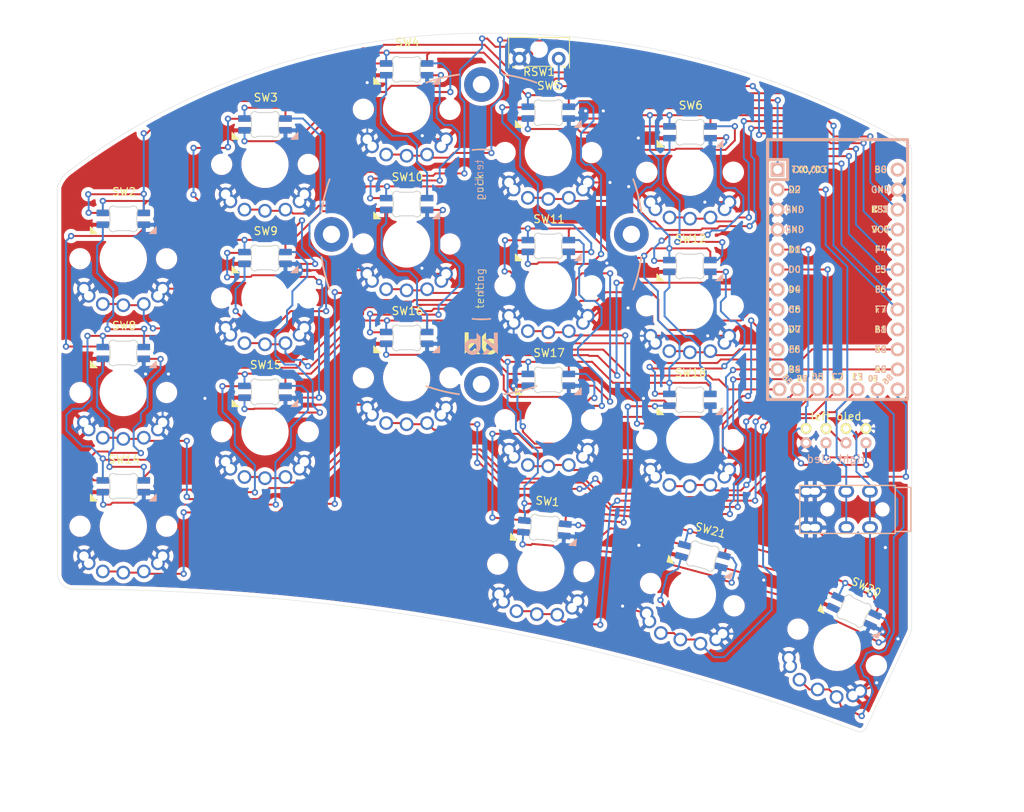
<source format=kicad_pcb>
(kicad_pcb (version 20211014) (generator pcbnew)
  (layers (0 "F.Cu" signal) (31 "B.Cu" signal) (34 "B.Paste" user) (35 "F.Paste" user) (36 "B.SilkS" user "B.Silkscreen") (37 "F.SilkS" user "F.Silkscreen") (38 "B.Mask" user) (39 "F.Mask" user) (44 "Edge.Cuts" user))
  (net 0 "")
  (net 1 "gnd")
  (net 2 "vcc")
  (net 3 "Switch18")
  (net 4 "reset")
  (net 5 "Switch1")
  (net 6 "Switch2")
  (net 7 "Switch3")
  (net 8 "Switch4")
  (net 9 "Switch5")
  (net 10 "Switch6")
  (net 11 "Switch7")
  (net 12 "Switch8")
  (net 13 "Switch9")
  (net 14 "Switch10")
  (net 15 "Switch11")
  (net 16 "Switch12")
  (net 17 "Switch13")
  (net 18 "Switch14")
  (net 19 "Switch15")
  (net 20 "Switch16")
  (net 21 "Switch17")
  (net 22 "raw")
  (net 24 "Net-(D1-Pad2)")
  (net 25 "led")
  (net 26 "Net-(D2-Pad2)")
  (net 27 "data")
  (net 28 "Net-(D16-Pad2)")
  (net 29 "Net-(D3-Pad2)")
  (net 30 "Net-(D17-Pad2)")
  (net 31 "Net-(D4-Pad2)")
  (net 32 "Net-(D5-Pad2)")
  (net 33 "Net-(D6-Pad2)")
  (net 34 "Net-(D10-Pad4)")
  (net 35 "Net-(D11-Pad4)")
  (net 36 "Net-(D12-Pad4)")
  (net 37 "Net-(D10-Pad2)")
  (net 38 "Net-(D11-Pad2)")
  (net 39 "Net-(D12-Pad2)")
  (net 40 "Net-(D13-Pad2)")
  (net 41 "Net-(D14-Pad2)")
  (net 42 "Net-(D15-Pad2)")
  (net 44 "sda")
  (net 45 "scl")
  (net 46 "Net-(D19-Pad2)")
  (net 47 "Net-(D20-Pad2)")
  (net 48 "Net-(D20-Pad4)")
  (net 49 "Net-(D21-Pad2)")
  (net 50 "Net-(D21-Pad4)")
  (net 51 "Net-(D22-Pad2)")
  (net 52 "Net-(D23-Pad2)")
  (net 53 "Net-(D24-Pad2)")
  (net 54 "Net-(D25-Pad2)")
  (net 55 "Net-(D26-Pad2)")
  (net 56 "Net-(D27-Pad2)")
  (net 57 "Net-(D28-Pad2)")
  (net 58 "Net-(D29-Pad2)")
  (net 59 "Net-(D30-Pad2)")
  (net 60 "Net-(D31-Pad2)")
  (net 61 "Net-(D32-Pad2)")
  (net 62 "Net-(D33-Pad2)")
  (footprint "Keebio-Parts:TRRS-PJ-320A" (layer "F.Cu") (at 120.498584 73.082373 -90)
    (fp_text reference "J2")
    (fp_text value "AudioJack4dpb")
  )
  (footprint "Keebio-Parts:SW_Tactile_SPST_Angled_MJTP1117-no-mount" (layer "F.Cu") (at 72.755583 15.774874)
    (fp_text reference "RSW1")
    (fp_text value "SW_Push")
  )
  (footprint "fingerpunch:gateron-ks27-choc-v1-reversible" (layer "F.Cu") (at 22.430582 41.212374)
    (fp_text reference "SW2")
    (fp_text value "SW_Push")
  )
  (footprint "fingerpunch:gateron-ks27-choc-v1-reversible" (layer "F.Cu") (at 40.430583 29.212374)
    (fp_text reference "SW3")
    (fp_text value "SW_Push")
  )
  (footprint "fingerpunch:gateron-ks27-choc-v1-reversible" (layer "F.Cu") (at 58.430583 22.212374)
    (fp_text reference "SW4")
    (fp_text value "SW_Push")
  )
  (footprint "fingerpunch:gateron-ks27-choc-v1-reversible" (layer "F.Cu") (at 76.430583 27.712373)
    (fp_text reference "SW5")
    (fp_text value "SW_Push")
  )
  (footprint "fingerpunch:gateron-ks27-choc-v1-reversible" (layer "F.Cu") (at 94.430581 30.212375)
    (fp_text reference "SW6")
    (fp_text value "SW_Push")
  )
  (footprint "fingerpunch:gateron-ks27-choc-v1-reversible" (layer "F.Cu") (at 22.430582 58.212374)
    (fp_text reference "SW8")
    (fp_text value "SW_Push")
  )
  (footprint "fingerpunch:gateron-ks27-choc-v1-reversible" (layer "F.Cu") (at 40.430584 46.186374)
    (fp_text reference "SW9")
    (fp_text value "SW_Push")
  )
  (footprint "fingerpunch:gateron-ks27-choc-v1-reversible" (layer "F.Cu") (at 58.430583 39.328373)
    (fp_text reference "SW10")
    (fp_text value "SW_Push")
  )
  (footprint "fingerpunch:gateron-ks27-choc-v1-reversible" (layer "F.Cu") (at 76.430583 44.662376)
    (fp_text reference "SW11")
    (fp_text value "SW_Push")
  )
  (footprint "fingerpunch:gateron-ks27-choc-v1-reversible" (layer "F.Cu") (at 94.410582 47.202375)
    (fp_text reference "SW12")
    (fp_text value "SW_Push")
  )
  (footprint "fingerpunch:gateron-ks27-choc-v1-reversible" (layer "F.Cu") (at 22.430583 75.212374)
    (fp_text reference "SW14")
    (fp_text value "SW_Push")
  )
  (footprint "fingerpunch:gateron-ks27-choc-v1-reversible" (layer "F.Cu") (at 40.430584 63.204374)
    (fp_text reference "SW15")
    (fp_text value "SW_Push")
  )
  (footprint "fingerpunch:gateron-ks27-choc-v1-reversible" (layer "F.Cu") (at 58.430581 56.346374)
    (fp_text reference "SW16")
    (fp_text value "SW_Push")
  )
  (footprint "fingerpunch:gateron-ks27-choc-v1-reversible" (layer "F.Cu") (at 76.430582 61.680375)
    (fp_text reference "SW17")
    (fp_text value "SW_Push")
  )
  (footprint "fingerpunch:gateron-ks27-choc-v1-reversible" (layer "F.Cu") (at 94.410583 64.220374)
    (fp_text reference "SW18")
    (fp_text value "SW_Push")
  )
  (footprint "fingerpunch:gateron-ks27-choc-v1-reversible" (layer "F.Cu") (at 113.130585 90.612373 -25)
    (fp_text reference "SW20")
    (fp_text value "SW_Push")
  )
  (footprint "fingerpunch:gateron-ks27-choc-v1-reversible" (layer "F.Cu") (at 94.730582 83.912372 -15)
    (fp_text reference "SW21")
    (fp_text value "SW_Push")
  )
  (footprint "kbd:Tenting_Puck2" (layer "F.Cu") (at 67.930583 38.112374)
    (fp_text reference "REF**")
    (fp_text value "Tenting Puck")
  )
  (footprint "sweep36:MX_SK6812MINI-E_REV" (layer "F.Cu") (at 75.480583 80.512371 175)
    (fp_text reference "D12" hide)
    (fp_text value "SK6812MINI-E")
    (fp_line (start 1.699999 4.377158) (end 1.699999 5.782842) (layer "Edge.Cuts") (width 0.1))
    (fp_line (start 0.794452 6.579999) (end -0.794453 6.579999) (layer "Edge.Cuts") (width 0.1))
    (fp_line (start -0.794452 3.58) (end 0.794452 3.58) (layer "Edge.Cuts") (width 0.1))
    (fp_line (start -1.699999 5.782842) (end -1.699999 4.377158) (layer "Edge.Cuts") (width 0.1))
    (fp_arc (start -1.046711 6.648298) (mid -0.925124 6.597376) (end -0.794453 6.579999) (layer "Edge.Cuts") (width 0.1))
    (fp_arc (start -1.699999 5.782843) (mid -1.712527 5.894069) (end -1.749484 5.99972) (layer "Edge.Cuts") (width 0.1))
    (fp_arc (start -1.749484 4.160281) (mid -1.638072 3.575966) (end -1.046711 3.511701) (layer "Edge.Cuts") (width 0.1))
    (fp_arc (start 1.046711 3.511703) (mid 1.63807 3.575966) (end 1.749484 4.16028) (layer "Edge.Cuts") (width 0.1))
    (fp_arc (start 0.794453 6.58) (mid 0.925123 6.597377) (end 1.046711 6.648299) (layer "Edge.Cuts") (width 0.1))
    (fp_arc (start 1.749484 5.99972) (mid 1.638071 6.584035) (end 1.046711 6.648299) (layer "Edge.Cuts") (width 0.1))
    (fp_arc (start 1.699999 4.377157) (mid 1.712527 4.265932) (end 1.749484 4.16028) (layer "Edge.Cuts") (width 0.1))
    (fp_arc (start -1.749484 4.16028) (mid -1.712527 4.265932) (end -1.699999 4.377158) (layer "Edge.Cuts") (width 0.1))
    (fp_arc (start -1.046711 6.648298) (mid -1.63807 6.584034) (end -1.749484 5.99972) (layer "Edge.Cuts") (width 0.1))
    (fp_arc (start 1.749484 5.99972) (mid 1.712527 5.894068) (end 1.699999 5.782842) (layer "Edge.Cuts") (width 0.1))
    (fp_arc (start 1.04671 3.511701) (mid 0.925122 3.562623) (end 0.794452 3.58) (layer "Edge.Cuts") (width 0.1))
    (fp_arc (start -0.794452 3.58) (mid -0.925123 3.562623) (end -1.046711 3.511701) (layer "Edge.Cuts") (width 0.1))
  )
  (footprint "sweep36:MX_SK6812MINI-E_REV" (layer "F.Cu") (at 40.430583 29.212374 180)
    (fp_text reference "D16" hide)
    (fp_text value "SK6812MINI-E")
    (fp_line (start 1.699999 4.377158) (end 1.699999 5.782842) (layer "Edge.Cuts") (width 0.1))
    (fp_line (start -1.699999 5.782842) (end -1.699999 4.377158) (layer "Edge.Cuts") (width 0.1))
    (fp_line (start 0.794452 6.579999) (end -0.794453 6.579999) (layer "Edge.Cuts") (width 0.1))
    (fp_line (start -0.794452 3.58) (end 0.794452 3.58) (layer "Edge.Cuts") (width 0.1))
    (fp_arc (start 1.04671 3.511701) (mid 0.925122 3.562623) (end 0.794452 3.58) (layer "Edge.Cuts") (width 0.1))
    (fp_arc (start -1.699999 5.782843) (mid -1.712527 5.894068) (end -1.749484 5.99972) (layer "Edge.Cuts") (width 0.1))
    (fp_arc (start -1.749484 4.160281) (mid -1.638072 3.575965) (end -1.046711 3.511701) (layer "Edge.Cuts") (width 0.1))
    (fp_arc (start -1.046711 6.648298) (mid -0.925123 6.597376) (end -0.794453 6.579999) (layer "Edge.Cuts") (width 0.1))
    (fp_arc (start -1.749484 4.16028) (mid -1.712527 4.265932) (end -1.699999 4.377158) (layer "Edge.Cuts") (width 0.1))
    (fp_arc (start 1.699999 4.377157) (mid 1.712527 4.265932) (end 1.749484 4.16028) (layer "Edge.Cuts") (width 0.1))
    (fp_arc (start 1.749484 5.99972) (mid 1.712527 5.894068) (end 1.699999 5.782842) (layer "Edge.Cuts") (width 0.1))
    (fp_arc (start 1.749484 5.99972) (mid 1.638071 6.584035) (end 1.046711 6.648299) (layer "Edge.Cuts") (width 0.1))
    (fp_arc (start -1.046711 6.648298) (mid -1.638071 6.584034) (end -1.749484 5.99972) (layer "Edge.Cuts") (width 0.1))
    (fp_arc (start -0.794452 3.58) (mid -0.925123 3.562623) (end -1.046711 3.511701) (layer "Edge.Cuts") (width 0.1))
    (fp_arc (start 0.794453 6.58) (mid 0.925123 6.597377) (end 1.046711 6.648299) (layer "Edge.Cuts") (width 0.1))
    (fp_arc (start 1.046711 3.511703) (mid 1.63807 3.575966) (end 1.749484 4.16028) (layer "Edge.Cuts") (width 0.1))
  )
  (footprint "sweep36:MX_SK6812MINI-E_REV" (layer "F.Cu") (at 58.430581 56.346374 180)
    (fp_text reference "D8" hide)
    (fp_text value "SK6812MINI-E")
    (fp_line (start 1.699999 4.377158) (end 1.699999 5.782842) (layer "Edge.Cuts") (width 0.1))
    (fp_line (start -1.699999 5.782842) (end -1.699999 4.377158) (layer "Edge.Cuts") (width 0.1))
    (fp_line (start 0.794452 6.579999) (end -0.794453 6.579999) (layer "Edge.Cuts") (width 0.1))
    (fp_line (start -0.794452 3.58) (end 0.794452 3.58) (layer "Edge.Cuts") (width 0.1))
    (fp_arc (start -1.749484 4.160281) (mid -1.638072 3.575965) (end -1.046711 3.511701) (layer "Edge.Cuts") (width 0.1))
    (fp_arc (start -1.046711 6.648298) (mid -1.638071 6.584034) (end -1.749484 5.99972) (layer "Edge.Cuts") (width 0.1))
    (fp_arc (start 1.04671 3.511701) (mid 0.925122 3.562623) (end 0.794452 3.58) (layer "Edge.Cuts") (width 0.1))
    (fp_arc (start 1.046711 3.511703) (mid 1.63807 3.575966) (end 1.749484 4.16028) (layer "Edge.Cuts") (width 0.1))
    (fp_arc (start 1.699999 4.377157) (mid 1.712527 4.265932) (end 1.749484 4.16028) (layer "Edge.Cuts") (width 0.1))
    (fp_arc (start 1.749484 5.99972) (mid 1.638071 6.584035) (end 1.046711 6.648299) (layer "Edge.Cuts") (width 0.1))
    (fp_arc (start -1.749484 4.16028) (mid -1.712527 4.265932) (end -1.699999 4.377158) (layer "Edge.Cuts") (width 0.1))
    (fp_arc (start 0.794453 6.58) (mid 0.925123 6.597377) (end 1.046711 6.648299) (layer "Edge.Cuts") (width 0.1))
    (fp_arc (start -1.046711 6.648298) (mid -0.925123 6.597376) (end -0.794453 6.579999) (layer "Edge.Cuts") (width 0.1))
    (fp_arc (start -1.699999 5.782843) (mid -1.712527 5.894068) (end -1.749484 5.99972) (layer "Edge.Cuts") (width 0.1))
    (fp_arc (start -0.794452 3.58) (mid -0.925123 3.562623) (end -1.046711 3.511701) (layer "Edge.Cuts") (width 0.1))
    (fp_arc (start 1.749484 5.99972) (mid 1.712527 5.894068) (end 1.699999 5.782842) (layer "Edge.Cuts") (width 0.1))
  )
  (footprint "sweep36:MX_SK6812MINI-E_REV" (layer "F.Cu") (at 58.430583 22.212374 180)
    (fp_text reference "D2" hide)
    (fp_text value "SK6812MINI-E")
    (fp_line (start 1.699999 4.377158) (end 1.699999 5.782842) (layer "Edge.Cuts") (width 0.1))
    (fp_line (start -1.699999 5.782842) (end -1.699999 4.377158) (layer "Edge.Cuts") (width 0.1))
    (fp_line (start -0.794452 3.58) (end 0.794452 3.58) (layer "Edge.Cuts") (width 0.1))
    (fp_line (start 0.794452 6.579999) (end -0.794453 6.579999) (layer "Edge.Cuts") (width 0.1))
    (fp_arc (start 1.046711 3.511703) (mid 1.63807 3.575966) (end 1.749484 4.16028) (layer "Edge.Cuts") (width 0.1))
    (fp_arc (start -1.046711 6.648298) (mid -1.638071 6.584034) (end -1.749484 5.99972) (layer "Edge.Cuts") (width 0.1))
    (fp_arc (start -1.749484 4.160281) (mid -1.638072 3.575965) (end -1.046711 3.511701) (layer "Edge.Cuts") (width 0.1))
    (fp_arc (start 0.794453 6.58) (mid 0.925123 6.597377) (end 1.046711 6.648299) (layer "Edge.Cuts") (width 0.1))
    (fp_arc (start -0.794452 3.58) (mid -0.925123 3.562623) (end -1.046711 3.511701) (layer "Edge.Cuts") (width 0.1))
    (fp_arc (start -1.046711 6.648298) (mid -0.925123 6.597376) (end -0.794453 6.579999) (layer "Edge.Cuts") (width 0.1))
    (fp_arc (start 1.749484 5.99972) (mid 1.638071 6.584035) (end 1.046711 6.648299) (layer "Edge.Cuts") (width 0.1))
    (fp_arc (start -1.699999 5.782843) (mid -1.712527 5.894068) (end -1.749484 5.99972) (layer "Edge.Cuts") (width 0.1))
    (fp_arc (start 1.699999 4.377157) (mid 1.712527 4.265932) (end 1.749484 4.16028) (layer "Edge.Cuts") (width 0.1))
    (fp_arc (start 1.04671 3.511701) (mid 0.925122 3.562623) (end 0.794452 3.58) (layer "Edge.Cuts") (width 0.1))
    (fp_arc (start -1.749484 4.16028) (mid -1.712527 4.265932) (end -1.699999 4.377158) (layer "Edge.Cuts") (width 0.1))
    (fp_arc (start 1.749484 5.99972) (mid 1.712527 5.894068) (end 1.699999 5.782842) (layer "Edge.Cuts") (width 0.1))
  )
  (footprint "sweep36:MX_SK6812MINI-E_REV" (layer "F.Cu") (at 94.730582 83.912372 165)
    (fp_text reference "D15" hide)
    (fp_text value "SK6812MINI-E")
    (fp_line (start 0.794452 6.579999) (end -0.794453 6.579999) (layer "Edge.Cuts") (width 0.1))
    (fp_line (start -1.699999 5.782842) (end -1.699999 4.377158) (layer "Edge.Cuts") (width 0.1))
    (fp_line (start -0.794452 3.58) (end 0.794452 3.58) (layer "Edge.Cuts") (width 0.1))
    (fp_line (start 1.699999 4.377158) (end 1.699999 5.782842) (layer "Edge.Cuts") (width 0.1))
    (fp_arc (start 1.04671 3.511701) (mid 0.925122 3.562623) (end 0.794452 3.58) (layer "Edge.Cuts") (width 0.1))
    (fp_arc (start 1.699999 4.377157) (mid 1.712527 4.265932) (end 1.749484 4.16028) (layer "Edge.Cuts") (width 0.1))
    (fp_arc (start 1.046711 3.511703) (mid 1.63807 3.575966) (end 1.749484 4.16028) (layer "Edge.Cuts") (width 0.1))
    (fp_arc (start 1.749484 5.99972) (mid 1.638071 6.584035) (end 1.046711 6.648299) (layer "Edge.Cuts") (width 0.1))
    (fp_arc (start -1.699999 5.782843) (mid -1.712527 5.894069) (end -1.749484 5.99972) (layer "Edge.Cuts") (width 0.1))
    (fp_arc (start -0.794452 3.58) (mid -0.925122 3.562623) (end -1.046711 3.511701) (layer "Edge.Cuts") (width 0.1))
    (fp_arc (start 0.794453 6.58) (mid 0.925123 6.597377) (end 1.046711 6.648299) (layer "Edge.Cuts") (width 0.1))
    (fp_arc (start -1.046711 6.648298) (mid -0.925124 6.597376) (end -0.794453 6.579999) (layer "Edge.Cuts") (width 0.1))
    (fp_arc (start -1.046711 6.648298) (mid -1.63807 6.584034) (end -1.749484 5.99972) (layer "Edge.Cuts") (width 0.1))
    (fp_arc (start 1.749484 5.99972) (mid 1.712527 5.894068) (end 1.699999 5.782842) (layer "Edge.Cuts") (width 0.1))
    (fp_arc (start -1.749484 4.160281) (mid -1.638072 3.575965) (end -1.046711 3.511701) (layer "Edge.Cuts") (width 0.1))
    (fp_arc (start -1.749484 4.16028) (mid -1.712527 4.265932) (end -1.699999 4.377158) (layer "Edge.Cuts") (width 0.1))
  )
  (footprint "sweep36:MX_SK6812MINI-E_REV" (layer "F.Cu") (at 76.430582 61.680375 180)
    (fp_text reference "D11" hide)
    (fp_text value "SK6812MINI-E")
    (fp_line (start 1.699999 4.377158) (end 1.699999 5.782842) (layer "Edge.Cuts") (width 0.1))
    (fp_line (start 0.794452 6.579999) (end -0.794453 6.579999) (layer "Edge.Cuts") (width 0.1))
    (fp_line (start -1.699999 5.782842) (end -1.699999 4.377158) (layer "Edge.Cuts") (width 0.1))
    (fp_line (start -0.794452 3.58) (end 0.794452 3.58) (layer "Edge.Cuts") (width 0.1))
    (fp_arc (start 1.04671 3.511701) (mid 0.925122 3.562623) (end 0.794452 3.58) (layer "Edge.Cuts") (width 0.1))
    (fp_arc (start 1.749484 5.99972) (mid 1.712527 5.894068) (end 1.699999 5.782842) (layer "Edge.Cuts") (width 0.1))
    (fp_arc (start -0.794452 3.58) (mid -0.925123 3.562623) (end -1.046711 3.511701) (layer "Edge.Cuts") (width 0.1))
    (fp_arc (start -1.749484 4.16028) (mid -1.712527 4.265932) (end -1.699999 4.377158) (layer "Edge.Cuts") (width 0.1))
    (fp_arc (start -1.699999 5.782843) (mid -1.712527 5.894068) (end -1.749484 5.99972) (layer "Edge.Cuts") (width 0.1))
    (fp_arc (start -1.749484 4.160281) (mid -1.638072 3.575965) (end -1.046711 3.511701) (layer "Edge.Cuts") (width 0.1))
    (fp_arc (start 1.699999 4.377157) (mid 1.712527 4.265932) (end 1.749484 4.16028) (layer "Edge.Cuts") (width 0.1))
    (fp_arc (start 1.046711 3.511703) (mid 1.63807 3.575966) (end 1.749484 4.16028) (layer "Edge.Cuts") (width 0.1))
    (fp_arc (start -1.046711 6.648298) (mid -0.925123 6.597376) (end -0.794453 6.579999) (layer "Edge.Cuts") (width 0.1))
    (fp_arc (start 1.749484 5.99972) (mid 1.638071 6.584035) (end 1.046711 6.648299) (layer "Edge.Cuts") (width 0.1))
    (fp_arc (start -1.046711 6.648298) (mid -1.638071 6.584034) (end -1.749484 5.99972) (layer "Edge.Cuts") (width 0.1))
    (fp_arc (start 0.794453 6.58) (mid 0.925123 6.597377) (end 1.046711 6.648299) (layer "Edge.Cuts") (width 0.1))
  )
  (footprint "Keebio-Parts:Elite-C" (layer "F.Cu") (at 113.180581 43.849125 -90)
    (fp_text reference "U2" hide)
    (fp_text value "Elite-C" hide)
  )
  (footprint "sweep36:MX_SK6812MINI-E_REV" (layer "F.Cu") (at 76.430583 44.662376 180)
    (fp_text reference "D14" hide)
    (fp_text value "SK6812MINI-E")
    (fp_line (start -0.794452 3.58) (end 0.794452 3.58) (layer "Edge.Cuts") (width 0.1))
    (fp_line (start 1.699999 4.377158) (end 1.699999 5.782842) (layer "Edge.Cuts") (width 0.1))
    (fp_line (start -1.699999 5.782842) (end -1.699999 4.377158) (layer "Edge.Cuts") (width 0.1))
    (fp_line (start 0.794452 6.579999) (end -0.794453 6.579999) (layer "Edge.Cuts") (width 0.1))
    (fp_arc (start -1.046711 6.648298) (mid -0.925123 6.597376) (end -0.794453 6.579999) (layer "Edge.Cuts") (width 0.1))
    (fp_arc (start 1.699999 4.377157) (mid 1.712527 4.265932) (end 1.749484 4.16028) (layer "Edge.Cuts") (width 0.1))
    (fp_arc (start 1.046711 3.511703) (mid 1.63807 3.575966) (end 1.749484 4.16028) (layer "Edge.Cuts") (width 0.1))
    (fp_arc (start 0.794453 6.58) (mid 0.925123 6.597377) (end 1.046711 6.648299) (layer "Edge.Cuts") (width 0.1))
    (fp_arc (start 1.749484 5.99972) (mid 1.712527 5.894068) (end 1.699999 5.782842) (layer "Edge.Cuts") (width 0.1))
    (fp_arc (start -1.749484 4.160281) (mid -1.638072 3.575965) (end -1.046711 3.511701) (layer "Edge.Cuts") (width 0.1))
    (fp_arc (start -0.794452 3.58) (mid -0.925123 3.562623) (end -1.046711 3.511701) (layer "Edge.Cuts") (width 0.1))
    (fp_arc (start 1.749484 5.99972) (mid 1.638071 6.584035) (end 1.046711 6.648299) (layer "Edge.Cuts") (width 0.1))
    (fp_arc (start 1.04671 3.511701) (mid 0.925122 3.562623) (end 0.794452 3.58) (layer "Edge.Cuts") (width 0.1))
    (fp_arc (start -1.699999 5.782843) (mid -1.712527 5.894068) (end -1.749484 5.99972) (layer "Edge.Cuts") (width 0.1))
    (fp_arc (start -1.046711 6.648298) (mid -1.638071 6.584034) (end -1.749484 5.99972) (layer "Edge.Cuts") (width 0.1))
    (fp_arc (start -1.749484 4.16028) (mid -1.712527 4.265932) (end -1.699999 4.377158) (layer "Edge.Cuts") (width 0.1))
  )
  (footprint "sweep36:MX_SK6812MINI-E_REV" (layer "F.Cu") (at 40.430584 63.204374 180)
    (fp_text reference "D10" hide)
    (fp_text value "SK6812MINI-E")
    (fp_line (start 0.794452 6.579999) (end -0.794453 6.579999) (layer "Edge.Cuts") (width 0.1))
    (fp_line (start -0.794452 3.58) (end 0.794452 3.58) (layer "Edge.Cuts") (width 0.1))
    (fp_line (start 1.699999 4.377158) (end 1.699999 5.782842) (layer "Edge.Cuts") (width 0.1))
    (fp_line (start -1.699999 5.782842) (end -1.699999 4.377158) (layer "Edge.Cuts") (width 0.1))
    (fp_arc (start -1.699999 5.782843) (mid -1.712527 5.894068) (end -1.749484 5.99972) (layer "Edge.Cuts") (width 0.1))
    (fp_arc (start -1.749484 4.160281) (mid -1.638072 3.575965) (end -1.046711 3.511701) (layer "Edge.Cuts") (width 0.1))
    (fp_arc (start -0.794452 3.58) (mid -0.925123 3.562623) (end -1.046711 3.511701) (layer "Edge.Cuts") (width 0.1))
    (fp_arc (start -1.046711 6.648298) (mid -0.925123 6.597376) (end -0.794453 6.579999) (layer "Edge.Cuts") (width 0.1))
    (fp_arc (start 1.04671 3.511701) (mid 0.925122 3.562623) (end 0.794452 3.58) (layer "Edge.Cuts") (width 0.1))
    (fp_arc (start 1.046711 3.511703) (mid 1.63807 3.575966) (end 1.749484 4.16028) (layer "Edge.Cuts") (width 0.1))
    (fp_arc (start -1.749484 4.16028) (mid -1.712527 4.265932) (end -1.699999 4.377158) (layer "Edge.Cuts") (width 0.1))
    (fp_arc (start 1.749484 5.99972) (mid 1.638071 6.584035) (end 1.046711 6.648299) (layer "Edge.Cuts") (width 0.1))
    (fp_arc (start 1.699999 4.377157) (mid 1.712527 4.265932) (end 1.749484 4.16028) (layer "Edge.Cuts") (width 0.1))
    (fp_arc (start 0.794453 6.58) (mid 0.925123 6.597377) (end 1.046711 6.648299) (layer "Edge.Cuts") (width 0.1))
    (fp_arc (start 1.749484 5.99972) (mid 1.712527 5.894068) (end 1.699999 5.782842) (layer "Edge.Cuts") (width 0.1))
    (fp_arc (start -1.046711 6.648298) (mid -1.638071 6.584034) (end -1.749484 5.99972) (layer "Edge.Cuts") (width 0.1))
  )
  (footprint "sweep36:MX_SK6812MINI-E_REV" (layer "F.Cu") (at 22.430582 41.212374 180)
    (fp_text reference "D1" hide)
    (fp_text value "SK6812MINI-E")
    (fp_line (start 1.699999 4.377158) (end 1.699999 5.782842) (layer "Edge.Cuts") (width 0.1))
    (fp_line (start -1.699999 5.782842) (end -1.699999 4.377158) (layer "Edge.Cuts") (width 0.1))
    (fp_line (start -0.794452 3.58) (end 0.794452 3.58) (layer "Edge.Cuts") (width 0.1))
    (fp_line (start 0.794452 6.579999) (end -0.794453 6.579999) (layer "Edge.Cuts") (width 0.1))
    (fp_arc (start 1.749484 5.99972) (mid 1.638071 6.584035) (end 1.046711 6.648299) (layer "Edge.Cuts") (width 0.1))
    (fp_arc (start -1.046711 6.648298) (mid -0.925123 6.597376) (end -0.794453 6.579999) (layer "Edge.Cuts") (width 0.1))
    (fp_arc (start 1.04671 3.511701) (mid 0.925122 3.562623) (end 0.794452 3.58) (layer "Edge.Cuts") (width 0.1))
    (fp_arc (start -0.794452 3.58) (mid -0.925123 3.562623) (end -1.046711 3.511701) (layer "Edge.Cuts") (width 0.1))
    (fp_arc (start -1.749484 4.16028) (mid -1.712527 4.265932) (end -1.699999 4.377158) (layer "Edge.Cuts") (width 0.1))
    (fp_arc (start -1.046711 6.648298) (mid -1.638071 6.584034) (end -1.749484 5.99972) (layer "Edge.Cuts") (width 0.1))
    (fp_arc (start 1.046711 3.511703) (mid 1.63807 3.575966) (end 1.749484 4.16028) (layer "Edge.Cuts") (width 0.1))
    (fp_arc (start -1.749484 4.160281) (mid -1.638072 3.575965) (end -1.046711 3.511701) (layer "Edge.Cuts") (width 0.1))
    (fp_arc (start -1.699999 5.782843) (mid -1.712527 5.894068) (end -1.749484 5.99972) (layer "Edge.Cuts") (width 0.1))
    (fp_arc (start 0.794453 6.58) (mid 0.925123 6.597377) (end 1.046711 6.648299) (layer "Edge.Cuts") (width 0.1))
    (fp_arc (start 1.749484 5.99972) (mid 1.712527 5.894068) (end 1.699999 5.782842) (layer "Edge.Cuts") (width 0.1))
    (fp_arc (start 1.699999 4.377157) (mid 1.712527 4.265932) (end 1.749484 4.16028) (layer "Edge.Cuts") (width 0.1))
  )
  (footprint "sweep36:MX_SK6812MINI-E_REV" (layer "F.Cu") (at 94.410583 64.220374 180)
    (fp_text reference "D9" hide)
    (fp_text value "SK6812MINI-E")
    (fp_line (start 0.794452 6.579999) (end -0.794453 6.579999) (layer "Edge.Cuts") (width 0.1))
    (fp_line (start 1.699999 4.377158) (end 1.699999 5.782842) (layer "Edge.Cuts") (width 0.1))
    (fp_line (start -0.794452 3.58) (end 0.794452 3.58) (layer "Edge.Cuts") (width 0.1))
    (fp_line (start -1.699999 5.782842) (end -1.699999 4.377158) (layer "Edge.Cuts") (width 0.1))
    (fp_arc (start 1.749484 5.99972) (mid 1.638071 6.584035) (end 1.046711 6.648299) (layer "Edge.Cuts") (width 0.1))
    (fp_arc (start -1.749484 4.16028) (mid -1.712527 4.265932) (end -1.699999 4.377158) (layer "Edge.Cuts") (width 0.1))
    (fp_arc (start 1.699999 4.377157) (mid 1.712527 4.265932) (end 1.749484 4.16028) (layer "Edge.Cuts") (width 0.1))
    (fp_arc (start -0.794452 3.58) (mid -0.925123 3.562623) (end -1.046711 3.511701) (layer "Edge.Cuts") (width 0.1))
    (fp_arc (start -1.046711 6.648298) (mid -1.638071 6.584034) (end -1.749484 5.99972) (layer "Edge.Cuts") (width 0.1))
    (fp_arc (start 1.046711 3.511703) (mid 1.63807 3.575966) (end 1.749484 4.16028) (layer "Edge.Cuts") (width 0.1))
    (fp_arc (start 1.04671 3.511701) (mid 0.925122 3.562623) (end 0.794452 3.58) (layer "Edge.Cuts") (width 0.1))
    (fp_arc (start -1.046711 6.648298) (mid -0.925123 6.597376) (end -0.794453 6.579999) (layer "Edge.Cuts") (width 0.1))
    (fp_arc (start 0.794453 6.58) (mid 0.925123 6.597377) (end 1.046711 6.648299) (layer "Edge.Cuts") (width 0.1))
    (fp_arc (start 1.749484 5.99972) (mid 1.712527 5.894068) (end 1.699999 5.782842) (layer "Edge.Cuts") (width 0.1))
    (fp_arc (start -1.699999 5.782843) (mid -1.712527 5.894068) (end -1.749484 5.99972) (layer "Edge.Cuts") (width 0.1))
    (fp_arc (start -1.749484 4.160281) (mid -1.638072 3.575965) (end -1.046711 3.511701) (layer "Edge.Cuts") (width 0.1))
  )
  (footprint "sweep36:MX_SK6812MINI-E_REV" (layer "F.Cu") (at 76.430583 27.712373 180)
    (fp_text reference "D17" hide)
    (fp_text value "SK6812MINI-E")
    (fp_line (start 1.699999 4.377158) (end 1.699999 5.782842) (layer "Edge.Cuts") (width 0.1))
    (fp_line (start -1.699999 5.782842) (end -1.699999 4.377158) (layer "Edge.Cuts") (width 0.1))
    (fp_line (start -0.794452 3.58) (end 0.794452 3.58) (layer "Edge.Cuts") (width 0.1))
    (fp_line (start 0.794452 6.579999) (end -0.794453 6.579999) (layer "Edge.Cuts") (width 0.1))
    (fp_arc (start 1.749484 5.99972) (mid 1.638071 6.584035) (end 1.046711 6.648299) (layer "Edge.Cuts") (width 0.1))
    (fp_arc (start 1.749484 5.99972) (mid 1.712527 5.894068) (end 1.699999 5.782842) (layer "Edge.Cuts") (width 0.1))
    (fp_arc (start 0.794453 6.58) (mid 0.925123 6.597377) (end 1.046711 6.648299) (layer "Edge.Cuts") (width 0.1))
    (fp_arc (start 1.046711 3.511703) (mid 1.63807 3.575966) (end 1.749484 4.16028) (layer "Edge.Cuts") (width 0.1))
    (fp_arc (start -1.699999 5.782843) (mid -1.712527 5.894068) (end -1.749484 5.99972) (layer "Edge.Cuts") (width 0.1))
    (fp_arc (start -1.749484 4.160281) (mid -1.638072 3.575965) (end -1.046711 3.511701) (layer "Edge.Cuts") (width 0.1))
    (fp_arc (start -0.794452 3.58) (mid -0.925123 3.562623) (end -1.046711 3.511701) (layer "Edge.Cuts") (width 0.1))
    (fp_arc (start 1.04671 3.511701) (mid 0.925122 3.562623) (end 0.794452 3.58) (layer "Edge.Cuts") (width 0.1))
    (fp_arc (start -1.749484 4.16028) (mid -1.712527 4.265932) (end -1.699999 4.377158) (layer "Edge.Cuts") (width 0.1))
    (fp_arc (start -1.046711 6.648298) (mid -0.925123 6.597376) (end -0.794453 6.579999) (layer "Edge.Cuts") (width 0.1))
    (fp_arc (start -1.046711 6.648298) (mid -1.638071 6.584034) (end -1.749484 5.99972) (layer "Edge.Cuts") (width 0.1))
    (fp_arc (start 1.699999 4.377157) (mid 1.712527 4.265932) (end 1.749484 4.16028) (layer "Edge.Cuts") (width 0.1))
  )
  (footprint "sweep36:MX_SK6812MINI-E_REV" (layer "F.Cu") (at 113.130585 90.612373 155)
    (fp_text reference "D18" hide)
    (fp_text value "SK6812MINI-E")
    (fp_line (start -1.699999 5.782842) (end -1.699999 4.377158) (layer "Edge.Cuts") (width 0.1))
    (fp_line (start 1.699999 4.377158) (end 1.699999 5.782842) (layer "Edge.Cuts") (width 0.1))
    (fp_line (start 0.794452 6.579999) (end -0.794453 6.579999) (layer "Edge.Cuts") (width 0.1))
    (fp_line (start -0.794452 3.58) (end 0.794452 3.58) (layer "Edge.Cuts") (width 0.1))
    (fp_arc (start 1.04671 3.511701) (mid 0.925123 3.562623) (end 0.794452 3.58) (layer "Edge.Cuts") (width 0.1))
    (fp_arc (start 1.046711 3.511703) (mid 1.63807 3.575966) (end 1.749484 4.16028) (layer "Edge.Cuts") (width 0.1))
    (fp_arc (start -1.749484 4.160281) (mid -1.638072 3.575965) (end -1.046711 3.511701) (layer "Edge.Cuts") (width 0.1))
    (fp_arc (start -1.046711 6.648298) (mid -1.638071 6.584034) (end -1.749484 5.99972) (layer "Edge.Cuts") (width 0.1))
    (fp_arc (start -0.794452 3.58) (mid -0.925123 3.562623) (end -1.046711 3.511701) (layer "Edge.Cuts") (width 0.1))
    (fp_arc (start 0.794453 6.58) (mid 0.925123 6.597377) (end 1.046711 6.648299) (layer "Edge.Cuts") (width 0.1))
    (fp_arc (start 1.749484 5.99972) (mid 1.712527 5.894068) (end 1.699999 5.782842) (layer "Edge.Cuts") (width 0.1))
    (fp_arc (start 1.699999 4.377157) (mid 1.712527 4.265931) (end 1.749484 4.16028) (layer "Edge.Cuts") (width 0.1))
    (fp_arc (start 1.749484 5.99972) (mid 1.638071 6.584035) (end 1.046711 6.648299) (layer "Edge.Cuts") (width 0.1))
    (fp_arc (start -1.699999 5.782843) (mid -1.712527 5.894068) (end -1.749484 5.99972) (layer "Edge.Cuts") (width 0.1))
    (fp_arc (start -1.749484 4.16028) (mid -1.712527 4.265932) (end -1.699999 4.377158) (layer "Edge.Cuts") (width 0.1))
    (fp_arc (start -1.046711 6.648298) (mid -0.925124 6.597376) (end -0.794453 6.579999) (layer "Edge.Cuts") (width 0.1))
  )
  (footprint "sweep36:MX_SK6812MINI-E_REV" (layer "F.Cu") (at 22.430582 58.262374 180)
    (fp_text reference "D4" hide)
    (fp_text value "SK6812MINI-E")
    (fp_line (start 1.699999 4.377158) (end 1.699999 5.782842) (layer "Edge.Cuts") (width 0.1))
    (fp_line (start -0.794452 3.58) (end 0.794452 3.58) (layer "Edge.Cuts") (width 0.1))
    (fp_line (start 0.794452 6.579999) (end -0.794453 6.579999) (layer "Edge.Cuts") (width 0.1))
    (fp_line (start -1.699999 5.782842) (end -1.699999 4.377158) (layer "Edge.Cuts") (width 0.1))
    (fp_arc (start -0.794452 3.58) (mid -0.925123 3.562623) (end -1.046711 3.511701) (layer "Edge.Cuts") (width 0.1))
    (fp_arc (start 0.794453 6.58) (mid 0.925123 6.597377) (end 1.046711 6.648299) (layer "Edge.Cuts") (width 0.1))
    (fp_arc (start -1.749484 4.160281) (mid -1.638072 3.575965) (end -1.046711 3.511701) (layer "Edge.Cuts") (width 0.1))
    (fp_arc (start -1.699999 5.782843) (mid -1.712527 5.894068) (end -1.749484 5.99972) (layer "Edge.Cuts") (width 0.1))
    (fp_arc (start 1.749484 5.99972) (mid 1.638071 6.584035) (end 1.046711 6.648299) (layer "Edge.Cuts") (width 0.1))
    (fp_arc (start -1.046711 6.648298) (mid -1.638071 6.584034) (end -1.749484 5.99972) (layer "Edge.Cuts") (width 0.1))
    (fp_arc (start 1.04671 3.511701) (mid 0.925122 3.562623) (end 0.794452 3.58) (layer "Edge.Cuts") (width 0.1))
    (fp_arc (start 1.046711 3.511703) (mid 1.63807 3.575966) (end 1.749484 4.16028) (layer "Edge.Cuts") (width 0.1))
    (fp_arc (start -1.046711 6.648298) (mid -0.925123 6.597376) (end -0.794453 6.579999) (layer "Edge.Cuts") (width 0.1))
    (fp_arc (start 1.749484 5.99972) (mid 1.712527 5.894068) (end 1.699999 5.782842) (layer "Edge.Cuts") (width 0.1))
    (fp_arc (start 1.699999 4.377157) (mid 1.712527 4.265932) (end 1.749484 4.16028) (layer "Edge.Cuts") (width 0.1))
    (fp_arc (start -1.749484 4.16028) (mid -1.712527 4.265932) (end -1.699999 4.377158) (layer "Edge.Cuts") (width 0.1))
  )
  (footprint "sweep36:MX_SK6812MINI-E_REV" (layer "F.Cu") (at 94.430581 30.212375 180)
    (fp_text reference "D3" hide)
    (fp_text value "SK6812MINI-E")
    (fp_line (start 0.794452 6.579999) (end -0.794453 6.579999) (layer "Edge.Cuts") (width 0.1))
    (fp_line (start -1.699999 5.782842) (end -1.699999 4.377158) (layer "Edge.Cuts") (width 0.1))
    (fp_line (start -0.794452 3.58) (end 0.794452 3.58) (layer "Edge.Cuts") (width 0.1))
    (fp_line (start 1.699999 4.377158) (end 1.699999 5.782842) (layer "Edge.Cuts") (width 0.1))
    (fp_arc (start 1.749484 5.99972) (mid 1.712527 5.894068) (end 1.699999 5.782842) (layer "Edge.Cuts") (width 0.1))
    (fp_arc (start 1.046711 3.511703) (mid 1.63807 3.575966) (end 1.749484 4.16028) (layer "Edge.Cuts") (width 0.1))
    (fp_arc (start 0.794453 6.58) (mid 0.925123 6.597377) (end 1.046711 6.648299) (layer "Edge.Cuts") (width 0.1))
    (fp_arc (start -0.794452 3.58) (mid -0.925123 3.562623) (end -1.046711 3.511701) (layer "Edge.Cuts") (width 0.1))
    (fp_arc (start -1.046711 6.648298) (mid -0.925123 6.597376) (end -0.794453 6.579999) (layer "Edge.Cuts") (width 0.1))
    (fp_arc (start -1.749484 4.16028) (mid -1.712527 4.265932) (end -1.699999 4.377158) (layer "Edge.Cuts") (width 0.1))
    (fp_arc (start 1.749484 5.99972) (mid 1.638071 6.584035) (end 1.046711 6.648299) (layer "Edge.Cuts") (width 0.1))
    (fp_arc (start -1.046711 6.648298) (mid -1.638071 6.584034) (end -1.749484 5.99972) (layer "Edge.Cuts") (width 0.1))
    (fp_arc (start -1.749484 4.160281) (mid -1.638072 3.575965) (end -1.046711 3.511701) (layer "Edge.Cuts") (width 0.1))
    (fp_arc (start -1.699999 5.782843) (mid -1.712527 5.894068) (end -1.749484 5.99972) (layer "Edge.Cuts") (width 0.1))
    (fp_arc (start 1.699999 4.377157) (mid 1.712527 4.265932) (end 1.749484 4.16028) (layer "Edge.Cuts") (width 0.1))
    (fp_arc (start 1.04671 3.511701) (mid 0.925122 3.562623) (end 0.794452 3.58) (layer "Edge.Cuts") (width 0.1))
  )
  (footprint "sweep36:MX_SK6812MINI-E_REV" (layer "F.Cu") (at 22.430583 75.212374 180)
    (fp_text reference "D7" hide)
    (fp_text value "SK6812MINI-E")
    (fp_line (start 0.794452 6.579999) (end -0.794453 6.579999) (layer "Edge.Cuts") (width 0.1))
    (fp_line (start -1.699999 5.782842) (end -1.699999 4.377158) (layer "Edge.Cuts") (width 0.1))
    (fp_line (start -0.794452 3.58) (end 0.794452 3.58) (layer "Edge.Cuts") (width 0.1))
    (fp_line (start 1.699999 4.377158) (end 1.699999 5.782842) (layer "Edge.Cuts") (width 0.1))
    (fp_arc (start -1.749484 4.160281) (mid -1.638072 3.575965) (end -1.046711 3.511701) (layer "Edge.Cuts") (width 0.1))
    (fp_arc (start 1.04671 3.511701) (mid 0.925122 3.562623) (end 0.794452 3.58) (layer "Edge.Cuts") (width 0.1))
    (fp_arc (start 1.749484 5.99972) (mid 1.712527 5.894068) (end 1.699999 5.782842) (layer "Edge.Cuts") (width 0.1))
    (fp_arc (start -1.699999 5.782843) (mid -1.712527 5.894068) (end -1.749484 5.99972) (layer "Edge.Cuts") (width 0.1))
    (fp_arc (start 1.046711 3.511703) (mid 1.63807 3.575966) (end 1.749484 4.16028) (layer "Edge.Cuts") (width 0.1))
    (fp_arc (start 0.794453 6.58) (mid 0.925123 6.597377) (end 1.046711 6.648299) (layer "Edge.Cuts") (width 0.1))
    (fp_arc (start 1.749484 5.99972) (mid 1.638071 6.584035) (end 1.046711 6.648299) (layer "Edge.Cuts") (width 0.1))
    (fp_arc (start -1.046711 6.648298) (mid -1.638071 6.584034) (end -1.749484 5.99972) (layer "Edge.Cuts") (width 0.1))
    (fp_arc (start 1.699999 4.377157) (mid 1.712527 4.265932) (end 1.749484 4.16028) (layer "Edge.Cuts") (width 0.1))
    (fp_arc (start -0.794452 3.58) (mid -0.925123 3.562623) (end -1.046711 3.511701) (layer "Edge.Cuts") (width 0.1))
    (fp_arc (start -1.749484 4.16028) (mid -1.712527 4.265932) (end -1.699999 4.377158) (layer "Edge.Cuts") (width 0.1))
    (fp_arc (start -1.046711 6.648298) (mid -0.925123 6.597376) (end -0.794453 6.579999) (layer "Edge.Cuts") (width 0.1))
  )
  (footprint "sweep36:OLED_v2" (layer "F.Cu") (at 112.980584 62.792373)
    (fp_text reference "OL1")
    (fp_text value "OLED" hide)
  )
  (footprint "fingerpunch:gateron-ks27-choc-v1-reversible" (layer "F.Cu") (at 75.480583 80.512371 -5)
    (fp_text reference "SW1")
    (fp_text value "SW_Push")
  )
  (footprint "sweep36:MX_SK6812MINI-E_REV" (layer "F.Cu") (at 58.430583 39.328373 180)
    (fp_text reference "D5" hide)
    (fp_text value "SK6812MINI-E")
    (fp_line (start 1.699999 4.377158) (end 1.699999 5.782842) (layer "Edge.Cuts") (width 0.1))
    (fp_line (start -1.699999 5.782842) (end -1.699999 4.377158) (layer "Edge.Cuts") (width 0.1))
    (fp_line (start -0.794452 3.58) (end 0.794452 3.58) (layer "Edge.Cuts") (width 0.1))
    (fp_line (start 0.794452 6.579999) (end -0.794453 6.579999) (layer "Edge.Cuts") (width 0.1))
    (fp_arc (start 1.749484 5.99972) (mid 1.712527 5.894068) (end 1.699999 5.782842) (layer "Edge.Cuts") (width 0.1))
    (fp_arc (start -1.046711 6.648298) (mid -0.925123 6.597376) (end -0.794453 6.579999) (layer "Edge.Cuts") (width 0.1))
    (fp_arc (start 0.794453 6.58) (mid 0.925123 6.597377) (end 1.046711 6.648299) (layer "Edge.Cuts") (width 0.1))
    (fp_arc (start -1.749484 4.160281) (mid -1.638072 3.575965) (end -1.046711 3.511701) (layer "Edge.Cuts") (width 0.1))
    (fp_arc (start 1.699999 4.377157) (mid 1.712527 4.265932) (end 1.749484 4.16028) (layer "Edge.Cuts") (width 0.1))
    (fp_arc (start 1.04671 3.511701) (mid 0.925122 3.562623) (end 0.794452 3.58) (layer "Edge.Cuts") (width 0.1))
    (fp_arc (start -0.794452 3.58) (mid -0.925123 3.562623) (end -1.046711 3.511701) (layer "Edge.Cuts") (width 0.1))
    (fp_arc (start -1.699999 5.782843) (mid -1.712527 5.894068) (end -1.749484 5.99972) (layer "Edge.Cuts") (width 0.1))
    (fp_arc (start -1.749484 4.16028) (mid -1.712527 4.265932) (end -1.699999 4.377158) (layer "Edge.Cuts") (width 0.1))
    (fp_arc (start 1.046711 3.511703) (mid 1.63807 3.575966) (end 1.749484 4.16028) (layer "Edge.Cuts") (width 0.1))
    (fp_arc (start -1.046711 6.648298) (mid -1.638071 6.584034) (end -1.749484 5.99972) (layer "Edge.Cuts") (width 0.1))
    (fp_arc (start 1.749484 5.99972) (mid 1.638071 6.584035) (end 1.046711 6.648299) (layer "Edge.Cuts") (width 0.1))
  )
  (footprint "sweep36:MX_SK6812MINI-E_REV" (layer "F.Cu") (at 94.410582 47.202375 180)
    (fp_text reference "D6" hide)
    (fp_text value "SK6812MINI-E")
    (fp_line (start -1.699999 5.782842) (end -1.699999 4.377158) (layer "Edge.Cuts") (width 0.1))
    (fp_line (start -0.794452 3.58) (end 0.794452 3.58) (layer "Edge.Cuts") (width 0.1))
    (fp_line (start 1.699999 4.377158) (end 1.699999 5.782842) (layer "Edge.Cuts") (width 0.1))
    (fp_line (start 0.794452 6.579999) (end -0.794453 6.579999) (layer "Edge.Cuts") (width 0.1))
    (fp_arc (start -0.794452 3.58) (mid -0.925123 3.562623) (end -1.046711 3.511701) (layer "Edge.Cuts") (width 0.1))
    (fp_arc (start 1.046711 3.511703) (mid 1.63807 3.575966) (end 1.749484 4.16028) (layer "Edge.Cuts") (width 0.1))
    (fp_arc (start -1.699999 5.782843) (mid -1.712527 5.894068) (end -1.749484 5.99972) (layer "Edge.Cuts") (width 0.1))
    (fp_arc (start 1.04671 3.511701) (mid 0.925122 3.562623) (end 0.794452 3.58) (layer "Edge.Cuts") (width 0.1))
    (fp_arc (start -1.046711 6.648298) (mid -1.638071 6.584034) (end -1.749484 5.99972) (layer "Edge.Cuts") (width 0.1))
    (fp_arc (start -1.749484 4.16028) (mid -1.712527 4.265932) (end -1.699999 4.377158) (layer "Edge.Cuts") (width 0.1))
    (fp_arc (start 1.749484 5.99972) (mid 1.712527 5.894068) (end 1.699999 5.782842) (layer "Edge.Cuts") (width 0.1))
    (fp_arc (start 0.794453 6.58) (mid 0.925123 6.597377) (end 1.046711 6.648299) (layer "Edge.Cuts") (width 0.1))
    (fp_arc (start 1.699999 4.377157) (mid 1.712527 4.265932) (end 1.749484 4.16028) (layer "Edge.Cuts") (width 0.1))
    (fp_arc (start -1.046711 6.648298) (mid -0.925123 6.597376) (end -0.794453 6.579999) (layer "Edge.Cuts") (width 0.1))
    (fp_arc (start 1.749484 5.99972) (mid 1.638071 6.584035) (end 1.046711 6.648299) (layer "Edge.Cuts") (width 0.1))
    (fp_arc (start -1.749484 4.160281) (mid -1.638072 3.575965) (end -1.046711 3.511701) (layer "Edge.Cuts") (width 0.1))
  )
  (footprint "sweep36:MX_SK6812MINI-E_REV" (layer "F.Cu") (at 40.430584 46.186374 180)
    (fp_text reference "D13" hide)
    (fp_text value "SK6812MINI-E")
    (fp_line (start -1.699999 5.782842) (end -1.699999 4.377158) (layer "Edge.Cuts") (width 0.1))
    (fp_line (start -0.794452 3.58) (end 0.794452 3.58) (layer "Edge.Cuts") (width 0.1))
    (fp_line (start 1.699999 4.377158) (end 1.699999 5.782842) (layer "Edge.Cuts") (width 0.1))
    (fp_line (start 0.794452 6.579999) (end -0.794453 6.579999) (layer "Edge.Cuts") (width 0.1))
    (fp_arc (start -1.046711 6.648298) (mid -1.638071 6.584034) (end -1.749484 5.99972) (layer "Edge.Cuts") (width 0.1))
    (fp_arc (start -1.749484 4.160281) (mid -1.638072 3.575965) (end -1.046711 3.511701) (layer "Edge.Cuts") (width 0.1))
    (fp_arc (start -1.046711 6.648298) (mid -0.925123 6.597376) (end -0.794453 6.579999) (layer "Edge.Cuts") (width 0.1))
    (fp_arc (start 1.699999 4.377157) (mid 1.712527 4.265932) (end 1.749484 4.16028) (layer "Edge.Cuts") (width 0.1))
    (fp_arc (start 1.749484 5.99972) (mid 1.638071 6.584035) (end 1.046711 6.648299) (layer "Edge.Cuts") (width 0.1))
    (fp_arc (start -1.749484 4.16028) (mid -1.712527 4.265932) (end -1.699999 4.377158) (layer "Edge.Cuts") (width 0.1))
    (fp_arc (start -0.794452 3.58) (mid -0.925123 3.562623) (end -1.046711 3.511701) (layer "Edge.Cuts") (width 0.1))
    (fp_arc (start 1.046711 3.511703) (mid 1.63807 3.575966) (end 1.749484 4.16028) (layer "Edge.Cuts") (width 0.1))
    (fp_arc (start 0.794453 6.58) (mid 0.925123 6.597377) (end 1.046711 6.648299) (layer "Edge.Cuts") (width 0.1))
    (fp_arc (start -1.699999 5.782843) (mid -1.712527 5.894068) (end -1.749484 5.99972) (layer "Edge.Cuts") (width 0.1))
    (fp_arc (start 1.749484 5.99972) (mid 1.712527 5.894068) (end 1.699999 5.782842) (layer "Edge.Cuts") (width 0.1))
    (fp_arc (start 1.04671 3.511701) (mid 0.925122 3.562623) (end 0.794452 3.58) (layer "Edge.Cuts") (width 0.1))
  )
  (footprint "sweep36:MX_SK6812MINI-E_REV" (layer "B.Cu") (at 40.430583 29.212374)
    (fp_text reference "D34" hide)
    (fp_text value "SK6812MINI-E")
    (fp_line (start -0.794452 -3.58) (end 0.794452 -3.58) (layer "Edge.Cuts") (width 0.1))
    (fp_line (start 0.794452 -6.579999) (end -0.794453 -6.579999) (layer "Edge.Cuts") (width 0.1))
    (fp_line (start -1.699999 -5.782842) (end -1.699999 -4.377158) (layer "Edge.Cuts") (width 0.1))
    (fp_line (start 1.699999 -4.377158) (end 1.699999 -5.782842) (layer "Edge.Cuts") (width 0.1))
    (fp_arc (start 1.699999 -5.782842) (mid 1.712527 -5.894068) (end 1.749484 -5.99972) (layer "Edge.Cuts") (width 0.1))
    (fp_arc (start 1.749484 -4.16028) (mid 1.712527 -4.265932) (end 1.699999 -4.377157) (layer "Edge.Cuts") (width 0.1))
    (fp_arc (start 1.046711 -6.648299) (mid 0.925123 -6.597376) (end 0.794453 -6.58) (layer "Edge.Cuts") (width 0.1))
    (fp_arc (start 1.046711 -6.648299) (mid 1.638071 -6.584035) (end 1.749484 -5.99972) (layer "Edge.Cuts") (width 0.1))
    (fp_arc (start -1.699999 -4.377158) (mid -1.712527 -4.265932) (end -1.749484 -4.16028) (layer "Edge.Cuts") (width 0.1))
    (fp_arc (start -1.749484 -5.99972) (mid -1.63807 -6.584034) (end -1.046711 -6.648298) (layer "Edge.Cuts") (width 0.1))
    (fp_arc (start -0.794453 -6.579999) (mid -0.925123 -6.597376) (end -1.046711 -6.648298) (layer "Edge.Cuts") (width 0.1))
    (fp_arc (start -1.749484 -5.99972) (mid -1.712527 -5.894068) (end -1.699999 -5.782843) (layer "Edge.Cuts") (width 0.1))
    (fp_arc (start 0.794452 -3.58) (mid 0.925122 -3.562623) (end 1.04671 -3.511701) (layer "Edge.Cuts") (width 0.1))
    (fp_arc (start 1.749484 -4.16028) (mid 1.63807 -3.575966) (end 1.046711 -3.511703) (layer "Edge.Cuts") (width 0.1))
    (fp_arc (start -1.046711 -3.511701) (mid -1.638071 -3.575966) (end -1.749484 -4.160281) (layer "Edge.Cuts") (width 0.1))
    (fp_arc (start -1.046711 -3.511701) (mid -0.925123 -3.562624) (end -0.794452 -3.58) (layer "Edge.Cuts") (width 0.1))
  )
  (footprint "sweep36:MX_SK6812MINI-E_REV" (layer "B.Cu") (at 58.430581 56.346374)
    (fp_text reference "D26" hide)
    (fp_text value "SK6812MINI-E")
    (fp_line (start 1.699999 -4.377158) (end 1.699999 -5.782842) (layer "Edge.Cuts") (width 0.1))
    (fp_line (start -1.699999 -5.782842) (end -1.699999 -4.377158) (layer "Edge.Cuts") (width 0.1))
    (fp_line (start -0.794452 -3.58) (end 0.794452 -3.58) (layer "Edge.Cuts") (width 0.1))
    (fp_line (start 0.794452 -6.579999) (end -0.794453 -6.579999) (layer "Edge.Cuts") (width 0.1))
    (fp_arc (start 1.749484 -4.16028) (mid 1.63807 -3.575966) (end 1.046711 -3.511703) (layer "Edge.Cuts") (width 0.1))
    (fp_arc (start 1.046711 -6.648299) (mid 1.638071 -6.584035) (end 1.749484 -5.99972) (layer "Edge.Cuts") (width 0.1))
    (fp_arc (start -1.699999 -4.377158) (mid -1.712527 -4.265932) (end -1.749484 -4.16028) (layer "Edge.Cuts") (width 0.1))
    (fp_arc (start -0.794453 -6.579999) (mid -0.925123 -6.597376) (end -1.046711 -6.648298) (layer "Edge.Cuts") (width 0.1))
    (fp_arc (start -1.046711 -3.511701) (mid -1.638071 -3.575966) (end -1.749484 -4.160281) (layer "Edge.Cuts") (width 0.1))
    (fp_arc (start 1.699999 -5.782842) (mid 1.712527 -5.894068) (end 1.749484 -5.99972) (layer "Edge.Cuts") (width 0.1))
    (fp_arc (start -1.749484 -5.99972) (mid -1.63807 -6.584034) (end -1.046711 -6.648298) (layer "Edge.Cuts") (width 0.1))
    (fp_arc (start 0.794452 -3.58) (mid 0.925122 -3.562623) (end 1.04671 -3.511701) (layer "Edge.Cuts") (width 0.1))
    (fp_arc (start -1.749484 -5.99972) (mid -1.712527 -5.894068) (end -1.699999 -5.782843) (layer "Edge.Cuts") (width 0.1))
    (fp_arc (start 1.046711 -6.648299) (mid 0.925123 -6.597376) (end 0.794453 -6.58) (layer "Edge.Cuts") (width 0.1))
    (fp_arc (start -1.046711 -3.511701) (mid -0.925123 -3.562624) (end -0.794452 -3.58) (layer "Edge.Cuts") (width 0.1))
    (fp_arc (start 1.749484 -4.16028) (mid 1.712527 -4.265932) (end 1.699999 -4.377157) (layer "Edge.Cuts") (width 0.1))
  )
  (footprint "sweep36:MX_SK6812MINI-E_REV" (layer "B.Cu") (at 40.430584 46.186374)
    (fp_text reference "D31" hide)
    (fp_text value "SK6812MINI-E")
    (fp_line (start -1.699999 -5.782842) (end -1.699999 -4.377158) (layer "Edge.Cuts") (width 0.1))
    (fp_line (start 1.699999 -4.377158) (end 1.699999 -5.782842) (layer "Edge.Cuts") (width 0.1))
    (fp_line (start -0.794452 -3.58) (end 0.794452 -3.58) (layer "Edge.Cuts") (width 0.1))
    (fp_line (start 0.794452 -6.579999) (end -0.794453 -6.579999) (layer "Edge.Cuts") (width 0.1))
    (fp_arc (start 1.699999 -5.782842) (mid 1.712527 -5.894068) (end 1.749484 -5.99972) (layer "Edge.Cuts") (width 0.1))
    (fp_arc (start 1.046711 -6.648299) (mid 0.925123 -6.597376) (end 0.794453 -6.58) (layer "Edge.Cuts") (width 0.1))
    (fp_arc (start -1.046711 -3.511701) (mid -1.638071 -3.575966) (end -1.749484 -4.160281) (layer "Edge.Cuts") (width 0.1))
    (fp_arc (start -1.046711 -3.511701) (mid -0.925123 -3.562624) (end -0.794452 -3.58) (layer "Edge.Cuts") (width 0.1))
    (fp_arc (start -1.749484 -5.99972) (mid -1.63807 -6.584034) (end -1.046711 -6.648298) (layer "Edge.Cuts") (width 0.1))
    (fp_arc (start 1.749484 -4.16028) (mid 1.63807 -3.575966) (end 1.046711 -3.511703) (layer "Edge.Cuts") (width 0.1))
    (fp_arc (start -0.794453 -6.579999) (mid -0.925123 -6.597376) (end -1.046711 -6.648298) (layer "Edge.Cuts") (width 0.1))
    (fp_arc (start -1.749484 -5.99972) (mid -1.712527 -5.894068) (end -1.699999 -5.782843) (layer "Edge.Cuts") (width 0.1))
    (fp_arc (start 1.749484 -4.16028) (mid 1.712527 -4.265932) (end 1.699999 -4.377157) (layer "Edge.Cuts") (width 0.1))
    (fp_arc (start -1.699999 -4.377158) (mid -1.712527 -4.265932) (end -1.749484 -4.16028) (layer "Edge.Cuts") (width 0.1))
    (fp_arc (start 1.046711 -6.648299) (mid 1.638071 -6.584035) (end 1.749484 -5.99972) (layer "Edge.Cuts") (width 0.1))
    (fp_arc (start 0.794452 -3.58) (mid 0.925122 -3.562623) (end 1.04671 -3.511701) (layer "Edge.Cuts") (width 0.1))
  )
  (footprint "sweep36:MX_SK6812MINI-E_REV" (layer "B.Cu") (at 40.430584 63.204374)
    (fp_text reference "D28" hide)
    (fp_text value "SK6812MINI-E")
    (fp_line (start 1.699999 -4.377158) (end 1.699999 -5.782842) (layer "Edge.Cuts") (width 0.1))
    (fp_line (start 0.794452 -6.579999) (end -0.794453 -6.579999) (layer "Edge.Cuts") (width 0.1))
    (fp_line (start -0.794452 -3.58) (end 0.794452 -3.58) (layer "Edge.Cuts") (width 0.1))
    (fp_line (start -1.699999 -5.782842) (end -1.699999 -4.377158) (layer "Edge.Cuts") (width 0.1))
    (fp_arc (start 1.046711 -6.648299) (mid 1.638071 -6.584035) (end 1.749484 -5.99972) (layer "Edge.Cuts") (width 0.1))
    (fp_arc (start 0.794452 -3.58) (mid 0.925122 -3.562623) (end 1.04671 -3.511701) (layer "Edge.Cuts") (width 0.1))
    (fp_arc (start -1.046711 -3.511701) (mid -1.638071 -3.575966) (end -1.749484 -4.160281) (layer "Edge.Cuts") (width 0.1))
    (fp_arc (start 1.046711 -6.648299) (mid 0.925123 -6.597376) (end 0.794453 -6.58) (layer "Edge.Cuts") (width 0.1))
    (fp_arc (start 1.749484 -4.16028) (mid 1.63807 -3.575966) (end 1.046711 -3.511703) (layer "Edge.Cuts") (width 0.1))
    (fp_arc (start -1.749484 -5.99972) (mid -1.63807 -6.584034) (end -1.046711 -6.648298) (layer "Edge.Cuts") (width 0.1))
    (fp_arc (start 1.749484 -4.16028) (mid 1.712527 -4.265932) (end 1.699999 -4.377157) (layer "Edge.Cuts") (width 0.1))
    (fp_arc (start 1.699999 -5.782842) (mid 1.712527 -5.894068) (end 1.749484 -5.99972) (layer "Edge.Cuts") (width 0.1))
    (fp_arc (start -1.046711 -3.511701) (mid -0.925123 -3.562624) (end -0.794452 -3.58) (layer "Edge.Cuts") (width 0.1))
    (fp_arc (start -1.699999 -4.377158) (mid -1.712527 -4.265932) (end -1.749484 -4.16028) (layer "Edge.Cuts") (width 0.1))
    (fp_arc (start -1.749484 -5.99972) (mid -1.712527 -5.894068) (end -1.699999 -5.782843) (layer "Edge.Cuts") (width 0.1))
    (fp_arc (start -0.794453 -6.579999) (mid -0.925123 -6.597376) (end -1.046711 -6.648298) (layer "Edge.Cuts") (width 0.1))
  )
  (footprint "sweep36:MX_SK6812MINI-E_REV" (layer "B.Cu") (at 76.430583 44.662376)
    (fp_text reference "D32" hide)
    (fp_text value "SK6812MINI-E")
    (fp_line (start -0.794452 -3.58) (end 0.794452 -3.58) (layer "Edge.Cuts") (width 0.1))
    (fp_line (start 1.699999 -4.377158) (end 1.699999 -5.782842) (layer "Edge.Cuts") (width 0.1))
    (fp_line (start -1.699999 -5.782842) (end -1.699999 -4.377158) (layer "Edge.Cuts") (width 0.1))
    (fp_line (start 0.794452 -6.579999) (end -0.794453 -6.579999) (layer "Edge.Cuts") (width 0.1))
    (fp_arc (start -1.699999 -4.377158) (mid -1.712527 -4.265932) (end -1.749484 -4.16028) (layer "Edge.Cuts") (width 0.1))
    (fp_arc (start 1.749484 -4.16028) (mid 1.712527 -4.265932) (end 1.699999 -4.377157) (layer "Edge.Cuts") (width 0.1))
    (fp_arc (start -1.046711 -3.511701) (mid -0.925123 -3.562624) (end -0.794452 -3.58) (layer "Edge.Cuts") (width 0.1))
    (fp_arc (start 1.046711 -6.648299) (mid 1.638071 -6.584035) (end 1.749484 -5.99972) (layer "Edge.Cuts") (width 0.1))
    (fp_arc (start 1.046711 -6.648299) (mid 0.925123 -6.597376) (end 0.794453 -6.58) (layer "Edge.Cuts") (width 0.1))
    (fp_arc (start 1.749484 -4.16028) (mid 1.63807 -3.575966) (end 1.046711 -3.511703) (layer "Edge.Cuts") (width 0.1))
    (fp_arc (start -1.046711 -3.511701) (mid -1.638071 -3.575966) (end -1.749484 -4.160281) (layer "Edge.Cuts") (width 0.1))
    (fp_arc (start -1.749484 -5.99972) (mid -1.712527 -5.894068) (end -1.699999 -5.782843) (layer "Edge.Cuts") (width 0.1))
    (fp_arc (start -0.794453 -6.579999) (mid -0.925123 -6.597376) (end -1.046711 -6.648298) (layer "Edge.Cuts") (width 0.1))
    (fp_arc (start 0.794452 -3.58) (mid 0.925122 -3.562623) (end 1.04671 -3.511701) (layer "Edge.Cuts") (width 0.1))
    (fp_arc (start 1.699999 -5.782842) (mid 1.712527 -5.894068) (end 1.749484 -5.99972) (layer "Edge.Cuts") (width 0.1))
    (fp_arc (start -1.749484 -5.99972) (mid -1.63807 -6.584034) (end -1.046711 -6.648298) (layer "Edge.Cuts") (width 0.1))
  )
  (footprint "sweep36:MX_SK6812MINI-E_REV" (layer "B.Cu") (at 94.430581 30.212375)
    (fp_text reference "D21" hide)
    (fp_text value "SK6812MINI-E")
    (fp_line (start 1.699999 -4.377158) (end 1.699999 -5.782842) (layer "Edge.Cuts") (width 0.1))
    (fp_line (start -1.699999 -5.782842) (end -1.699999 -4.377158) (layer "Edge.Cuts") (width 0.1))
    (fp_line (start -0.794452 -3.58) (end 0.794452 -3.58) (layer "Edge.Cuts") (width 0.1))
    (fp_line (start 0.794452 -6.579999) (end -0.794453 -6.579999) (layer "Edge.Cuts") (width 0.1))
    (fp_arc (start -1.046711 -3.511701) (mid -1.638071 -3.575966) (end -1.749484 -4.160281) (layer "Edge.Cuts") (width 0.1))
    (fp_arc (start 1.749484 -4.16028) (mid 1.712527 -4.265932) (end 1.699999 -4.377157) (layer "Edge.Cuts") (width 0.1))
    (fp_arc (start -0.794453 -6.579999) (mid -0.925123 -6.597376) (end -1.046711 -6.648298) (layer "Edge.Cuts") (width 0.1))
    (fp_arc (start 1.699999 -5.782842) (mid 1.712527 -5.894068) (end 1.749484 -5.99972) (layer "Edge.Cuts") (width 0.1))
    (fp_arc (start 1.046711 -6.648299) (mid 0.925123 -6.597376) (end 0.794453 -6.58) (layer "Edge.Cuts") (width 0.1))
    (fp_arc (start 1.046711 -6.648299) (mid 1.638071 -6.584035) (end 1.749484 -5.99972) (layer "Edge.Cuts") (width 0.1))
    (fp_arc (start -1.749484 -5.99972) (mid -1.712527 -5.894068) (end -1.699999 -5.782843) (layer "Edge.Cuts") (width 0.1))
    (fp_arc (start -1.699999 -4.377158) (mid -1.712527 -4.265932) (end -1.749484 -4.16028) (layer "Edge.Cuts") (width 0.1))
    (fp_arc (start -1.046711 -3.511701) (mid -0.925123 -3.562624) (end -0.794452 -3.58) (layer "Edge.Cuts") (width 0.1))
    (fp_arc (start 1.749484 -4.16028) (mid 1.63807 -3.575966) (end 1.046711 -3.511703) (layer "Edge.Cuts") (width 0.1))
    (fp_arc (start -1.749484 -5.99972) (mid -1.63807 -6.584034) (end -1.046711 -6.648298) (layer "Edge.Cuts") (width 0.1))
    (fp_arc (start 0.794452 -3.58) (mid 0.925122 -3.562623) (end 1.04671 -3.511701) (layer "Edge.Cuts") (width 0.1))
  )
  (footprint "sweep36:MX_SK6812MINI-E_REV" (layer "B.Cu") (at 22.430582 41.212374)
    (fp_text reference "D19" hide)
    (fp_text value "SK6812MINI-E")
    (fp_line (start -0.794452 -3.58) (end 0.794452 -3.58) (layer "Edge.Cuts") (width 0.1))
    (fp_line (start -1.699999 -5.782842) (end -1.699999 -4.377158) (layer "Edge.Cuts") (width 0.1))
    (fp_line (start 1.699999 -4.377158) (end 1.699999 -5.782842) (layer "Edge.Cuts") (width 0.1))
    (fp_line (start 0.794452 -6.579999) (end -0.794453 -6.579999) (layer "Edge.Cuts") (width 0.1))
    (fp_arc (start 1.749484 -4.16028) (mid 1.63807 -3.575966) (end 1.046711 -3.511703) (layer "Edge.Cuts") (width 0.1))
    (fp_arc (start 1.699999 -5.782842) (mid 1.712527 -5.894068) (end 1.749484 -5.99972) (layer "Edge.Cuts") (width 0.1))
    (fp_arc (start 1.749484 -4.16028) (mid 1.712527 -4.265932) (end 1.699999 -4.377157) (layer "Edge.Cuts") (width 0.1))
    (fp_arc (start -0.794453 -6.579999) (mid -0.925123 -6.597376) (end -1.046711 -6.648298) (layer "Edge.Cuts") (width 0.1))
    (fp_arc (start 1.046711 -6.648299) (mid 0.925123 -6.597376) (end 0.794453 -6.58) (layer "Edge.Cuts") (width 0.1))
    (fp_arc (start -1.699999 -4.377158) (mid -1.712527 -4.265932) (end -1.749484 -4.16028) (layer "Edge.Cuts") (width 0.1))
    (fp_arc (start -1.749484 -5.99972) (mid -1.63807 -6.584034) (end -1.046711 -6.648298) (layer "Edge.Cuts") (width 0.1))
    (fp_arc (start -1.749484 -5.99972) (mid -1.712527 -5.894068) (end -1.699999 -5.782843) (layer "Edge.Cuts") (width 0.1))
    (fp_arc (start -1.046711 -3.511701) (mid -1.638071 -3.575966) (end -1.749484 -4.160281) (layer "Edge.Cuts") (width 0.1))
    (fp_arc (start 1.046711 -6.648299) (mid 1.638071 -6.584035) (end 1.749484 -5.99972) (layer "Edge.Cuts") (width 0.1))
    (fp_arc (start 0.794452 -3.58) (mid 0.925122 -3.562623) (end 1.04671 -3.511701) (layer "Edge.Cuts") (width 0.1))
    (fp_arc (start -1.046711 -3.511701) (mid -0.925123 -3.562624) (end -0.794452 -3.58) (layer "Edge.Cuts") (width 0.1))
  )
  (footprint "sweep36:MX_SK6812MINI-E_REV" (layer "B.Cu") (at 58.430583 39.328373)
    (fp_text reference "D23" hide)
    (fp_text value "SK6812MINI-E")
    (fp_line (start -0.794452 -3.58) (end 0.794452 -3.58) (layer "Edge.Cuts") (width 0.1))
    (fp_line (start -1.699999 -5.782842) (end -1.699999 -4.377158) (layer "Edge.Cuts") (width 0.1))
    (fp_line (start 0.794452 -6.579999) (end -0.794453 -6.579999) (layer "Edge.Cuts") (width 0.1))
    (fp_line (start 1.699999 -4.377158) (end 1.699999 -5.782842) (layer "Edge.Cuts") (width 0.1))
    (fp_arc (start 1.699999 -5.782842) (mid 1.712527 -5.894068) (end 1.749484 -5.99972) (layer "Edge.Cuts") (width 0.1))
    (fp_arc (start 1.749484 -4.16028) (mid 1.63807 -3.575966) (end 1.046711 -3.511703) (layer "Edge.Cuts") (width 0.1))
    (fp_arc (start 1.749484 -4.16028) (mid 1.712527 -4.265932) (end 1.699999 -4.377157) (layer "Edge.Cuts") (width 0.1))
    (fp_arc (start 1.046711 -6.648299) (mid 0.925123 -6.597376) (end 0.794453 -6.58) (layer "Edge.Cuts") (width 0.1))
    (fp_arc (start 0.794452 -3.58) (mid 0.925122 -3.562623) (end 1.04671 -3.511701) (layer "Edge.Cuts") (width 0.1))
    (fp_arc (start 1.046711 -6.648299) (mid 1.638071 -6.584035) (end 1.749484 -5.99972) (layer "Edge.Cuts") (width 0.1))
    (fp_arc (start -1.749484 -5.99972) (mid -1.63807 -6.584034) (end -1.046711 -6.648298) (layer "Edge.Cuts") (width 0.1))
    (fp_arc (start -1.749484 -5.99972) (mid -1.712527 -5.894068) (end -1.699999 -5.782843) (layer "Edge.Cuts") (width 0.1))
    (fp_arc (start -0.794453 -6.579999) (mid -0.925123 -6.597376) (end -1.046711 -6.648298) (layer "Edge.Cuts") (width 0.1))
    (fp_arc (start -1.046711 -3.511701) (mid -1.638071 -3.575966) (end -1.749484 -4.160281) (layer "Edge.Cuts") (width 0.1))
    (fp_arc (start -1.046711 -3.511701) (mid -0.925123 -3.562624) (end -0.794452 -3.58) (layer "Edge.Cuts") (width 0.1))
    (fp_arc (start -1.699999 -4.377158) (mid -1.712527 -4.265932) (end -1.749484 -4.16028) (layer "Edge.Cuts") (width 0.1))
  )
  (footprint "sweep36:MX_SK6812MINI-E_REV" (layer "B.Cu") (at 22.430582 58.262374)
    (fp_text reference "D22" hide)
    (fp_text value "SK6812MINI-E")
    (fp_line (start -1.699999 -5.782842) (end -1.699999 -4.377158) (layer "Edge.Cuts") (width 0.1))
    (fp_line (start 1.699999 -4.377158) (end 1.699999 -5.782842) (layer "Edge.Cuts") (width 0.1))
    (fp_line (start -0.794452 -3.58) (end 0.794452 -3.58) (layer "Edge.Cuts") (width 0.1))
    (fp_line (start 0.794452 -6.579999) (end -0.794453 -6.579999) (layer "Edge.Cuts") (width 0.1))
    (fp_arc (start 1.046711 -6.648299) (mid 0.925123 -6.597376) (end 0.794453 -6.58) (layer "Edge.Cuts") (width 0.1))
    (fp_arc (start 0.794452 -3.58) (mid 0.925122 -3.562623) (end 1.04671 -3.511701) (layer "Edge.Cuts") (width 0.1))
    (fp_arc (start -1.046711 -3.511701) (mid -0.925123 -3.562624) (end -0.794452 -3.58) (layer "Edge.Cuts") (width 0.1))
    (fp_arc (start 1.749484 -4.16028) (mid 1.63807 -3.575966) (end 1.046711 -3.511703) (layer "Edge.Cuts") (width 0.1))
    (fp_arc (start -1.699999 -4.377158) (mid -1.712527 -4.265932) (end -1.749484 -4.16028) (layer "Edge.Cuts") (width 0.1))
    (fp_arc (start -1.046711 -3.511701) (mid -1.638071 -3.575966) (end -1.749484 -4.160281) (layer "Edge.Cuts") (width 0.1))
    (fp_arc (start -1.749484 -5.99972) (mid -1.63807 -6.584034) (end -1.046711 -6.648298) (layer "Edge.Cuts") (width 0.1))
    (fp_arc (start 1.046711 -6.648299) (mid 1.638071 -6.584035) (end 1.749484 -5.99972) (layer "Edge.Cuts") (width 0.1))
    (fp_arc (start 1.699999 -5.782842) (mid 1.712527 -5.894068) (end 1.749484 -5.99972) (layer "Edge.Cuts") (width 0.1))
    (fp_arc (start -0.794453 -6.579999) (mid -0.925123 -6.597376) (end -1.046711 -6.648298) (layer "Edge.Cuts") (width 0.1))
    (fp_arc (start 1.749484 -4.16028) (mid 1.712527 -4.265932) (end 1.699999 -4.377157) (layer "Edge.Cuts") (width 0.1))
    (fp_arc (start -1.749484 -5.99972) (mid -1.712527 -5.894068) (end -1.699999 -5.782843) (layer "Edge.Cuts") (width 0.1))
  )
  (footprint "sweep36:MX_SK6812MINI-E_REV" (layer "B.Cu") (at 76.430583 27.712373)
    (fp_text reference "D35" hide)
    (fp_text value "SK6812MINI-E")
    (fp_line (start -1.699999 -5.782842) (end -1.699999 -4.377158) (layer "Edge.Cuts") (width 0.1))
    (fp_line (start -0.794452 -3.58) (end 0.794452 -3.58) (layer "Edge.Cuts") (width 0.1))
    (fp_line (start 0.794452 -6.579999) (end -0.794453 -6.579999) (layer "Edge.Cuts") (width 0.1))
    (fp_line (start 1.699999 -4.377158) (end 1.699999 -5.782842) (layer "Edge.Cuts") (width 0.1))
    (fp_arc (start 1.699999 -5.782842) (mid 1.712527 -5.894068) (end 1.749484 -5.99972) (layer "Edge.Cuts") (width 0.1))
    (fp_arc (start -0.794453 -6.579999) (mid -0.925123 -6.597376) (end -1.046711 -6.648298) (layer "Edge.Cuts") (width 0.1))
    (fp_arc (start -1.699999 -4.377158) (mid -1.712527 -4.265932) (end -1.749484 -4.16028) (layer "Edge.Cuts") (width 0.1))
    (fp_arc (start 0.794452 -3.58) (mid 0.925122 -3.562623) (end 1.04671 -3.511701) (layer "Edge.Cuts") (width 0.1))
    (fp_arc (start 1.749484 -4.16028) (mid 1.712527 -4.265932) (end 1.699999 -4.377157) (layer "Edge.Cuts") (width 0.1))
    (fp_arc (start 1.749484 -4.16028) (mid 1.63807 -3.575966) (end 1.046711 -3.511703) (layer "Edge.Cuts") (width 0.1))
    (fp_arc (start -1.749484 -5.99972) (mid -1.712527 -5.894068) (end -1.699999 -5.782843) (layer "Edge.Cuts") (width 0.1))
    (fp_arc (start 1.046711 -6.648299) (mid 1.638071 -6.584035) (end 1.749484 -5.99972) (layer "Edge.Cuts") (width 0.1))
    (fp_arc (start -1.046711 -3.511701) (mid -0.925123 -3.562624) (end -0.794452 -3.58) (layer "Edge.Cuts") (width 0.1))
    (fp_arc (start 1.046711 -6.648299) (mid 0.925123 -6.597376) (end 0.794453 -6.58) (layer "Edge.Cuts") (width 0.1))
    (fp_arc (start -1.749484 -5.99972) (mid -1.63807 -6.584034) (end -1.046711 -6.648298) (layer "Edge.Cuts") (width 0.1))
    (fp_arc (start -1.046711 -3.511701) (mid -1.638071 -3.575966) (end -1.749484 -4.160281) (layer "Edge.Cuts") (width 0.1))
  )
  (footprint "sweep36:MX_SK6812MINI-E_REV" (layer "B.Cu") (at 22.430583 75.212374)
    (fp_text reference "D25" hide)
    (fp_text value "SK6812MINI-E")
    (fp_line (start 1.699999 -4.377158) (end 1.699999 -5.782842) (layer "Edge.Cuts") (width 0.1))
    (fp_line (start -1.699999 -5.782842) (end -1.699999 -4.377158) (layer "Edge.Cuts") (width 0.1))
    (fp_line (start -0.794452 -3.58) (end 0.794452 -3.58) (layer "Edge.Cuts") (width 0.1))
    (fp_line (start 0.794452 -6.579999) (end -0.794453 -6.579999) (layer "Edge.Cuts") (width 0.1))
    (fp_arc (start 1.749484 -4.16028) (mid 1.63807 -3.575966) (end 1.046711 -3.511703) (layer "Edge.Cuts") (width 0.1))
    (fp_arc (start -1.749484 -5.99972) (mid -1.712527 -5.894068) (end -1.699999 -5.782843) (layer "Edge.Cuts") (width 0.1))
    (fp_arc (start 0.794452 -3.58) (mid 0.925122 -3.562623) (end 1.04671 -3.511701) (layer "Edge.Cuts") (width 0.1))
    (fp_arc (start 1.046711 -6.648299) (mid 1.638071 -6.584035) (end 1.749484 -5.99972) (layer "Edge.Cuts") (width 0.1))
    (fp_arc (start 1.699999 -5.782842) (mid 1.712527 -5.894068) (end 1.749484 -5.99972) (layer "Edge.Cuts") (width 0.1))
    (fp_arc (start -1.749484 -5.99972) (mid -1.63807 -6.584034) (end -1.046711 -6.648298) (layer "Edge.Cuts") (width 0.1))
    (fp_arc (start 1.046711 -6.648299) (mid 0.925123 -6.597376) (end 0.794453 -6.58) (layer "Edge.Cuts") (width 0.1))
    (fp_arc (start -1.046711 -3.511701) (mid -0.925123 -3.562624) (end -0.794452 -3.58) (layer "Edge.Cuts") (width 0.1))
    (fp_arc (start 1.749484 -4.16028) (mid 1.712527 -4.265932) (end 1.699999 -4.377157) (layer "Edge.Cuts") (width 0.1))
    (fp_arc (start -1.699999 -4.377158) (mid -1.712527 -4.265932) (end -1.749484 -4.16028) (layer "Edge.Cuts") (width 0.1))
    (fp_arc (start -1.046711 -3.511701) (mid -1.638071 -3.575966) (end -1.749484 -4.160281) (layer "Edge.Cuts") (width 0.1))
    (fp_arc (start -0.794453 -6.579999) (mid -0.925123 -6.597376) (end -1.046711 -6.648298) (layer "Edge.Cuts") (width 0.1))
  )
  (footprint "sweep36:MX_SK6812MINI-E_REV" (layer "B.Cu") (at 94.410582 47.202375)
    (fp_text reference "D24" hide)
    (fp_text value "SK6812MINI-E")
    (fp_line (start 1.699999 -4.377158) (end 1.699999 -5.782842) (layer "Edge.Cuts") (width 0.1))
    (fp_line (start -0.794452 -3.58) (end 0.794452 -3.58) (layer "Edge.Cuts") (width 0.1))
    (fp_line (start 0.794452 -6.579999) (end -0.794453 -6.579999) (layer "Edge.Cuts") (width 0.1))
    (fp_line (start -1.699999 -5.782842) (end -1.699999 -4.377158) (layer "Edge.Cuts") (width 0.1))
    (fp_arc (start 1.749484 -4.16028) (mid 1.712527 -4.265932) (end 1.699999 -4.377157) (layer "Edge.Cuts") (width 0.1))
    (fp_arc (start -1.699999 -4.377158) (mid -1.712527 -4.265932) (end -1.749484 -4.16028) (layer "Edge.Cuts") (width 0.1))
    (fp_arc (start -1.749484 -5.99972) (mid -1.712527 -5.894068) (end -1.699999 -5.782843) (layer "Edge.Cuts") (width 0.1))
    (fp_arc (start -1.749484 -5.99972) (mid -1.63807 -6.584034) (end -1.046711 -6.648298) (layer "Edge.Cuts") (width 0.1))
    (fp_arc (start -1.046711 -3.511701) (mid -1.638071 -3.575966) (end -1.749484 -4.160281) (layer "Edge.Cuts") (width 0.1))
    (fp_arc (start -0.794453 -6.579999) (mid -0.925123 -6.597376) (end -1.046711 -6.648298) (layer "Edge.Cuts") (width 0.1))
    (fp_arc (start 1.046711 -6.648299) (mid 1.638071 -6.584035) (end 1.749484 -5.99972) (layer "Edge.Cuts") (width 0.1))
    (fp_arc (start 1.749484 -4.16028) (mid 1.63807 -3.575966) (end 1.046711 -3.511703) (layer "Edge.Cuts") (width 0.1))
    (fp_arc (start 1.699999 -5.782842) (mid 1.712527 -5.894068) (end 1.749484 -5.99972) (layer "Edge.Cuts") (width 0.1))
    (fp_arc (start 1.046711 -6.648299) (mid 0.925123 -6.597376) (end 0.794453 -6.58) (layer "Edge.Cuts") (width 0.1))
    (fp_arc (start 0.794452 -3.58) (mid 0.925122 -3.562623) (end 1.04671 -3.511701) (layer "Edge.Cuts") (width 0.1))
    (fp_arc (start -1.046711 -3.511701) (mid -0.925123 -3.562624) (end -0.794452 -3.58) (layer "Edge.Cuts") (width 0.1))
  )
  (footprint "sweep36:MX_SK6812MINI-E_REV" (layer "B.Cu") (at 75.480583 80.512371 -5)
    (fp_text reference "D30" hide)
    (fp_text value "SK6812MINI-E")
    (fp_line (start 1.699999 -4.377158) (end 1.699999 -5.782842) (layer "Edge.Cuts") (width 0.1))
    (fp_line (start 0.794452 -6.579999) (end -0.794453 -6.579999) (layer "Edge.Cuts") (width 0.1))
    (fp_line (start -1.699999 -5.782842) (end -1.699999 -4.377158) (layer "Edge.Cuts") (width 0.1))
    (fp_line (start -0.794452 -3.58) (end 0.794452 -3.58) (layer "Edge.Cuts") (width 0.1))
    (fp_arc (start 1.749484 -4.16028) (mid 1.638071 -3.575967) (end 1.046711 -3.511703) (layer "Edge.Cuts") (width 0.1))
    (fp_arc (start 1.699999 -5.782842) (mid 1.712527 -5.894068) (end 1.749484 -5.99972) (layer "Edge.Cuts") (width 0.1))
    (fp_arc (start -1.749484 -5.99972) (mid -1.712527 -5.894068) (end -1.699999 -5.782843) (layer "Edge.Cuts") (width 0.1))
    (fp_arc (start -1.046711 -3.511701) (mid -1.638071 -3.575966) (end -1.749484 -4.160281) (layer "Edge.Cuts") (width 0.1))
    (fp_arc (start -1.699999 -4.377158) (mid -1.712527 -4.265932) (end -1.749484 -4.16028) (layer "Edge.Cuts") (width 0.1))
    (fp_arc (start 0.794452 -3.58) (mid 0.925123 -3.562623) (end 1.04671 -3.511701) (layer "Edge.Cuts") (width 0.1))
    (fp_arc (start -1.046711 -3.511701) (mid -0.925123 -3.562624) (end -0.794452 -3.58) (layer "Edge.Cuts") (width 0.1))
    (fp_arc (start 1.046711 -6.648299) (mid 0.925124 -6.597377) (end 0.794453 -6.58) (layer "Edge.Cuts") (width 0.1))
    (fp_arc (start -0.794453 -6.579999) (mid -0.925123 -6.597376) (end -1.046711 -6.648298) (layer "Edge.Cuts") (width 0.1))
    (fp_arc (start -1.749484 -5.99972) (mid -1.63807 -6.584034) (end -1.046711 -6.648298) (layer "Edge.Cuts") (width 0.1))
    (fp_arc (start 1.046711 -6.648299) (mid 1.638071 -6.584035) (end 1.749484 -5.99972) (layer "Edge.Cuts") (width 0.1))
    (fp_arc (start 1.749484 -4.16028) (mid 1.712527 -4.265932) (end 1.699999 -4.377157) (layer "Edge.Cuts") (width 0.1))
  )
  (footprint "sweep36:MX_SK6812MINI-E_REV" (layer "B.Cu") (at 76.430582 61.680375)
    (fp_text reference "D29" hide)
    (fp_text value "SK6812MINI-E")
    (fp_line (start 1.699999 -4.377158) (end 1.699999 -5.782842) (layer "Edge.Cuts") (width 0.1))
    (fp_line (start -1.699999 -5.782842) (end -1.699999 -4.377158) (layer "Edge.Cuts") (width 0.1))
    (fp_line (start 0.794452 -6.579999) (end -0.794453 -6.579999) (layer "Edge.Cuts") (width 0.1))
    (fp_line (start -0.794452 -3.58) (end 0.794452 -3.58) (layer "Edge.Cuts") (width 0.1))
    (fp_arc (start 1.749484 -4.16028) (mid 1.63807 -3.575966) (end 1.046711 -3.511703) (layer "Edge.Cuts") (width 0.1))
    (fp_arc (start -1.046711 -3.511701) (mid -1.638071 -3.575966) (end -1.749484 -4.160281) (layer "Edge.Cuts") (width 0.1))
    (fp_arc (start 1.046711 -6.648299) (mid 1.638071 -6.584035) (end 1.749484 -5.99972) (layer "Edge.Cuts") (width 0.1))
    (fp_arc (start 1.749484 -4.16028) (mid 1.712527 -4.265932) (end 1.699999 -4.377157) (layer "Edge.Cuts") (width 0.1))
    (fp_arc (start -1.749484 -5.99972) (mid -1.63807 -6.584034) (end -1.046711 -6.648298) (layer "Edge.Cuts") (width 0.1))
    (fp_arc (start 1.699999 -5.782842) (mid 1.712527 -5.894068) (end 1.749484 -5.99972) (layer "Edge.Cuts") (width 0.1))
    (fp_arc (start 0.794452 -3.58) (mid 0.925122 -3.562623) (end 1.04671 -3.511701) (layer "Edge.Cuts") (width 0.1))
    (fp_arc (start -1.699999 -4.377158) (mid -1.712527 -4.265932) (end -1.749484 -4.16028) (layer "Edge.Cuts") (width 0.1))
    (fp_arc (start -1.749484 -5.99972) (mid -1.712527 -5.894068) (end -1.699999 -5.782843) (layer "Edge.Cuts") (width 0.1))
    (fp_arc (start 1.046711 -6.648299) (mid 0.925123 -6.597376) (end 0.794453 -6.58) (layer "Edge.Cuts") (width 0.1))
    (fp_arc (start -1.046711 -3.511701) (mid -0.925123 -3.562624) (end -0.794452 -3.58) (layer "Edge.Cuts") (width 0.1))
    (fp_arc (start -0.794453 -6.579999) (mid -0.925123 -6.597376) (end -1.046711 -6.648298) (layer "Edge.Cuts") (width 0.1))
  )
  (footprint "Keebio-Parts:TRRS-PJ-320A" (layer "B.Cu") (at 120.480584 73.062376 90)
    (fp_text reference "J1")
    (fp_text value "AudioJack4dpb")
  )
  (footprint "sweep36:OLED_v2" (layer "B.Cu") (at 112.980582 64.612373 180)
    (fp_text reference "OL2")
    (fp_text value "OLED" hide)
  )
  (footprint "sweep36:MX_SK6812MINI-E_REV" (layer "B.Cu") (at 94.730582 83.912372 -15)
    (fp_text reference "D33" hide)
    (fp_text value "SK6812MINI-E")
    (fp_line (start -1.699999 -5.782842) (end -1.699999 -4.377158) (layer "Edge.Cuts") (width 0.1))
    (fp_line (start 0.794452 -6.579999) (end -0.794453 -6.579999) (layer "Edge.Cuts") (width 0.1))
    (fp_line (start 1.699999 -4.377158) (end 1.699999 -5.782842) (layer "Edge.Cuts") (width 0.1))
    (fp_line (start -0.794452 -3.58) (end 0.794452 -3.58) (layer "Edge.Cuts") (width 0.1))
    (fp_arc (start -1.046711 -3.511701) (mid -1.638071 -3.575966) (end -1.749484 -4.160281) (layer "Edge.Cuts") (width 0.1))
    (fp_arc (start -1.749484 -5.99972) (mid -1.63807 -6.584034) (end -1.046711 -6.648298) (layer "Edge.Cuts") (width 0.1))
    (fp_arc (start 1.749484 -4.16028) (mid 1.63807 -3.575966) (end 1.046711 -3.511703) (layer "Edge.Cuts") (width 0.1))
    (fp_arc (start 0.794452 -3.58) (mid 0.925122 -3.562623) (end 1.04671 -3.511701) (layer "Edge.Cuts") (width 0.1))
    (fp_arc (start 1.046711 -6.648299) (mid 1.638071 -6.584035) (end 1.749484 -5.99972) (layer "Edge.Cuts") (width 0.1))
    (fp_arc (start -1.749484 -5.99972) (mid -1.712528 -5.894069) (end -1.699999 -5.782843) (layer "Edge.Cuts") (width 0.1))
    (fp_arc (start 1.046711 -6.648299) (mid 0.925123 -6.597376) (end 0.794453 -6.58) (layer "Edge.Cuts") (width 0.1))
    (fp_arc (start 1.749484 -4.16028) (mid 1.712527 -4.265932) (end 1.699999 -4.377157) (layer "Edge.Cuts") (width 0.1))
    (fp_arc (start -0.794453 -6.579999) (mid -0.925123 -6.597376) (end -1.046711 -6.648298) (layer "Edge.Cuts") (width 0.1))
    (fp_arc (start -1.046711 -3.511701) (mid -0.925123 -3.562624) (end -0.794452 -3.58) (layer "Edge.Cuts") (width 0.1))
    (fp_arc (start 1.699999 -5.782842) (mid 1.712527 -5.894068) (end 1.749484 -5.99972) (layer "Edge.Cuts") (width 0.1))
    (fp_arc (start -1.699999 -4.377158) (mid -1.712527 -4.265932) (end -1.749484 -4.16028) (layer "Edge.Cuts") (width 0.1))
  )
  (footprint "sweep36:MX_SK6812MINI-E_REV" (layer "B.Cu") (at 58.430583 22.212374)
    (fp_text reference "D20" hide)
    (fp_text value "SK6812MINI-E")
    (fp_line (start -1.699999 -5.782842) (end -1.699999 -4.377158) (layer "Edge.Cuts") (width 0.1))
    (fp_line (start 0.794452 -6.579999) (end -0.794453 -6.579999) (layer "Edge.Cuts") (width 0.1))
    (fp_line (start 1.699999 -4.377158) (end 1.699999 -5.782842) (layer "Edge.Cuts") (width 0.1))
    (fp_line (start -0.794452 -3.58) (end 0.794452 -3.58) (layer "Edge.Cuts") (width 0.1))
    (fp_arc (start 1.749484 -4.16028) (mid 1.63807 -3.575966) (end 1.046711 -3.511703) (layer "Edge.Cuts") (width 0.1))
    (fp_arc (start 1.699999 -5.782842) (mid 1.712527 -5.894068) (end 1.749484 -5.99972) (layer "Edge.Cuts") (width 0.1))
    (fp_arc (start -1.046711 -3.511701) (mid -0.925123 -3.562624) (end -0.794452 -3.58) (layer "Edge.Cuts") (width 0.1))
    (fp_arc (start 1.046711 -6.648299) (mid 1.638071 -6.584035) (end 1.749484 -5.99972) (layer "Edge.Cuts") (width 0.1))
    (fp_arc (start -1.046711 -3.511701) (mid -1.638071 -3.575966) (end -1.749484 -4.160281) (layer "Edge.Cuts") (width 0.1))
    (fp_arc (start 1.749484 -4.16028) (mid 1.712527 -4.265932) (end 1.699999 -4.377157) (layer "Edge.Cuts") (width 0.1))
    (fp_arc (start -1.749484 -5.99972) (mid -1.63807 -6.584034) (end -1.046711 -6.648298) (layer "Edge.Cuts") (width 0.1))
    (fp_arc (start 0.794452 -3.58) (mid 0.925122 -3.562623) (end 1.04671 -3.511701) (layer "Edge.Cuts") (width 0.1))
    (fp_arc (start -1.699999 -4.377158) (mid -1.712527 -4.265932) (end -1.749484 -4.16028) (layer "Edge.Cuts") (width 0.1))
    (fp_arc (start -1.749484 -5.99972) (mid -1.712527 -5.894068) (end -1.699999 -5.782843) (layer "Edge.Cuts") (width 0.1))
    (fp_arc (start 1.046711 -6.648299) (mid 0.925123 -6.597376) (end 0.794453 -6.58) (layer "Edge.Cuts") (width 0.1))
    (fp_arc (start -0.794453 -6.579999) (mid -0.925123 -6.597376) (end -1.046711 -6.648298) (layer "Edge.Cuts") (width 0.1))
  )
  (footprint "sweep36:MX_SK6812MINI-E_REV" (layer "B.Cu") (at 113.130585 90.612373 -25)
    (fp_text reference "D36" hide)
    (fp_text value "SK6812MINI-E")
    (fp_line (start -0.794452 -3.58) (end 0.794452 -3.58) (layer "Edge.Cuts") (width 0.1))
    (fp_line (start -1.699999 -5.782842) (end -1.699999 -4.377158) (layer "Edge.Cuts") (width 0.1))
    (fp_line (start 1.699999 -4.377158) (end 1.699999 -5.782842) (layer "Edge.Cuts") (width 0.1))
    (fp_line (start 0.794452 -6.579999) (end -0.794453 -6.579999) (layer "Edge.Cuts") (width 0.1))
    (fp_arc (start -0.794453 -6.579999) (mid -0.925123 -6.597376) (end -1.046711 -6.648298) (layer "Edge.Cuts") (width 0.1))
    (fp_arc (start 1.699999 -5.782842) (mid 1.712527 -5.894068) (end 1.749484 -5.99972) (layer "Edge.Cuts") (width 0.1))
    (fp_arc (start -1.749484 -5.99972) (mid -1.63807 -6.584034) (end -1.046711 -6.648298) (layer "Edge.Cuts") (width 0.1))
    (fp_arc (start -1.749484 -5.99972) (mid -1.712527 -5.894068) (end -1.699999 -5.782843) (layer "Edge.Cuts") (width 0.1))
    (fp_arc (start 1.749484 -4.16028) (mid 1.712527 -4.265932) (end 1.699999 -4.377157) (layer "Edge.Cuts") (width 0.1))
    (fp_arc (start -1.046711 -3.511701) (mid -1.638071 -3.575966) (end -1.749484 -4.160281) (layer "Edge.Cuts") (width 0.1))
    (fp_arc (start 0.794452 -3.58) (mid 0.925122 -3.562623) (end 1.04671 -3.511701) (layer "Edge.Cuts") (width 0.1))
    (fp_arc (start -1.046711 -3.511701) (mid -0.925123 -3.562623) (end -0.794452 -3.58) (layer "Edge.Cuts") (width 0.1))
    (fp_arc (start 1.749484 -4.16028) (mid 1.63807 -3.575966) (end 1.046711 -3.511703) (layer "Edge.Cuts") (width 0.1))
    (fp_arc (start -1.699999 -4.377158) (mid -1.712527 -4.265932) (end -1.749484 -4.16028) (layer "Edge.Cuts") (width 0.1))
    (fp_arc (start 1.046711 -6.648299) (mid 1.638071 -6.584034) (end 1.749484 -5.99972) (layer "Edge.Cuts") (width 0.1))
    (fp_arc (start 1.046711 -6.648299) (mid 0.925123 -6.597376) (end 0.794453 -6.58) (layer "Edge.Cuts") (width 0.1))
  )
  (footprint "sweep36:MX_SK6812MINI-E_REV" (layer "B.Cu") (at 94.410583 64.220374)
    (fp_text reference "D27" hide)
    (fp_text value "SK6812MINI-E")
    (fp_line (start -0.794452 -3.58) (end 0.794452 -3.58) (layer "Edge.Cuts") (width 0.1))
    (fp_line (start -1.699999 -5.782842) (end -1.699999 -4.377158) (layer "Edge.Cuts") (width 0.1))
    (fp_line (start 1.699999 -4.377158) (end 1.699999 -5.782842) (layer "Edge.Cuts") (width 0.1))
    (fp_line (start 0.794452 -6.579999) (end -0.794453 -6.579999) (layer "Edge.Cuts") (width 0.1))
    (fp_arc (start 1.699999 -5.782842) (mid 1.712527 -5.894068) (end 1.749484 -5.99972) (layer "Edge.Cuts") (width 0.1))
    (fp_arc (start -1.046711 -3.511701) (mid -1.638071 -3.575966) (end -1.749484 -4.160281) (layer "Edge.Cuts") (width 0.1))
    (fp_arc (start 1.046711 -6.648299) (mid 1.638071 -6.584035) (end 1.749484 -5.99972) (layer "Edge.Cuts") (width 0.1))
    (fp_arc (start -1.699999 -4.377158) (mid -1.712527 -4.265932) (end -1.749484 -4.16028) (layer "Edge.Cuts") (width 0.1))
    (fp_arc (start 1.046711 -6.648299) (mid 0.925123 -6.597376) (end 0.794453 -6.58) (layer "Edge.Cuts") (width 0.1))
    (fp_arc (start -1.749484 -5.99972) (mid -1.712527 -5.894068) (end -1.699999 -5.782843) (layer "Edge.Cuts") (width 0.1))
    (fp_arc (start 1.749484 -4.16028) (mid 1.63807 -3.575966) (end 1.046711 -3.511703) (layer "Edge.Cuts") (width 0.1))
    (fp_arc (start 1.749484 -4.16028) (mid 1.712527 -4.265932) (end 1.699999 -4.377157) (layer "Edge.Cuts") (width 0.1))
    (fp_arc (start -1.046711 -3.511701) (mid -0.925123 -3.562624) (end -0.794452 -3.58) (layer "Edge.Cuts") (width 0.1))
    (fp_arc (start -1.749484 -5.99972) (mid -1.63807 -6.584034) (end -1.046711 -6.648298) (layer "Edge.Cuts") (width 0.1))
    (fp_arc (start 0.794452 -3.58) (mid 0.925122 -3.562623) (end 1.04671 -3.511701) (layer "Edge.Cuts") (width 0.1))
    (fp_arc (start -0.794453 -6.579999) (mid -0.925123 -6.597376) (end -1.046711 -6.648298) (layer "Edge.Cuts") (width 0.1))
  )
  (gr_line (start 14.040637 32.109077) (end 14.080836 81.377398) (layer "Edge.Cuts") (width 0.05))
  (gr_arc (start 122.230584 26.712376) (mid 122.500498 27.074218) (end 122.592583 27.51615) (layer "Edge.Cuts") (width 0.05))
  (gr_arc (start 14.040637 32.109077) (mid 14.597511 30.991257) (end 15.467582 30.095374) (layer "Edge.Cuts") (width 0.05))
  (gr_arc (start 69.730585 12.562373) (mid 96.918108 16.158932) (end 122.230584 26.712376) (layer "Edge.Cuts") (width 0.05))
  (gr_arc (start 16.118583 83.213494) (mid 66.648883 87.802963) (end 115.573761 101.246578) (layer "Edge.Cuts") (width 0.05))
  (gr_arc (start 16.118583 83.213494) (mid 14.731156 82.704477) (end 14.080836 81.377398) (layer "Edge.Cuts") (width 0.05))
  (gr_line (start 122.592583 27.51615) (end 122.592583 88.212374) (layer "Edge.Cuts") (width 0.05))
  (gr_arc (start 15.467582 30.095374) (mid 41.13289 16.791142) (end 69.730585 12.562373) (layer "Edge.Cuts") (width 0.05))
  (gr_arc (start 122.592583 88.212374) (mid 122.56424 88.468569) (end 122.480581 88.712373) (layer "Edge.Cuts") (width 0.05))
  (gr_arc (start 116.780584 100.912374) (mid 116.247454 101.333268) (end 115.573761 101.246578) (layer "Edge.Cuts") (width 0.05))
  (gr_line (start 122.480581 88.712373) (end 116.780584 100.912374) (layer "Edge.Cuts") (width 0.05))
  (segment (start 32.885621 58.874374) (end 32.799438 58.960557) (width 0.25) (layer "F.Cu") (net 1))
  (segment (start 60.864121 26.012375) (end 63.430581 26.012375) (width 0.25) (layer "F.Cu") (net 1))
  (segment (start 84.266054 31.514307) (end 84.26412 31.512375) (width 0.25) (layer "F.Cu") (net 1))
  (segment (start 44.799438 59.760557) (end 53.044764 59.760557) (width 0.25) (layer "F.Cu") (net 1))
  (segment (start 84.266054 31.514307) (end 86.116052 31.514307) (width 0.25) (layer "F.Cu") (net 1))
  (segment (start 44.899439 42.660557) (end 52.962767 42.660557) (width 0.25) (layer "F.Cu") (net 1))
  (segment (start 96.316053 34.014307) (end 96.317987 34.012375) (width 0.25) (layer "F.Cu") (net 1))
  (segment (start 117.975165 95.470978) (end 116.056174 96.169434) (width 0.25) (layer "F.Cu") (net 1))
  (segment (start 52.962767 42.660557) (end 53.430583 43.128373) (width 0.25) (layer "F.Cu") (net 1))
  (segment (start 88.789609 59.237864) (end 88.516054 58.964305) (width 0.25) (layer "F.Cu") (net 1))
  (segment (start 83.016054 47.764307) (end 83.316052 47.464306) (width 0.25) (layer "F.Cu") (net 1))
  (segment (start 96.677986 51.002375) (end 99.410584 51.002376) (width 0.25) (layer "F.Cu") (net 1))
  (segment (start 85.863671 85.36651) (end 85.934724 85.48958) (width 0.25) (layer "F.Cu") (net 1))
  (segment (start 89.410584 51.002374) (end 96.677986 51.002375) (width 0.25) (layer "F.Cu") (net 1))
  (segment (start 81.430582 48.462375) (end 82.317986 48.462372) (width 0.25) (layer "F.Cu") (net 1))
  (segment (start 83.316052 47.464306) (end 86.566053 47.464307) (width 0.25) (layer "F.Cu") (net 1))
  (segment (start 93.339863 79.056986) (end 87.970369 77.618234) (width 0.25) (layer "F.Cu") (net 1))
  (segment (start 86.116052 31.514307) (end 86.641053 32.039307) (width 0.25) (layer "F.Cu") (net 1))
  (segment (start 55.830581 17.882375) (end 54.347986 17.882376) (width 0.25) (layer "F.Cu") (net 1))
  (segment (start 87.970369 77.618234) (end 87.934222 77.639102) (width 0.25) (layer "F.Cu") (net 1))
  (segment (start 37.830584 58.874374) (end 32.885621 58.874374) (width 0.25) (layer "F.Cu") (net 1))
  (segment (start 81.166053 22.414307) (end 83.416053 22.414305) (width 0.25) (layer "F.Cu") (net 1))
  (segment (start 118.929164 88.634744) (end 120.854615 89.532597) (width 0.25) (layer "F.Cu") (net 1))
  (segment (start 118.143751 95.109443) (end 117.975165 95.470978) (width 0.25) (layer "F.Cu") (net 1))
  (segment (start 32.023986 41.856374) (end 37.830584 41.856374) (width 0.25) (layer "F.Cu") (net 1))
  (segment (start 91.158074 59.237862) (end 88.789609 59.237864) (width 0.25) (layer "F.Cu") (net 1))
  (segment (start 91.810584 59.890373) (end 91.158074 59.237862) (width 0.25) (layer "F.Cu") (net 1))
  (segment (start 53.044764 59.760557) (end 53.430581 60.146374) (width 0.25) (layer "F.Cu") (net 1))
  (segment (start 86.641053 32.039307) (end 87.466052 32.864307) (width 0.25) (layer "F.Cu") (net 1))
  (segment (start 60.416054 25.564307) (end 60.864121 26.012375) (width 0.25) (layer "F.Cu") (net 1))
  (segment (start 60.366051 42.414305) (end 61.080119 43.128375) (width 0.25) (layer "F.Cu") (net 1))
  (segment (start 28.867986 45.012374) (end 27.430582 45.012373) (width 0.25) (layer "F.Cu") (net 1))
  (segment (start 119.250345 77.919879) (end 112.836089 77.919879) (width 0.25) (layer "F.Cu") (net 1))
  (segment (start 28.867986 45.012374) (end 32.023986 41.856374) (width 0.25) (layer "F.Cu") (net 1))
  (segment (start 61.080119 43.128375) (end 63.430581 43.128374) (width 0.25) (layer "F.Cu") (net 1))
  (segment (start 73.830583 57.350375) (end 72.009621 57.350373) (width 0.25) (layer "F.Cu") (net 1))
  (segment (start 82.317986 48.462372) (end 83.016054 47.764307) (width 0.25) (layer "F.Cu") (net 1))
  (segment (start 112.836089 77.919879) (end 110.298582 75.382373) (width 0.25) (layer "F.Cu") (net 1))
  (segment (start 54.347986 17.882376) (end 53.416053 18.814308) (width 0.25) (layer "F.Cu") (net 1))
  (segment (start 87.884121 25.882376) (end 87.866054 25.864307) (width 0.25) (layer "F.Cu") (net 1))
  (segment (start 87.466052 32.864307) (end 88.282513 32.864307) (width 0.25) (layer "F.Cu") (net 1))
  (segment (start 25.255919 55.864307) (end 28.166052 55.864308) (width 0.25) (layer "F.Cu") (net 1))
  (segment (start 88.282513 32.864307) (end 89.430581 34.012374) (width 0.25) (layer "F.Cu") (net 1))
  (segment (start 72.009621 57.350373) (end 71.999438 57.360557) (width 0.25) (layer "F.Cu") (net 1))
  (segment (start 96.317987 34.012375) (end 99.430582 34.012375) (width 0.25) (layer "F.Cu") (net 1))
  (segment (start 91.830581 25.882375) (end 87.884121 25.882376) (width 0.25) (layer "F.Cu") (net 1))
  (segment (start 84.26412 31.512375) (end 81.430582 31.512374) (width 0.25) (layer "F.Cu") (net 1))
  (segment (start 85.934724 85.48958) (end 88.91744 86.288796) (width 0.25) (layer "F.Cu") (net 1))
  (via (at 25.255919 55.864307) (size 0.8) (drill 0.4) (layers "F.Cu" "B.Cu") (net 1))
  (via (at 83.866054 41.764309) (size 0.8) (drill 0.4) (layers "F.Cu" "B.Cu") (net 1))
  (via (at 120.854615 89.532597) (size 0.8) (drill 0.4) (layers "F.Cu" "B.Cu") (net 1))
  (via (at 60.416054 25.564307) (size 0.8) (drill 0.4) (layers "F.Cu" "B.Cu") (net 1))
  (via (at 88.516054 58.964305) (size 0.8) (drill 0.4) (layers "F.Cu" "B.Cu") (net 1))
  (via (at 96.316053 34.014307) (size 0.8) (drill 0.4) (layers "F.Cu" "B.Cu") (net 1))
  (via (at 103.79944 82.060557) (size 0.8) (drill 0.4) (layers "F.Cu" "B.Cu") (net 1))
  (via (at 119.250345 77.919879) (size 0.8) (drill 0.4) (layers "F.Cu" "B.Cu") (net 1))
  (via (at 86.566053 47.464307) (size 0.8) (drill 0.4) (layers "F.Cu" "B.Cu") (net 1))
  (via (at 81.166053 22.414307) (size 0.8) (drill 0.4) (layers "F.Cu" "B.Cu") (net 1))
  (via (at 44.899439 42.660557) (size 0.8) (drill 0.4) (layers "F.Cu" "B.Cu") (net 1))
  (via (at 60.366051 42.414305) (size 0.8) (drill 0.4) (layers "F.Cu" "B.Cu") (net 1))
  (via (at 53.416053 18.814308) (size 0.8) (drill 0.4) (layers "F.Cu" "B.Cu") (net 1))
  (via (at 44.799438 59.760557) (size 0.8) (drill 0.4) (layers "F.Cu" "B.Cu") (net 1))
  (via (at 28.166052 55.864308) (size 0.8) (drill 0.4) (layers "F.Cu" "B.Cu") (net 1))
  (via (at 96.677986 51.002375) (size 0.8) (drill 0.4) (layers "F.Cu" "B.Cu") (net 1))
  (via (at 85.863671 85.36651) (size 0.8) (drill 0.4) (layers "F.Cu" "B.Cu") (net 1))
  (via (at 32.799438 58.960557) (size 0.8) (drill 0.4) (layers "F.Cu" "B.Cu") (net 1))
  (via (at 118.143751 95.109443) (size 0.8) (drill 0.4) (layers "F.Cu" "B.Cu") (net 1))
  (via (at 84.266054 31.514307) (size 0.8) (drill 0.4) (layers "F.Cu" "B.Cu") (net 1))
  (via (at 118.929164 88.634744) (size 0.8) (drill 0.4) (layers "F.Cu" "B.Cu") (net 1))
  (via (at 86.641053 32.039307) (size 0.8) (drill 0.4) (layers "F.Cu" "B.Cu") (net 1))
  (via (at 87.934222 77.639102) (size 0.8) (drill 0.4) (layers "F.Cu" "B.Cu") (net 1))
  (via (at 83.416053 22.414305) (size 0.8) (drill 0.4) (layers "F.Cu" "B.Cu") (net 1))
  (via (at 87.866054 25.864307) (size 0.8) (drill 0.4) (layers "F.Cu" "B.Cu") (net 1))
  (via (at 71.999438 57.360557) (size 0.8) (drill 0.4) (layers "F.Cu" "B.Cu") (net 1))
  (segment (start 72.199439 55.060557) (end 72.599439 54.660556) (width 0.25) (layer "B.Cu") (net 1))
  (segment (start 109.170582 64.612373) (end 109.170584 65.140114) (width 0.25) (layer "B.Cu") (net 1))
  (segment (start 61.650345 24.330014) (end 60.416054 25.564307) (width 0.25) (layer "B.Cu") (net 1))
  (segment (start 120.400346 73.419879) (end 120.400347 74.619879) (width 0.25) (layer "B.Cu") (net 1))
  (segment (start 79.030584 40.332374) (end 79.030582 42.150115) (width 0.25) (layer "B.Cu") (net 1))
  (segment (start 98.050346 62.719879) (end 98.050346 66.660137) (width 0.25) (layer "B.Cu") (net 1))
  (segment (start 119.350346 66.669879) (end 119.350346 70.619878) (width 0.25) (layer "B.Cu") (net 1))
  (segment (start 120.400347 71.669878) (end 120.400346 73.419879) (width 0.25) (layer "B.Cu") (net 1))
  (segment (start 79.030583 57.350375) (end 79.030583 59.000116) (width 0.25) (layer "B.Cu") (net 1))
  (segment (start 97.010583 44.930116) (end 97.010584 42.872375) (width 0.25) (layer "B.Cu") (net 1))
  (segment (start 97.701625 87.361313) (end 98.576699 88.876986) (width 0.25) (layer "B.Cu") (net 1))
  (segment (start 97.700346 28.969879) (end 97.700345 32.019879) (width 0.25) (layer "B.Cu") (net 1))
  (segment (start 88.516053 60.864308) (end 89.966054 62.314308) (width 0.25) (layer "B.Cu") (net 1))
  (segment (start 79.750346 42.869879) (end 79.750347 46.78214) (width 0.25) (layer "B.Cu") (net 1))
  (segment (start 84.066054 40.314308) (end 84.066051 41.564309) (width 0.25) (layer "B.Cu") (net 1))
  (segment (start 119.882593 91.617105) (end 119.979331 91.88289) (width 0.25) (layer "B.Cu") (net 1))
  (segment (start 61.030583 36.750117) (end 61.750345 37.469878) (width 0.25) (layer "B.Cu") (net 1))
  (segment (start 71.999438 51.760557) (end 72.030582 51.729413) (width 0.25) (layer "B.Cu") (net 1))
  (segment (start 43.913256 58.874374) (end 44.799438 59.760557) (width 0.25) (layer "B.Cu") (net 1))
  (segment (start 97.700345 32.019879) (end 96.316054 33.40417) (width 0.25) (layer "B.Cu") (net 1))
  (segment (start 72.599439 52.360557) (end 71.999438 51.760557) (width 0.25) (layer "B.Cu") (net 1))
  (segment (start 53.43058 24.089643) (end 54.500346 23.019878) (width 0.25) (layer "B.Cu") (net 1))
  (segment (start 119.250348 75.769879) (end 119.250345 77.919879) (width 0.25) (layer "B.Cu") (net 1))
  (segment (start 97.850427 82.314587) (end 98.460276 83.370878) (width 0.25) (layer "B.Cu") (net 1))
  (segment (start 84.066051 41.564309) (end 83.866054 41.764309) (width 0.25) (layer "B.Cu") (net 1))
  (segment (start 97.030583 28.300116) (end 97.700346 28.969879) (width 0.25) (layer "B.Cu") (net 1))
  (segment (start 61.750345 37.469878) (end 61.750347 41.030014) (width 0.25) (layer "B.Cu") (net 1))
  (segment (start 84.266053 29.314306) (end 84.266054 31.514307) (width 0.25) (layer "B.Cu") (net 1))
  (segment (start 61.030582 17.882375) (end 61.030583 20.089643) (width 0.25) (layer "B.Cu") (net 1))
  (segment (start 25.030581 53.932373) (end 25.030582 55.638971) (width 0.25) (layer "B.Cu") (net 1))
  (segment (start 118.150346 63.06988) (end 119.350347 64.269879) (width 0.25) (layer "B.Cu") (net 1))
  (segment (start 100.48301 88.876985) (end 102.399439 86.960557) (width 0.25) (layer "B.Cu") (net 1))
  (segment (start 97.818304 86.925857) (end 97.701625 87.361313) (width 0.25) (layer "B.Cu") (net 1))
  (segment (start 43.030583 58.874374) (end 43.913256 58.874374) (width 0.25) (layer "B.Cu") (net 1))
  (segment (start 91.216054 62.964306) (end 91.216053 65.264306) (width 0.25) (layer "B.Cu") (net 1))
  (segment (start 61.750347 41.030014) (end 60.366051 42.414305) (width 0.25) (layer "B.Cu") (net 1))
  (segment (start 97.030581 25.882376) (end 97.030583 28.300116) (width 0.25) (layer "B.Cu") (net 1))
  (segment (start 79.030582 42.150115) (end 79.750346 42.869879) (width 0.25) (layer "B.Cu") (net 1))
  (segment (start 72.199438 57.160557) (end 72.199439 55.060557) (width 0.25) (layer "B.Cu") (net 1))
  (segment (start 86.566053 47.464307) (end 86.566054 49.814306) (width 0.25) (layer "B.Cu") (net 1))
  (segment (start 87.934222 77.639102) (end 85.863671 85.36651) (width 0.25) (layer "B.Cu") (net 1))
  (segment (start 97.010581 59.890372) (end 97.010584 61.680116) (width 0.25) (layer "B.Cu") (net 1))
  (segment (start 61.030582 20.450115) (end 61.650347 21.069879) (width 0.25) (layer "B.Cu") (net 1))
  (segment (start 72.599439 54.660556) (end 72.599439 52.360557) (width 0.25) (layer "B.Cu") (net 1))
  (segment (start 88.516054 58.964305) (end 88.516053 60.864308) (width 0.25) (layer "B.Cu") (net 1))
  (segment (start 90.516053 66.914902) (end 89.410583 68.020375) (width 0.25) (layer "B.Cu") (net 1))
  (segment (start 80.016051 64.065845) (end 81.430584 65.480375) (width 0.25) (layer "B.Cu") (net 1))
  (segment (start 54.500345 21.36988) (end 53.416052 20.285586) (width 0.25) (layer "B.Cu") (net 1))
  (segment (start 96.677986 51.002375) (end 96.566052 50.890442) (width 0.25) (layer "B.Cu") (net 1))
  (segment (start 89.966054 62.314308) (end 90.566052 62.314306) (width 0.25) (layer "B.Cu") (net 1))
  (segment (start 26.466054 57.564306) (end 26.466054 59.114307) (width 0.25) (layer "B.Cu") (net 1))
  (segment (start 25.030582 55.638971) (end 25.255919 55.864307) (width 0.25) (layer "B.Cu") (net 1))
  (segment (start 117.872842 62.792374) (end 118.150346 63.06988) (width 0.25) (layer "B.Cu") (net 1))
  (segment (start 83.416054 28.464308) (end 83.916054 28.964307) (width 0.25) (layer "B.Cu") (net 1))
  (segment (start 71.999438 57.360557) (end 72.199438 57.160557) (width 0.25) (layer "B.Cu") (net 1))
  (segment (start 86.566054 49.814306) (end 87.75412 51.002375) (width 0.25) (layer "B.Cu") (net 1))
  (segment (start 96.316054 33.40417) (end 96.316053 34.014307) (width 0.25) (layer "B.Cu") (net 1))
  (segment (start 84.066054 40.314308) (end 84.066053 31.714307) (width 0.25) (layer "B.Cu") (net 1))
  (segment (start 119.979331 91.88289) (end 120.124438 92.281568) (width 0.25) (layer "B.Cu") (net 1))
  (segment (start 97.700346 48.71988) (end 97.700346 45.619879) (width 0.25) (layer "B.Cu") (net 1))
  (segment (start 102.399439 86.960557) (end 103.799439 85.560558) (width 0.25) (layer "B.Cu") (net 1))
  (segment (start 98.050346 66.660137) (end 99.410583 68.020373) (width 0.25) (layer "B.Cu") (net 1))
  (segment (start 83.416053 22.414305) (end 83.416054 28.464308) (width 0.25) (layer "B.Cu") (net 1))
  (segment (start 109.170584 65.140114) (end 110.280583 66.250114) (width 0.25) (layer "B.Cu") (net 1))
  (segment (start 28.166052 55.864308) (end 26.466054 57.564306) (width 0.25) (layer "B.Cu") (net 1))
  (segment (start 87.75412 51.002375) (end 89.410584 51.002374) (width 0.25) (layer "B.Cu") (net 1))
  (segment (start 98.460276 83.370878) (end 97.606173 86.558434) (width 0.25) (layer "B.Cu") (net 1))
  (segment (start 86.566053 47.464307) (end 86.566054 43.964307) (width 0.25) (layer "B.Cu") (net 1))
  (segment (start 61.030583 20.089643) (end 61.030582 20.450115) (width 0.25) (layer "B.Cu") (net 1))
  (segment (start 80.016053 59.985587) (end 80.016051 64.065845) (width 0.25) (layer "B.Cu") (net 1))
  (segment (start 26.466054 59.114307) (end 27.430582 60.078838) (width 0.25) (layer "B.Cu") (net 1))
  (segment (start 97.010584 61.680116) (end 98.050346 62.719879) (width 0.25) (layer "B.Cu") (net 1))
  (segment (start 120.400347 74.619879) (end 119.750345 75.26988) (width 0.25) (layer "B.Cu") (net 1))
  (segment (start 119.750345 75.26988) (end 119.250348 75.769879) (width 0.25) (layer "B.Cu") (net 1))
  (segment (start 79.030583 59.000116) (end 80.016053 59.985587) (width 0.25) (layer "B.Cu") (net 1))
  (segment (start 79.030585 23.382372) (end 80.197986 23.382372) (width 0.25) (layer "B.Cu") (net 1))
  (segment (start 86.566054 43.964307) (end 84.366054 41.764309) (width 0.25) (layer "B.Cu") (net 1))
  (segment (start 110.280583 66.250114) (end 110.280581 70.762374) (width 0.25) (layer "B.Cu") (net 1))
  (segment (start 86.641053 27.089305) (end 86.641053 32.039307) (width 0.25) (layer "B.Cu") (net 1))
  (segment (start 119.350346 70.619878) (end 119.900348 71.169879) (width 0.25) (layer "B.Cu") (net 1))
  (segment (start 87.866054 25.864307) (end 86.641053 27.089305) (width 0.25) (layer "B.Cu") (net 1))
  (segment (start 79.750347 46.78214) (end 81.430582 48.462377) (width 0.25) (layer "B.Cu") (net 1))
  (segment (start 96.566052 50.890442) (end 96.566052 49.854171) (width 0.25) (layer "B.Cu") (net 1))
  (segment (start 118.941107 94.81923) (end 118.143751 95.109443) (width 0.25) (layer "B.Cu") (net 1))
  (segment (start 84.366054 41.764309) (end 83.866054 41.764309) (width 0.25) (layer "B.Cu") (net 1))
  (segment (start 61.030582 34.998374) (end 61.030583 36.750117) (width 0.25) (layer "B.Cu") (net 1))
  (segment (start 90.516053 65.964307) (end 90.516053 66.914902) (width 0.25) (layer "B.Cu") (net 1))
  (segment (start 103.799439 85.560558) (end 103.79944 82.060557) (width 0.25) (layer "B.Cu") (net 1))
  (segment (start 119.900348 71.169879) (end 120.400347 71.669878) (width 0.25) (layer "B.Cu") (net 1))
  (segment (start 119.350347 64.269879) (end 119.350346 66.669879) (width 0.25) (layer "B.Cu") (net 1))
  (segment (start 61.650347 21.069879) (end 61.650345 24.330014) (width 0.25) (layer "B.Cu") (net 1))
  (segment (start 97.606173 86.558434) (end 97.818304 86.925857) (width 0.25) (layer "B.Cu") (net 1))
  (segment (start 118.887048 88.519029) (end 118.929164 88.634744) (width 0.25) (layer "B.Cu") (net 1))
  (segment (start 98.362676 80.402842) (end 97.850427 82.314587) (width 0.25) (layer "B.Cu") (net 1))
  (segment (start 53.416052 20.285586) (end 53.416053 18.814308) (width 0.25) (layer "B.Cu") (net 1))
  (segment (start 96.566052 49.854171) (end 97.700346 48.71988) (width 0.25) (layer "B.Cu") (net 1))
  (segment (start 120.124438 92.281568) (end 119.448249 93.73166) (width 0.25) (layer "B.Cu") (net 1))
  (segment (start 53.430581 26.012375) (end 53.43058 24.089643) (width 0.25) (layer "B.Cu") (net 1))
  (segment (start 72.030582 51.729413) (end 72.030582 49.362376) (width 0.25) (layer "B.Cu") (net 1))
  (segment (start 44.095256 41.856374) (end 44.899439 42.660557) (width 0.25) (layer "B.Cu") (net 1))
  (segment (start 98.5767 88.876985) (end 100.48301 88.876985) (width 0.25) (layer "B.Cu") (net 1))
  (segment (start 27.430582 60.078838) (end 27.43058 62.012374) (width 0.25) (layer "B.Cu") (net 1))
  (segment (start 116.790584 62.792374) (end 117.872842 62.792374) (width 0.25) (layer "B.Cu") (net 1))
  (segment (start 54.500346 23.019878) (end 54.500345 21.36988) (width 0.25) (layer "B.Cu") (net 1))
  (segment (start 83.916054 28.964307) (end 84.266053 29.314306) (width 0.25) (layer "B.Cu") (net 1))
  (segment (start 91.216053 65.264306) (end 90.516053 65.964307) (width 0.25) (layer "B.Cu") (net 1))
  (segment (start 43.030584 41.856374) (end 44.095256 41.856374) (width 0.25) (layer "B.Cu") (net 1))
  (segment (start 120.854615 89.532597) (end 119.882593 91.617105) (width 0.25) (layer "B.Cu") (net 1))
  (segment (start 117.316922 87.786868) (end 118.887048 88.519029) (width 0.25) (layer "B.Cu") (net 1))
  (segment (start 90.566052 62.314306) (end 91.216054 62.964306) (width 0.25) (layer "B.Cu") (net 1))
  (segment (start 84.066053 31.714307) (end 84.266054 31.514307) (width 0.25) (layer "B.Cu") (net 1))
  (segment (start 80.197986 23.382372) (end 81.166053 22.414307) (width 0.25) (layer "B.Cu") (net 1))
  (segment (start 119.448249 93.73166) (end 118.941107 94.81923) (width 0.25) (layer "B.Cu") (net 1))
  (segment (start 97.700346 45.619879) (end 97.010583 44.930116) (width 0.25) (layer "B.Cu") (net 1))
  (segment (start 19.980583 66.762374) (end 19.830583 66.612373) (width 0.25) (layer "F.Cu") (net 2))
  (segment (start 46.280583 55.812376) (end 43.630581 55.812375) (width 0.25) (layer "F.Cu") (net 2))
  (segment (start 79.030582 54.562373) (end 79.280583 54.312375) (width 0.25) (layer "F.Cu") (net 2))
  (segment (start 43.030583 57.374375) (end 43.030583 56.412375) (width 0.25) (layer "F.Cu") (net 2))
  (segment (start 43.030583 56.412375) (end 43.630581 55.812375) (width 0.25) (layer "F.Cu") (net 2))
  (segment (start 43.630581 55.812375) (end 41.880584 55.812373) (width 0.25) (layer "F.Cu") (net 2))
  (segment (start 53.030583 15.012373) (end 51.880584 16.162374) (width 0.25) (layer "F.Cu") (net 2))
  (segment (start 30.630583 33.862375) (end 27.280584 33.862374) (width 0.25) (layer "F.Cu") (net 2))
  (segment (start 81.980582 54.312375) (end 84.650582 56.982375) (width 0.25) (layer "F.Cu") (net 2))
  (segment (start 43.980583 38.812375) (end 43.430584 38.812373) (width 0.25) (layer "F.Cu") (net 2))
  (segment (start 35.580582 38.812375) (end 34.580581 37.812375) (width 0.25) (layer "F.Cu") (net 2))
  (segment (start 37.830581 38.812372) (end 35.580582 38.812375) (width 0.25) (layer "F.Cu") (net 2))
  (segment (start 25.980581 67.212373) (end 25.530583 66.762376) (width 0.25) (layer "F.Cu") (net 2))
  (segment (start 33.280584 53.612374) (end 30.68058 51.012373) (width 0.25) (layer "F.Cu") (net 2))
  (segment (start 55.930583 32.012374) (end 53.330582 32.012374) (width 0.25) (layer "F.Cu") (net 2))
  (segment (start 43.430584 38.812373) (end 37.830581 38.812372) (width 0.25) (layer "F.Cu") (net 2))
  (segment (start 41.880584 55.812373) (end 35.480583 55.812374) (width 0.25) (layer "F.Cu") (net 2))
  (segment (start 98.553074 76.95425) (end 99.054166 77.822168) (width 0.25) (layer "F.Cu") (net 2))
  (segment (start 30.68058 51.012373) (end 26.830584 51.012375) (width 0.25) (layer "F.Cu") (net 2))
  (segment (start 110.830582 25.062373) (end 108.730581 22.962374) (width 0.25) (layer "F.Cu") (net 2))
  (segment (start 25.980581 68.062374) (end 25.980581 67.212373) (width 0.25) (layer "F.Cu") (net 2))
  (segment (start 98.553074 76.95425) (end 107.604632 79.379608) (width 0.25) (layer "F.Cu") (net 2))
  (segment (start 25.030583 34.362372) (end 25.530583 33.862373) (width 0.25) (layer "F.Cu") (net 2))
  (segment (start 50.180583 35.162373) (end 48.130582 35.162374) (width 0.25) (layer "F.Cu") (net 2))
  (segment (start 51.330583 34.012373) (end 50.180583 35.162373) (width 0.25) (layer "F.Cu") (net 2))
  (segment (start 79.030584 55.850374) (end 79.030582 54.562373) (width 0.25) (layer "F.Cu") (net 2))
  (segment (start 97.010583 58.390374) (end 97.010581 57.492374) (width 0.25) (layer "F.Cu") (net 2))
  (segment (start 112.280584 26.512372) (end 110.830582 25.062373) (width 0.25) (layer "F.Cu") (net 2))
  (segment (start 55.880585 15.012373) (end 53.030583 15.012373) (width 0.25) (layer "F.Cu") (net 2))
  (segment (start 25.030583 69.012376) (end 25.980581 68.062374) (width 0.25) (layer "F.Cu") (net 2))
  (segment (start 61.180584 32.012378) (end 55.930583 32.012374) (width 0.25) (layer "F.Cu") (net 2))
  (segment (start 61.030584 33.498372) (end 61.030584 32.162374) (width 0.25) (layer "F.Cu") (net 2))
  (segment (start 61.030584 32.162374) (end 61.180584 32.012378) (width 0.25) (layer "F.Cu") (net 2))
  (segment (start 63.180583 15.012373) (end 61.330582 15.012373) (width 0.25) (layer "F.Cu") (net 2))
  (segment (start 107.604632 79.379608) (end 114.147067 82.430396) (width 0.25) (layer "F.Cu") (net 2))
  (segment (start 73.630582 20.412373) (end 70.980581 17.762375) (width 0.25) (layer "F.Cu") (net 2))
  (segment (start 25.030582 35.382374) (end 25.030583 34.362372) (width 0.25) (layer "F.Cu") (net 2))
  (segment (start 116.480583 26.512373) (end 112.280584 26.512372) (width 0.25) (layer "F.Cu") (net 2))
  (segment (start 73.880582 54.312372) (end 71.257852 54.312374) (width 0.25) (layer "F.Cu") (net 2))
  (segment (start 73.830583 37.362372) (end 70.330582 37.362374) (width 0.25) (layer "F.Cu") (net 2))
  (segment (start 51.730585 50.362373) (end 46.280583 55.812376) (width 0.25) (layer "F.Cu") (net 2))
  (segment (start 84.880582 41.112373) (end 88.330583 41.112374) (width 0.25) (layer "F.Cu") (net 2))
  (segment (start 89.330583 22.962374) (end 87.630581 22.962373) (width 0.25) (layer "F.Cu") (net 2))
  (segment (start 94.431705 75.849931) (end 98.553074 76.95425) (width 0.25) (layer "F.Cu") (net 2))
  (segment (start 65.530584 49.062375) (end 61.18058 49.062373) (width 0.25) (layer "F.Cu") (net 2))
  (segment (start 71.257852 54.312374) (end 70.780582 54.312372) (width 0.25) (layer "F.Cu") (net 2))
  (segment (start 114.147067 82.430396) (end 117.286176 83.894186) (width 0.25) (layer "F.Cu") (net 2))
  (segment (start 81.130584 37.362374) (end 84.880582 41.112373) (width 0.25) (layer "F.Cu") (net 2))
  (segment (start 88.330583 41.112374) (end 88.605583 40.837376) (width 0.25) (layer "F.Cu") (net 2))
  (segment (start 64.980582 32.012374) (end 61.180584 32.012378) (width 0.25) (layer "F.Cu") (net 2))
  (segment (start 79.030583 21.882374) (end 79.030581 20.712375) (width 0.25) (layer "F.Cu") (net 2))
  (segment (start 68.230583 15.012374) (end 63.180583 15.012373) (width 0.25) (layer "F.Cu") (net 2))
  (segment (start 97.010581 57.492374) (end 96.500585 56.982372) (width 0.25) (layer "F.Cu") (net 2))
  (segment (start 25.030584 52.432372) (end 25.030584 51.162374) (width 0.25) (layer "F.Cu") (net 2))
  (segment (start 26.830584 51.012375) (end 25.180583 51.012376) (width 0.25) (layer "F.Cu") (net 2))
  (segment (start 70.980581 17.762375) (end 68.230583 15.012374) (width 0.25) (layer "F.Cu") (net 2))
  (segment (start 78.72508 73.259273) (end 87.690572 74.043653) (width 0.25) (layer "F.Cu") (net 2))
  (segment (start 25.180583 51.012376) (end 19.830583 51.012376) (width 0.25) (layer "F.Cu") (net 2))
  (segment (start 43.030584 39.212374) (end 43.430584 38.812373) (width 0.25) (layer "F.Cu") (net 2))
  (segment (start 85.080584 20.412376) (end 79.330581 20.412373) (width 0.25) (layer "F.Cu") (net 2))
  (segment (start 43.030585 23.382374) (end 43.030583 22.212373) (width 0.25) (layer "F.Cu") (net 2))
  (segment (start 61.030584 15.312375) (end 61.330582 15.012373) (width 0.25) (layer "F.Cu") (net 2))
  (segment (start 61.030583 49.212374) (end 61.18058 49.062373) (width 0.25) (layer "F.Cu") (net 2))
  (segment (start 117.298583 70.780375) (end 117.280581 70.762374) (width 0.25) (layer "F.Cu") (net 2))
  (segment (start 73.830583 37.362372) (end 79.230583 37.362375) (width 0.25) (layer "F.Cu") (net 2))
  (segment (start 43.030583 22.212373) (end 43.230583 22.012373) (width 0.25) (layer "F.Cu") (net 2))
  (segment (start 79.330581 20.412373) (end 74.630581 20.412374) (width 0.25) (layer "F.Cu") (net 2))
  (segment (start 94.980583 22.962374) (end 91.830584 22.962373) (width 0.25) (layer "F.Cu") (net 2))
  (segment (start 73.880582 54.312372) (end 79.280583 54.312375) (width 0.25) (layer "F.Cu") (net 2))
  (segment (start 61.030581 50.516375) (end 61.030583 49.212374) (width 0.25) (layer "F.Cu") (net 2))
  (segment (start 99.054166 77.822168) (end 98.750904 78.953954) (width 0.25) (layer "F.Cu") (net 2))
  (segment (start 35.480583 55.812374) (end 33.280584 53.612374) (width 0.25) (layer "F.Cu") (net 2))
  (segment (start 89.550583 39.892374) (end 89.760583 39.892376) (width 0.25) (layer "F.Cu") (net 2))
  (segment (start 79.030581 20.712375) (end 79.330581 20.412373) (width 0.25) (layer "F.Cu") (net 2))
  (segment (start 61.330582 15.012373) (end 55.880585 15.012373) (width 0.25) (layer "F.Cu") (net 2))
  (segment (start 78.72508 73.259273) (end 78.578806 74.931164) (width 0.25) (layer "F.Cu") (net 2))
  (segment (start 108.730581 22.962374) (end 97.380583 22.962375) (width 0.25) (layer "F.Cu") (net 2))
  (segment (start 97.380583 22.962375) (end 94.980583 22.962374) (width 0.25) (layer "F.Cu") (net 2))
  (segment (start 79.230583 37.362375) (end 81.130584 37.362374) (width 0.25) (layer "F.Cu") (net 2))
  (segment (start 46.030583 22.012373) (end 43.230583 22.012373) (width 0.25) (layer "F.Cu") (net 2))
  (segment (start 88.605583 40.837376) (end 89.550583 39.892374) (width 0.25) (layer "F.Cu") (net 2))
  (segment (start 91.830584 22.962373) (end 89.330583 22.962374) (width 0.25) (layer "F.Cu") (net 2))
  (segment (start 55.930583 49.062374) (end 53.030583 49.062373) (width 0.25) (layer "F.Cu") (net 2))
  (segment (start 25.530583 33.862373) (end 19.830583 33.862374) (width 0.25) (layer "F.Cu") (net 2))
  (segment (start 47.630582 35.162373) (end 46.330581 36.462374) (width 0.25) (layer "F.Cu") (net 2))
  (segment (start 97.010582 40.292375) (end 96.610583 39.892375) (width 0.25) (layer "F.Cu") (net 2))
  (segment (start 43.030583 40.356374) (end 43.030584 39.212374) (width 0.25) (layer "F.Cu") (net 2))
  (segment (start 73.880584 20.412374) (end 73.630582 20.412373) (width 0.25) (layer "F.Cu") (net 2))
  (segment (start 97.030585 23.312374) (end 97.380583 22.962375) (width 0.25) (layer "F.Cu") (net 2))
  (segment (start 25.030582 69.382375) (end 25.030583 69.012376) (width 0.25) (layer "F.Cu") (net 2))
  (segment (start 70.780582 54.312372) (end 65.530584 49.062375) (width 0.25) (layer "F.Cu") (net 2))
  (segment (start 79.280583 54.312375) (end 81.980582 54.312375) (width 0.25) (layer "F.Cu") (net 2))
  (segment (start 87.690572 74.043653) (end 94.431705 75.849931) (width 0.25) (layer "F.Cu") (net 2))
  (segment (start 86.530582 21.862373) (end 85.080584 20.412376) (width 0.25) (layer "F.Cu") (net 2))
  (segment (start 61.18058 49.062373) (end 56.080582 49.062375) (width 0.25) (layer "F.Cu") (net 2))
  (segment (start 115.566052 66.464307) (end 111.716054 66.464307) (width 0.25) (layer "F.Cu") (net 2))
  (segment (start 96.500585 56.982372) (end 91.810583 56.982374) (width 0.25) (layer "F.Cu") (net 2))
  (segment (start 25.030584 51.162374) (end 25.180583 51.012376) (width 0.25) (layer "F.Cu") (net 2))
  (segment (start 70.330582 37.362374) (end 68.080583 35.112374) (width 0.25) (layer "F.Cu") (net 2))
  (segment (start 68.080583 35.112374) (end 64.980582 32.012374) (width 0.25) (layer "F.Cu") (net 2))
  (segment (start 51.880584 16.162374) (end 46.030583 22.012373) (width 0.25) (layer "F.Cu") (net 2))
  (segment (start 118.307489 85.662586) (end 117.950847 86.427407) (width 0.25) (layer "F.Cu") (net 2))
  (segment (start 61.030583 16.382375) (end 61.030584 15.312375) (width 0.25) (layer "F.Cu") (net 2))
  (segment (start 73.398595 72.294364) (end 78.273281 72.720842) (width 0.25) (layer "F.Cu") (net 2))
  (segment (start 34.580581 37.812375) (end 30.630583 33.862375) (width 0.25) (layer "F.Cu") (net 2))
  (segment (start 48.130582 35.162374) (end 47.630582 35.162373) (width 0.25) (layer "F.Cu") (net 2))
  (segment (start 96.610583 39.892375) (end 91.810582 39.892377) (width 0.25) (layer "F.Cu") (net 2))
  (segment (start 97.010582 41.372375) (end 97.010582 40.292375) (width 0.25) (layer "F.Cu") (net 2))
  (segment (start 89.760583 39.892376) (end 91.810582 39.892377) (width 0.25) (layer "F.Cu") (net 2))
  (segment (start 27.280584 33.862374) (end 25.530583 33.862373) (width 0.25) (layer "F.Cu") (net 2))
  (segment (start 17.880581 51.012376) (end 19.830583 51.012376) (width 0.25) (layer "F.Cu") (net 2))
  (segment (start 44.730583 38.062376) (end 43.980583 38.812375) (width 0.25) (layer "F.Cu") (net 2))
  (segment (start 117.741047 84.106295) (end 118.307489 85.662586) (width 0.25) (layer "F.Cu") (net 2))
  (segment (start 79.030581 37.562374) (end 79.230583 37.362375) (width 0.25) (layer "F.Cu") (net 2))
  (segment (start 53.330582 32.012374) (end 51.330583 34.012373) (width 0.25) (layer "F.Cu") (net 2))
  (segment (start 46.330581 36.462374) (end 44.730583 38.062376) (width 0.25) (layer "F.Cu") (net 2))
  (segment (start 84.650582 56.982375) (end 91.810583 56.982374) (width 0.25) (layer "F.Cu") (net 2))
  (segment (start 97.030581 24.382375) (end 97.030585 23.312374) (width 0.25) (layer "F.Cu") (net 2))
  (segment (start 43.230583 22.012373) (end 37.830582 22.012373) (width 0.25) (layer "F.Cu") (net 2))
  (segment (start 53.030583 49.062373) (end 51.730585 50.362373) (width 0.25) (layer "F.Cu") (net 2))
  (segment (start 25.530583 66.762376) (end 19.980583 66.762374) (width 0.25) (layer "F.Cu") (net 2))
  (segment (start 117.286176 83.894186) (end 117.741047 84.106295) (width 0.25) (layer "F.Cu") (net 2))
  (segment (start 79.030581 38.832376) (end 79.030581 37.562374) (width 0.25) (layer "F.Cu") (net 2))
  (segment (start 74.630581 20.412374) (end 73.880584 20.412374) (width 0.25) (layer "F.Cu") (net 2))
  (segment (start 87.630581 22.962373) (end 86.530582 21.862373) (width 0.25) (layer "F.Cu") (net 2))
  (segment (start 78.273281 72.720842) (end 78.72508 73.259273) (width 0.25) (layer "F.Cu") (net 2))
  (segment (start 56.080582 49.062375) (end 55.930583 49.062374) (width 0.25) (layer "F.Cu") (net 2))
  (via (at 91.810583 56.982374) (size 0.8) (drill 0.4) (layers "F.Cu" "B.Cu") (net 2))
  (via (at 19.830583 33.862374) (size 0.8) (drill 0.4) (layers "F.Cu" "B.Cu") (net 2))
  (via (at 37.830581 38.812372) (size 0.8) (drill 0.4) (layers "F.Cu" "B.Cu") (net 2))
  (via (at 55.930583 49.062374) (size 0.8) (drill 0.4) (layers "F.Cu" "B.Cu") (net 2))
  (via (at 71.257852 54.312374) (size 0.8) (drill 0.4) (layers "F.Cu" "B.Cu") (net 2))
  (via (at 37.864119 55.888806) (size 0.8) (drill 0.4) (layers "F.Cu" "B.Cu") (net 2))
  (via (at 55.930583 32.012374) (size 0.8) (drill 0.4) (layers "F.Cu" "B.Cu") (net 2))
  (via (at 94.431705 75.849931) (size 0.8) (drill 0.4) (layers "F.Cu" "B.Cu") (net 2))
  (via (at 88.605583 40.837376) (size 0.8) (drill 0.4) (layers "F.Cu" "B.Cu") (net 2))
  (via (at 115.566052 66.464307) (size 0.8) (drill 0.4) (layers "F.Cu" "B.Cu") (net 2))
  (via (at 19.830583 51.012376) (size 0.8) (drill 0.4) (layers "F.Cu" "B.Cu") (net 2))
  (via (at 91.830584 22.962373) (size 0.8) (drill 0.4) (layers "F.Cu" "B.Cu") (net 2))
  (via (at 73.398595 72.294364) (size 0.8) (drill 0.4) (layers "F.Cu" "B.Cu") (net 2))
  (via (at 91.810582 39.892377) (size 0.8) (drill 0.4) (layers "F.Cu" "B.Cu") (net 2))
  (via (at 111.716054 66.464307) (size 0.8) (drill 0.4) (layers "F.Cu" "B.Cu") (net 2))
  (via (at 73.880584 20.412374) (size 0.8) (drill 0.4) (layers "F.Cu" "B.Cu") (net 2))
  (via (at 117.286176 83.894186) (size 0.8) (drill 0.4) (layers "F.Cu" "B.Cu") (net 2))
  (via (at 17.880581 51.012376) (size 0.8) (drill 0.4) (layers "F.Cu" "B.Cu") (net 2))
  (via (at 114.147067 82.430396) (size 0.8) (drill 0.4) (layers "F.Cu" "B.Cu") (net 2))
  (via (at 37.830582 22.012373) (size 0.8) (drill 0.4) (layers "F.Cu" "B.Cu") (net 2))
  (via (at 73.830583 37.362372) (size 0.8) (drill 0.4) (layers "F.Cu" "B.Cu") (net 2))
  (via (at 73.880582 54.312372) (size 0.8) (drill 0.4) (layers "F.Cu" "B.Cu") (net 2))
  (via (at 116.480583 26.512373) (size 0.8) (drill 0.4) (layers "F.Cu" "B.Cu") (net 2))
  (via (at 19.830583 66.612373) (size 0.8) (drill 0.4) (layers "F.Cu" "B.Cu") (net 2))
  (via (at 55.880585 15.012373) (size 0.8) (drill 0.4) (layers "F.Cu" "B.Cu") (net 2))
  (via (at 89.330583 22.962374) (size 0.8) (drill 0.4) (layers "F.Cu" "B.Cu") (net 2))
  (segment (start 37.830582 40.356375) (end 37.830581 38.812372) (width 0.25) (layer "B.Cu") (net 2))
  (segment (start 73.830582 38.832372) (end 73.830583 37.362372) (width 0.25) (layer "B.Cu") (net 2))
  (segment (start 71.257851 59.856107) (end 72.316051 60.914307) (width 0.25) (layer "B.Cu") (net 2))
  (segment (start 91.810584 58.390374) (end 91.810583 56.982374) (width 0.25) (layer "B.Cu") (net 2))
  (segment (start 117.280583 75.364373) (end 117.298584 75.382373) (width 0.25) (layer "B.Cu") (net 2))
  (segment (start 117.298584 75.382373) (end 117.298583 83.881777) (width 0.25) (layer "B.Cu") (net 2))
  (segment (start 89.400348 32.119878) (end 88.950347 32.119879) (width 0.25) (layer "B.Cu") (net 2))
  (segment (start 73.830583 55.850374) (end 73.830581 54.362374) (width 0.25) (layer "B.Cu") (net 2))
  (segment (start 55.830584 32.112374) (end 55.930583 32.012374) (width 0.25) (layer "B.Cu") (net 2))
  (segment (start 73.830581 54.362374) (end 73.880582 54.312372) (width 0.25) (layer "B.Cu") (net 2))
  (segment (start 17.880583 57.162373) (end 18.419217 57.701009) (width 0.25) (layer "B.Cu") (net 2))
  (segment (start 115.566054 64.664307) (end 115.566052 66.464307) (width 0.25) (layer "B.Cu") (net 2))
  (segment (start 73.398595 74.477953) (end 73.488216 73.45359) (width 0.25) (layer "B.Cu") (net 2))
  (segment (start 117.280581 70.762376) (end 117.280582 69.978837) (width 0.25) (layer "B.Cu") (net 2))
  (segment (start 16.000346 60.269878) (end 15.200346 61.069879) (width 0.25) (layer "B.Cu") (net 2))
  (segment (start 90.350347 45.332137) (end 90.350347 49.01988) (width 0.25) (layer "B.Cu") (net 2))
  (segment (start 113.238048 84.229794) (end 114.06282 82.461058) (width 0.25) (layer "B.Cu") (net 2))
  (segment (start 19.830583 33.862374) (end 19.830582 35.382375) (width 0.25) (layer "B.Cu") (net 2))
  (segment (start 93.100344 51.769879) (end 93.100346 53.790352) (width 0.25) (layer "B.Cu") (net 2))
  (segment (start 114.06282 82.461058) (end 114.147067 82.430396) (width 0.25) (layer "B.Cu") (net 2))
  (segment (start 37.830582 57.374373) (end 37.830585 55.922343) (width 0.25) (layer "B.Cu") (net 2))
  (segment (start 87.850347 33.219879) (end 87.850346 35.119879) (width 0.25) (layer "B.Cu") (net 2))
  (segment (start 17.250346 65.06988) (end 18.28809 65.069879) (width 0.25) (layer "B.Cu") (net 2))
  (segment (start 55.830584 33.498374) (end 55.830584 32.112374) (width 0.25) (layer "B.Cu") (net 2))
  (segment (start 73.398594 70.121631) (end 73.398595 72.294364) (width 0.25) (layer "B.Cu") (net 2))
  (segment (start 120.80058 37.499125) (end 118.817333 37.499123) (width 0.25) (layer "B.Cu") (net 2))
  (segment (start 55.830582 16.382375) (end 55.830582 15.062373) (width 0.25) (layer "B.Cu") (net 2))
  (segment (start 90.820817 37.369879) (end 91.810582 38.359641) (width 0.25) (layer "B.Cu") (net 2))
  (segment (start 115.566053 63.664306) (end 115.566054 64.664307) (width 0.25) (layer "B.Cu") (net 2))
  (segment (start 90.430582 28.562374) (end 90.430582 31.089643) (width 0.25) (layer "B.Cu") (net 2))
  (segment (start 55.830582 15.062373) (end 55.880585 15.012373) (width 0.25) (layer "B.Cu") (net 2))
  (segment (start 88.605584 43.587372) (end 90.350347 45.332137) (width 0.25) (layer "B.Cu") (net 2))
  (segment (start 91.830583 24.382374) (end 91.830584 22.962373) (width 0.25) (layer "B.Cu") (net 2))
  (segment (start 37.830582 22.012373) (end 37.830582 23.382373) (width 0.25) (layer "B.Cu") (net 2))
  (segment (start 18.419217 59.051009) (end 17.200346 60.269878) (width 0.25) (layer "B.Cu") (net 2))
  (segment (start 71.257852 54.312374) (end 71.257851 59.856107) (width 0.25) (layer "B.Cu") (net 2))
  (segment (start 75.100345 65.683519) (end 75.100347 68.419879) (width 0.25) (layer "B.Cu") (net 2))
  (segment (start 75.100347 68.419879) (end 73.398594 70.121631) (width 0.25) (layer "B.Cu") (net 2))
  (segment (start 93.728093 77.608097) (end 94.156636 76.008743) (width 0.25) (layer "B.Cu") (net 2))
  (segment (start 114.250581 62.792374) (end 114.69412 62.792372) (width 0.25) (layer "B.Cu") (net 2))
  (segment (start 37.830585 55.922343) (end 37.864119 55.888806) (width 0.25) (layer "B.Cu") (net 2))
  (segment (start 89.330583 22.962374) (end 89.330581 27.462374) (width 0.25) (layer "B.Cu") (net 2))
  (segment (start 55.830583 49.162374) (end 55.930583 49.062374) (width 0.25) (layer "B.Cu") (net 2))
  (segment (start 73.488216 73.45359) (end 73.315212 73.247415) (width 0.25) (layer "B.Cu") (net 2))
  (segment (start 117.298583 83.881777) (end 117.286176 83.894186) (width 0.25) (layer "B.Cu") (net 2))
  (segment (start 17.200346 60.269878) (end 16.000346 60.269878) (width 0.25) (layer "B.Cu") (net 2))
  (segment (start 73.315212 73.247415) (end 73.398595 72.294364) (width 0.25) (layer "B.Cu") (net 2))
  (segment (start 18.419217 57.701009) (end 18.419217 59.051009) (width 0.25) (layer "B.Cu") (net 2))
  (segment (start 93.100346 53.790352) (end 91.810582 55.080116) (width 0.25) (layer "B.Cu") (net 2))
  (segment (start 88.950347 32.119879) (end 87.850347 33.219879) (width 0.25) (layer "B.Cu") (net 2))
  (segment (start 73.830584 20.462373) (end 73.880584 20.412374) (width 0.25) (layer "B.Cu") (net 2))
  (segment (start 72.316051 60.914307) (end 72.316052 62.899225) (width 0.25) (layer "B.Cu") (net 2))
  (segment (start 87.850346 35.119879) (end 90.100345 37.369878) (width 0.25) (layer "B.Cu") (net 2))
  (segment (start 19.830583 66.612373) (end 19.830582 69.382375) (width 0.25) (layer "B.Cu") (net 2))
  (segment (start 89.330581 27.462374) (end 90.430582 28.562374) (width 0.25) (layer "B.Cu") (net 2))
  (segment (start 73.830582 21.882374) (end 73.830584 20.462373) (width 0.25) (layer "B.Cu") (net 2))
  (segment (start 91.810582 38.359641) (end 91.810582 39.892377) (width 0.25) (layer "B.Cu") (net 2))
  (segment (start 17.880581 51.012376) (end 17.880583 57.162373) (width 0.25) (layer "B.Cu") (net 2))
  (segment (start 19.830583 51.012376) (end 19.830583 52.432373) (width 0.25) (layer "B.Cu") (net 2))
  (segment (start 90.430582 31.089643) (end 89.400348 32.119878) (width 0.25) (layer "B.Cu") (net 2))
  (segment (start 111.716054 66.464307) (end 111.716053 64.617842) (width 0.25) (layer "B.Cu") (net 2))
  (segment (start 90.350347 49.01988) (end 93.100344 51.769879) (width 0.25) (layer "B.Cu") (net 2))
  (segment (start 55.830582 50.516377) (end 55.830583 49.162374) (width 0.25) (layer "B.Cu") (net 2))
  (segment (start 115.566053 68.264307) (end 115.566052 66.464307) (width 0.25) (layer "B.Cu") (net 2))
  (segment (start 72.316052 62.899225) (end 75.100345 65.683519) (width 0.25) (layer "B.Cu") (net 2))
  (segment (start 15.200345 63.019877) (end 17.250346 65.06988) (width 0.25) (layer "B.Cu") (net 2))
  (segment (start 114.69412 62.792372) (end 115.316054 63.414307) (width 0.25) (layer "B.Cu") (net 2))
  (segment (start 91.810582 55.080116) (end 91.810583 56.982374) (width 0.25) (layer "B.Cu") (net 2))
  (segment (start 90.100345 37.369878) (end 90.820817 37.369879) (width 0.25) (layer "B.Cu") (net 2))
  (segment (start 117.280582 69.978837) (end 115.566053 68.264307) (width 0.25) (layer "B.Cu") (net 2))
  (segment (start 116.480584 35.162374) (end 116.480584 28.912373) (width 0.25) (layer "B.Cu") (net 2))
  (segment (start 88.605583 40.837376) (end 88.605584 43.587372) (width 0.25) (layer "B.Cu") (net 2))
  (segment (start 117.280581 70.762376) (end 117.280583 75.364373) (width 0.25) (layer "B.Cu") (net 2))
  (segment (start 118.817333 37.499123) (end 118.030582 36.712374) (width 0.25) (layer "B.Cu") (net 2))
  (segment (start 18.28809 65.069879) (end 19.830583 66.612373) (width 0.25) (layer "B.Cu") (net 2))
  (segment (start 15.200346 61.069879) (end 15.200345 63.019877) (width 0.25) (layer "B.Cu") (net 2))
  (segment (start 94.156636 76.008743) (end 94.431705 75.849931) (width 0.25) (layer "B.Cu") (net 2))
  (segment (start 91.810582 41.372376) (end 91.810582 39.892377) (width 0.25) (layer "B.Cu") (net 2))
  (segment (start 118.030582 36.712374) (end 116.480584 35.162374) (width 0.25) (layer "B.Cu") (net 2))
  (segment (start 111.716053 64.617842) (end 111.710583 64.612373) (width 0.25) (layer "B.Cu") (net 2))
  (segment (start 116.480584 28.912373) (end 116.480583 26.512373) (width 0.25) (layer "B.Cu") (net 2))
  (segment (start 115.316054 63.414307) (end 115.566053 63.664306) (width 0.25) (layer "B.Cu") (net 2))
  (segment (start 113.180582 57.819126) (end 110.0354 60.964307) (width 0.25) (layer "F.Cu") (net 3))
  (segment (start 74.966363 86.389921) (end 77.492369 86.389921) (width 0.25) (layer "F.Cu") (net 3))
  (segment (start 77.564653 86.522999) (end 78.237105 87.324397) (width 0.25) (layer "F.Cu") (net 3))
  (segment (start 77.569544 86.467096) (end 77.564653 86.522999) (width 0.25) (layer "F.Cu") (net 3))
  (segment (start 74.59033 86.013887) (end 74.966363 86.389921) (width 0.25) (layer "F.Cu") (net 3))
  (segment (start 110.0354 60.964307) (end 107.366053 60.964308) (width 0.25) (layer "F.Cu") (net 3))
  (segment (start 102.699438 71.960557) (end 85.199438 71.960558) (width 0.25) (layer "F.Cu") (net 3))
  (segment (start 72.389331 86.013887) (end 74.59033 86.013887) (width 0.25) (layer "F.Cu") (net 3))
  (segment (start 78.237105 87.324397) (end 83.01884 87.742745) (width 0.25) (layer "F.Cu") (net 3))
  (segment (start 77.492369 86.389921) (end 77.569544 86.467096) (width 0.25) (layer "F.Cu") (net 3))
  (segment (start 107.366053 60.964308) (end 103.716053 60.964307) (width 0.25) (layer "F.Cu") (net 3))
  (segment (start 103.716053 60.964307) (end 102.766052 61.914306) (width 0.25) (layer "F.Cu") (net 3))
  (via (at 85.199438 71.960558) (size 0.8) (drill 0.4) (layers "F.Cu" "B.Cu") (net 3))
  (via (at 83.01884 87.742745) (size 0.8) (drill 0.4) (layers "F.Cu" "B.Cu") (net 3))
  (via (at 102.699438 71.960557) (size 0.8) (drill 0.4) (layers "F.Cu" "B.Cu") (net 3))
  (via (at 102.766052 61.914306) (size 0.8) (drill 0.4) (layers "F.Cu" "B.Cu") (net 3))
  (segment (start 102.766053 71.893943) (end 102.699438 71.960557) (width 0.25) (layer "B.Cu") (net 3))
  (segment (start 102.766052 61.914306) (end 102.766053 71.893943) (width 0.25) (layer "B.Cu") (net 3))
  (segment (start 83.01884 87.742745) (end 84.336233 72.684873) (width 0.25) (layer "B.Cu") (net 3))
  (segment (start 84.336233 72.684873) (end 85.199438 71.960558) (width 0.25) (layer "B.Cu") (net 3))
  (segment (start 112.730583 25.662375) (end 110.680582 23.612374) (width 0.25) (layer "F.Cu") (net 4))
  (segment (start 87.980581 22.062374) (end 85.330581 19.412372) (width 0.25) (layer "F.Cu") (net 4))
  (segment (start 110.680582 23.612374) (end 109.130582 22.062374) (width 0.25) (layer "F.Cu") (net 4))
  (segment (start 106.330583 22.062376) (end 87.980581 22.062374) (width 0.25) (layer "F.Cu") (net 4))
  (segment (start 85.330581 19.412372) (end 85.180584 19.262374) (width 0.25) (layer "F.Cu") (net 4))
  (segment (start 109.130582 22.062374) (end 106.330583 22.062376) (width 0.25) (layer "F.Cu") (net 4))
  (segment (start 117.330584 25.662373) (end 112.730583 25.662375) (width 0.25) (layer "F.Cu") (net 4))
  (segment (start 85.180584 19.262374) (end 77.880582 19.262373) (width 0.25) (layer "F.Cu") (net 4))
  (via (at 117.330584 25.662373) (size 0.8) (drill 0.4) (layers "F.Cu" "B.Cu") (net 4))
  (via (at 77.880582 19.262373) (size 0.8) (drill 0.4) (layers "F.Cu" "B.Cu") (net 4))
  (segment (start 120.800584 34.959125) (end 117.330583 31.489124) (width 0.25) (layer "B.Cu") (net 4))
  (segment (start 77.880582 19.262373) (end 77.755583 19.137375) (width 0.25) (layer "B.Cu") (net 4))
  (segment (start 117.330583 31.489124) (end 117.330584 25.662373) (width 0.25) (layer "B.Cu") (net 4))
  (segment (start 77.755583 19.137375) (end 77.755583 15.774874) (width 0.25) (layer "B.Cu") (net 4))
  (segment (start 64.099439 47.560556) (end 63.799439 47.260556) (width 0.25) (layer "F.Cu") (net 5))
  (segment (start 44.899439 54.660558) (end 44.599439 54.960557) (width 0.25) (layer "F.Cu") (net 5))
  (segment (start 98.103189 56.564308) (end 98.799439 57.260557) (width 0.25) (layer "F.Cu") (net 5))
  (segment (start 56.399437 46.960557) (end 54.999439 46.960557) (width 0.25) (layer "F.Cu") (net 5))
  (segment (start 70.599439 51.660557) (end 66.499438 47.560556) (width 0.25) (layer "F.Cu") (net 5))
  (segment (start 44.899438 54.460557) (end 44.899439 54.660558) (width 0.25) (layer "F.Cu") (net 5))
  (segment (start 63.599439 47.060557) (end 60.699438 47.060557) (width 0.25) (layer "F.Cu") (net 5))
  (segment (start 52.099439 47.660555) (end 45.799439 53.960557) (width 0.25) (layer "F.Cu") (net 5))
  (segment (start 53.299439 46.460557) (end 52.099439 47.660555) (width 0.25) (layer "F.Cu") (net 5))
  (segment (start 97.099439 56.360557) (end 96.799439 56.060556) (width 0.25) (layer "F.Cu") (net 5))
  (segment (start 86.699439 56.060557) (end 85.899439 55.260557) (width 0.25) (layer "F.Cu") (net 5))
  (segment (start 60.699438 47.060557) (end 59.799438 47.060557) (width 0.25) (layer "F.Cu") (net 5))
  (segment (start 44.499439 55.060557) (end 41.999439 55.060557) (width 0.25) (layer "F.Cu") (net 5))
  (segment (start 54.199439 46.460557) (end 53.299439 46.460557) (width 0.25) (layer "F.Cu") (net 5))
  (segment (start 56.599439 47.160556) (end 56.399437 46.960557) (width 0.25) (layer "F.Cu") (net 5))
  (segment (start 45.799439 53.960557) (end 45.299438 53.960557) (width 0.25) (layer "F.Cu") (net 5))
  (segment (start 19.830582 46.962374) (end 22.280582 46.962374) (width 0.25) (layer "F.Cu") (net 5))
  (segment (start 56.799439 47.360557) (end 56.599439 47.160556) (width 0.25) (layer "F.Cu") (net 5))
  (segment (start 54.699439 46.960557) (end 54.199439 46.460557) (width 0.25) (layer "F.Cu") (net 5))
  (segment (start 30.999439 50.060557) (end 29.399438 50.060557) (width 0.25) (layer "F.Cu") (net 5))
  (segment (start 57.999439 47.360557) (end 56.799439 47.360557) (width 0.25) (layer "F.Cu") (net 5))
  (segment (start 24.880582 47.112374) (end 25.030582 46.962374) (width 0.25) (layer "F.Cu") (net 5))
  (segment (start 60.299438 47.060558) (end 60.099438 47.260557) (width 0.25) (layer "F.Cu") (net 5))
  (segment (start 99.358007 57.819124) (end 98.799439 57.260557) (width 0.25) (layer "F.Cu") (net 5))
  (segment (start 66.499438 47.560556) (end 64.999439 47.560557) (width 0.25) (layer "F.Cu") (net 5))
  (segment (start 22.430581 47.112374) (end 24.880582 47.112374) (width 0.25) (layer "F.Cu") (net 5))
  (segment (start 44.599439 54.960557) (end 44.499439 55.060557) (width 0.25) (layer "F.Cu") (net 5))
  (segment (start 44.899439 54.360557) (end 44.899438 54.460557) (width 0.25) (layer "F.Cu") (net 5))
  (segment (start 80.599438 52.760557) (end 71.69944 52.760557) (width 0.25) (layer "F.Cu") (net 5))
  (segment (start 64.999439 47.560557) (end 64.099439 47.560556) (width 0.25) (layer "F.Cu") (net 5))
  (segment (start 92.699439 56.060557) (end 86.699439 56.060557) (width 0.25) (layer "F.Cu") (net 5))
  (segment (start 22.280582 46.962374) (end 22.430581 47.112374) (width 0.25) (layer "F.Cu") (net 5))
  (segment (start 85.899439 55.260557) (end 83.399439 52.760558) (width 0.25) (layer "F.Cu") (net 5))
  (segment (start 60.099438 47.260557) (end 59.999439 47.360557) (width 0.25) (layer "F.Cu") (net 5))
  (segment (start 60.699438 47.060557) (end 60.299438 47.060558) (width 0.25) (layer "F.Cu") (net 5))
  (segment (start 63.799439 47.260556) (end 63.599439 47.060557) (width 0.25) (layer "F.Cu") (net 5))
  (segment (start 35.999439 55.060557) (end 32.599438 51.660556) (width 0.25) (layer "F.Cu") (net 5))
  (segment (start 83.399439 52.760558) (end 80.599438 52.760557) (width 0.25) (layer "F.Cu") (net 5))
  (segment (start 97.303188 56.564308) (end 97.099439 56.360557) (width 0.25) (layer "F.Cu") (net 5))
  (segment (start 105.78918 57.819126) (end 99.358007 57.819124) (width 0.25) (layer "F.Cu") (net 5))
  (segment (start 97.303188 56.564308) (end 98.103189 56.564308) (width 0.25) (layer "F.Cu") (net 5))
  (segment (start 45.299438 53.960557) (end 44.899439 54.360557) (width 0.25) (layer "F.Cu") (net 5))
  (segment (start 29.399438 50.060557) (end 26.199438 50.060557) (width 0.25) (layer "F.Cu") (net 5))
  (segment (start 32.599438 51.660556) (end 30.999439 50.060557) (width 0.25) (layer "F.Cu") (net 5))
  (segment (start 96.799439 56.060556) (end 92.699439 56.060557) (width 0.25) (layer "F.Cu") (net 5))
  (segment (start 71.69944 52.760557) (end 70.599439 51.660557) (width 0.25) (layer "F.Cu") (net 5))
  (segment (start 54.999439 46.960557) (end 54.699439 46.960557) (width 0.25) (layer "F.Cu") (net 5))
  (segment (start 41.999439 55.060557) (end 35.999439 55.060557) (width 0.25) (layer "F.Cu") (net 5))
  (segment (start 59.999439 47.360557) (end 57.999439 47.360557) (width 0.25) (layer "F.Cu") (net 5))
  (via (at 26.199438 50.060557) (size 0.8) (drill 0.4) (layers "F.Cu" "B.Cu") (net 5))
  (segment (start 25.030583 48.8917) (end 25.030582 46.962374) (width 0.25) (layer "B.Cu") (net 5))
  (segment (start 26.199438 50.060557) (end 25.030583 48.8917) (width 0.25) (layer "B.Cu") (net 5))
  (segment (start 109.616052 21.264308) (end 107.966052 21.264307) (width 0.25) (layer "F.Cu") (net 6))
  (segment (start 76.366052 17.514306) (end 74.816054 15.964308) (width 0.25) (layer "F.Cu") (net 6))
  (segment (start 42.880584 35.112374) (end 43.030582 34.962374) (width 0.25) (layer "F.Cu") (net 6))
  (segment (start 61.799439 30.660557) (end 62.095689 30.364307) (width 0.25) (layer "F.Cu") (net 6))
  (segment (start 53.399439 30.160557) (end 54.299439 30.160557) (width 0.25) (layer "F.Cu") (net 6))
  (segment (start 112.666053 24.314307) (end 109.616052 21.264308) (width 0.25) (layer "F.Cu") (net 6))
  (segment (start 106.516052 20.464307) (end 106.216054 20.164307) (width 0.25) (layer "F.Cu") (net 6))
  (segment (start 105.066052 20.164307) (end 89.016053 20.164307) (width 0.25) (layer "F.Cu") (net 6))
  (segment (start 89.016053 20.164307) (end 88.066052 19.214308) (width 0.25) (layer "F.Cu") (net 6))
  (segment (start 72.016051 14.264306) (end 69.716053 14.264306) (width 0.25) (layer "F.Cu") (net 6))
  (segment (start 68.666054 13.214307) (end 68.016054 13.214305) (width 0.25) (layer "F.Cu") (net 6))
  (segment (start 106.216054 20.164307) (end 105.066052 20.164307) (width 0.25) (layer "F.Cu") (net 6))
  (segment (start 107.316053 21.264308) (end 106.516052 20.464307) (width 0.25) (layer "F.Cu") (net 6))
  (segment (start 54.599439 30.460557) (end 56.899439 30.460557) (width 0.25) (layer "F.Cu") (net 6))
  (segment (start 37.830582 34.962374) (end 40.280582 34.962374) (width 0.25) (layer "F.Cu") (net 6))
  (segment (start 88.066052 19.214308) (end 86.366055 17.514307) (width 0.25) (layer "F.Cu") (net 6))
  (segment (start 69.716053 14.264306) (end 68.666054 13.214307) (width 0.25) (layer "F.Cu") (net 6))
  (segment (start 43.030582 34.962374) (end 43.501254 34.962374) (width 0.25) (layer "F.Cu") (net 6))
  (segment (start 43.999439 35.460558) (end 46.299439 35.460557) (width 0.25) (layer "F.Cu") (net 6))
  (segment (start 57.099439 30.660557) (end 61.799439 30.660557) (width 0.25) (layer "F.Cu") (net 6))
  (segment (start 74.366054 15.114305) (end 73.566052 14.314305) (width 0.25) (layer "F.Cu") (net 6))
  (segment (start 40.280582 34.962374) (end 40.430583 35.112374) (width 0.25) (layer "F.Cu") (net 6))
  (segment (start 74.816054 15.964308) (end 74.366054 15.514307) (width 0.25) (layer "F.Cu") (net 6))
  (segment (start 74.366051 15.164307) (end 74.366054 15.114305) (width 0.25) (layer "F.Cu") (net 6))
  (segment (start 73.566052 14.314305) (end 73.516053 14.264305) (width 0.25) (layer "F.Cu") (net 6))
  (segment (start 43.501254 34.962374) (end 43.999439 35.460558) (width 0.25) (layer "F.Cu") (net 6))
  (segment (start 86.366055 17.514307) (end 79.266052 17.514308) (width 0.25) (layer "F.Cu") (net 6))
  (segment (start 47.299439 34.460557) (end 49.599439 34.460557) (width 0.25) (layer "F.Cu") (net 6))
  (segment (start 46.299439 35.460557) (end 47.299439 34.460557) (width 0.25) (layer "F.Cu") (net 6))
  (segment (start 56.899439 30.460557) (end 57.099439 30.660557) (width 0.25) (layer "F.Cu") (net 6))
  (segment (start 73.516053 14.264305) (end 72.016051 14.264306) (width 0.25) (layer "F.Cu") (net 6))
  (segment (start 79.266052 17.514308) (end 76.366052 17.514306) (width 0.25) (layer "F.Cu") (net 6))
  (segment (start 107.966052 21.264307) (end 107.316053 21.264308) (width 0.25) (layer "F.Cu") (net 6))
  (segment (start 52.799438 31.260557) (end 52.799439 30.760557) (width 0.25) (layer "F.Cu") (net 6))
  (segment (start 49.599439 34.460557) (end 52.799438 31.260557) (width 0.25) (layer "F.Cu") (net 6))
  (segment (start 62.095689 30.364307) (end 65.766053 30.364307) (width 0.25) (layer "F.Cu") (net 6))
  (segment (start 54.299439 30.160557) (end 54.599439 30.460557) (width 0.25) (layer "F.Cu") (net 6))
  (segment (start 74.366054 15.514307) (end 74.366051 15.164307) (width 0.25) (layer "F.Cu") (net 6))
  (segment (start 52.799439 30.760557) (end 53.399439 30.160557) (width 0.25) (layer "F.Cu") (net 6))
  (segment (start 40.430583 35.112374) (end 42.880584 35.112374) (width 0.25) (layer "F.Cu") (net 6))
  (via (at 112.666053 24.314307) (size 0.8) (drill 0.4) (layers "F.Cu" "B.Cu") (net 6))
  (via (at 65.766053 30.364307) (size 0.8) (drill 0.4) (layers "F.Cu" "B.Cu") (net 6))
  (via (at 68.016054 13.214305) (size 0.8) (drill 0.4) (layers "F.Cu" "B.Cu") (net 6))
  (segment (start 68.016054 13.214305) (end 68.016054 14.414306) (width 0.25) (layer "B.Cu") (net 6))
  (segment (start 65.216053 20.714308) (end 65.766053 21.264306) (width 0.25) (layer "B.Cu") (net 6))
  (segment (start 65.216054 17.214308) (end 65.216051 18.764306) (width 0.25) (layer "B.Cu") (net 6))
  (segment (start 65.216051 18.764306) (end 65.216053 20.714308) (width 0.25) (layer "B.Cu") (net 6))
  (segment (start 120.800583 47.659124) (end 112.666053 39.524596) (width 0.25) (layer "B.Cu") (net 6))
  (segment (start 66.416054 16.014306) (end 65.216054 17.214308) (width 0.25) (layer "B.Cu") (net 6))
  (segment (start 112.666053 39.524596) (end 112.666053 24.314307) (width 0.25) (layer "B.Cu") (net 6))
  (segment (start 65.766053 21.264306) (end 65.766053 30.364307) (width 0.25) (layer "B.Cu") (net 6))
  (segment (start 68.016054 14.414306) (end 66.416054 16.014306) (width 0.25) (layer "B.Cu") (net 6))
  (segment (start 58.430583 28.112374) (end 60.880583 28.112374) (width 0.25) (layer "F.Cu") (net 7))
  (segment (start 55.830582 27.962374) (end 58.280582 27.962374) (width 0.25) (layer "F.Cu") (net 7))
  (segment (start 77.599439 13.460557) (end 71.599439 13.460557) (width 0.25) (layer "F.Cu") (net 7))
  (segment (start 103.395688 25.264308) (end 103.199439 25.460558) (width 0.25) (layer "F.Cu") (net 7))
  (segment (start 70.399439 13.460557) (end 70.299439 13.360557) (width 0.25) (layer "F.Cu") (net 7))
  (segment (start 83.299439 16.660558) (end 80.799439 16.660557) (width 0.25) (layer "F.Cu") (net 7))
  (segment (start 60.880583 28.112374) (end 61.030582 27.962375) (width 0.25) (layer "F.Cu") (net 7))
  (segment (start 71.599439 13.460557) (end 70.399439 13.460557) (width 0.25) (layer "F.Cu") (net 7))
  (segment (start 63.799438 28.360557) (end 61.428765 28.360556) (width 0.25) (layer "F.Cu") (net 7))
  (segment (start 88.199439 17.760558) (end 87.099439 16.660557) (width 0.25) (layer "F.Cu") (net 7))
  (segment (start 89.699439 19.260557) (end 88.199439 17.760558) (width 0.25) (layer "F.Cu") (net 7))
  (segment (start 107.466052 25.264308) (end 103.395688 25.264308) (width 0.25) (layer "F.Cu") (net 7))
  (segment (start 69.199439 27.760557) (end 64.399439 27.760556) (width 0.25) (layer "F.Cu") (net 7))
  (segment (start 79.499439 15.360556) (end 77.599439 13.460557) (width 0.25) (layer "F.Cu") (net 7))
  (segment (start 87.099439 16.660557) (end 83.299439 16.660558) (width 0.25) (layer "F.Cu") (net 7))
  (segment (start 58.280582 27.962374) (end 58.430583 28.112374) (width 0.25) (layer "F.Cu") (net 7))
  (segment (start 113.666052 29.114308) (end 111.316054 29.114307) (width 0.25) (layer "F.Cu") (net 7))
  (segment (start 111.316054 29.114307) (end 107.466052 25.264308) (width 0.25) (layer "F.Cu") (net 7))
  (segment (start 102.399438 19.260557) (end 89.699439 19.260557) (width 0.25) (layer "F.Cu") (net 7))
  (segment (start 80.799439 16.660557) (end 79.499439 15.360556) (width 0.25) (layer "F.Cu") (net 7))
  (segment (start 61.428765 28.360556) (end 61.030582 27.962375) (width 0.25) (layer "F.Cu") (net 7))
  (segment (start 64.399439 27.760556) (end 63.799438 28.360557) (width 0.25) (layer "F.Cu") (net 7))
  (via (at 70.299439 13.360557) (size 0.8) (drill 0.4) (layers "F.Cu" "B.Cu") (net 7))
  (via (at 69.199439 27.760557) (size 0.8) (drill 0.4) (layers "F.Cu" "B.Cu") (net 7))
  (via (at 113.666052 29.114308) (size 0.8) (drill 0.4) (layers "F.Cu" "B.Cu") (net 7))
  (via (at 103.199439 25.460558) (size 0.8) (drill 0.4) (layers "F.Cu" "B.Cu") (net 7))
  (via (at 102.399438 19.260557) (size 0.8) (drill 0.4) (layers "F.Cu" "B.Cu") (net 7))
  (segment (start 103.199439 25.460558) (end 103.199439 20.060557) (width 0.25) (layer "B.Cu") (net 7))
  (segment (start 69.899439 21.260557) (end 69.199439 21.960557) (width 0.25) (layer "B.Cu") (net 7))
  (segment (start 70.799439 20.060556) (end 70.799438 20.360557) (width 0.25) (layer "B.Cu") (net 7))
  (segment (start 70.799438 20.360557) (end 69.899439 21.260557) (width 0.25) (layer "B.Cu") (net 7))
  (segment (start 103.199439 20.060557) (end 102.399438 19.260557) (width 0.25) (layer "B.Cu") (net 7))
  (segment (start 70.799439 18.060557) (end 70.799439 20.060556) (width 0.25) (layer "B.Cu") (net 7))
  (segment (start 120.800581 45.119123) (end 119.370872 45.119125) (width 0.25) (layer "B.Cu") (net 7))
  (segment (start 69.199439 21.960557) (end 69.199439 27.760557) (width 0.25) (layer "B.Cu") (net 7))
  (segment (start 118.666052 44.414308) (end 113.666052 39.414306) (width 0.25) (layer "B.Cu") (net 7))
  (segment (start 119.370872 45.119125) (end 118.666052 44.414308) (width 0.25) (layer "B.Cu") (net 7))
  (segment (start 70.299439 13.360557) (end 70.299439 17.560557) (width 0.25) (layer "B.Cu") (net 7))
  (segment (start 113.666052 39.414306) (end 113.666052 29.114308) (width 0.25) (layer "B.Cu") (net 7))
  (segment (start 70.299439 17.560557) (end 70.799439 18.060557) (width 0.25) (layer "B.Cu") (net 7))
  (segment (start 114.616052 28.164308) (end 111.666054 28.164307) (width 0.25) (layer "F.Cu") (net 8))
  (segment (start 95.999437 37.360557) (end 95.799438 37.560557) (width 0.25) (layer "F.Cu") (net 8))
  (segment (start 108.066052 24.564308) (end 103.016052 24.564308) (width 0.25) (layer "F.Cu") (net 8))
  (segment (start 97.899439 37.360557) (end 95.999437 37.360557) (width 0.25) (layer "F.Cu") (net 8))
  (segment (start 103.016052 24.564308) (end 102.616053 24.564306) (width 0.25) (layer "F.Cu") (net 8))
  (segment (start 91.099438 37.560557) (end 89.999439 36.460557) (width 0.25) (layer "F.Cu") (net 8))
  (segment (start 111.666054 28.164307) (end 109.416054 25.914308) (width 0.25) (layer "F.Cu") (net 8))
  (segment (start 102.295688 24.564306) (end 102.199438 24.660557) (width 0.25) (layer "F.Cu") (net 8))
  (segment (start 73.830582 33.462373) (end 76.280582 33.462373) (width 0.25) (layer "F.Cu") (net 8))
  (segment (start 79.428767 33.860557) (end 79.030583 33.462373) (width 0.25) (layer "F.Cu") (net 8))
  (segment (start 86.799439 33.860557) (end 79.428767 33.860557) (width 0.25) (layer "F.Cu") (net 8))
  (segment (start 102.616053 24.564306) (end 102.295688 24.564306) (width 0.25) (layer "F.Cu") (net 8))
  (segment (start 76.430583 33.612373) (end 78.880583 33.612374) (width 0.25) (layer "F.Cu") (net 8))
  (segment (start 89.399438 36.460557) (end 86.799439 33.860557) (width 0.25) (layer "F.Cu") (net 8))
  (segment (start 98.199439 37.060557) (end 97.899439 37.360557) (width 0.25) (layer "F.Cu") (net 8))
  (segment (start 78.880583 33.612374) (end 79.030583 33.462373) (width 0.25) (layer "F.Cu") (net 8))
  (segment (start 109.416054 25.914308) (end 108.066052 24.564308) (width 0.25) (layer "F.Cu") (net 8))
  (segment (start 95.799438 37.560557) (end 91.099438 37.560557) (width 0.25) (layer "F.Cu") (net 8))
  (segment (start 101.99944 37.060557) (end 98.199439 37.060557) (width 0.25) (layer "F.Cu") (net 8))
  (segment (start 76.280582 33.462373) (end 76.430583 33.612373) (width 0.25) (layer "F.Cu") (net 8))
  (segment (start 89.999439 36.460557) (end 89.399438 36.460557) (width 0.25) (layer "F.Cu") (net 8))
  (via (at 101.99944 37.060557) (size 0.8) (drill 0.4) (layers "F.Cu" "B.Cu") (net 8))
  (via (at 114.616052 28.164308) (size 0.8) (drill 0.4) (layers "F.Cu" "B.Cu") (net 8))
  (via (at 102.199438 24.660557) (size 0.8) (drill 0.4) (layers "F.Cu" "B.Cu") (net 8))
  (segment (start 102.19944 28.160557) (end 102.399439 28.360557) (width 0.25) (layer "B.Cu") (net 8))
  (segment (start 102.799439 35.260557) (end 102.799438 35.960556) (width 0.25) (layer "B.Cu") (net 8))
  (segment (start 102.599439 35.060557) (end 102.699439 35.160557) (width 0.25) (layer "B.Cu") (net 8))
  (segment (start 102.599439 28.560557) (end 102.599439 30.160557) (width 0.25) (layer "B.Cu") (net 8))
  (segment (start 115.666053 39.114308) (end 114.616052 38.064306) (width 0.25) (layer "B.Cu") (net 8))
  (segment (start 120.800583 42.579128) (end 119.13087 42.579125) (width 0.25) (layer "B.Cu") (net 8))
  (segment (start 102.799438 35.960556) (end 102.799439 36.260557) (width 0.25) (layer "B.Cu") (net 8))
  (segment (start 102.199438 24.660557) (end 102.19944 28.160557) (width 0.25) (layer "B.Cu") (net 8))
  (segment (start 114.616052 38.064306) (end 114.616052 28.164308) (width 0.25) (layer "B.Cu") (net 8))
  (segment (start 102.799439 36.260557) (end 101.99944 37.060557) (width 0.25) (layer "B.Cu") (net 8))
  (segment (start 102.599439 30.160557) (end 102.599439 35.060557) (width 0.25) (layer "B.Cu") (net 8))
  (segment (start 119.13087 42.579125) (end 115.666053 39.114308) (width 0.25) (layer "B.Cu") (net 8))
  (segment (start 102.399439 28.360557) (end 102.599439 28.560557) (width 0.25) (layer "B.Cu") (net 8))
  (segment (start 102.699439 35.160557) (end 102.799439 35.260557) (width 0.25) (layer "B.Cu") (net 8))
  (segment (start 94.430581 36.112376) (end 96.880581 36.112375) (width 0.25) (layer "F.Cu") (net 9))
  (segment (start 97.528763 36.460557) (end 97.030581 35.962375) (width 0.25) (layer "F.Cu") (net 9))
  (segment (start 100.499439 35.960558) (end 99.999439 36.460557) (width 0.25) (layer "F.Cu") (net 9))
  (segment (start 96.880581 36.112375) (end 97.030581 35.962375) (width 0.25) (layer "F.Cu") (net 9))
  (segment (start 91.83058 35.962375) (end 94.28058 35.962375) (width 0.25) (layer "F.Cu") (net 9))
  (segment (start 99.999439 36.460557) (end 97.528763 36.460557) (width 0.25) (layer "F.Cu") (net 9))
  (segment (start 108.366052 23.714308) (end 101.266053 23.714305) (width 0.25) (layer "F.Cu") (net 9))
  (segment (start 111.88862 27.236872) (end 110.466052 25.814306) (width 0.25) (layer "F.Cu") (net 9))
  (segment (start 110.466052 25.814306) (end 108.366052 23.714308) (width 0.25) (layer "F.Cu") (net 9))
  (segment (start 115.516054 27.236874) (end 111.88862 27.236872) (width 0.25) (layer "F.Cu") (net 9))
  (segment (start 101.899439 35.960557) (end 100.499439 35.960558) (width 0.25) (layer "F.Cu") (net 9))
  (segment (start 94.28058 35.962375) (end 94.430581 36.112376) (width 0.25) (layer "F.Cu") (net 9))
  (via (at 101.899439 35.960557) (size 0.8) (drill 0.4) (layers "F.Cu" "B.Cu") (net 9))
  (via (at 115.516054 27.236874) (size 0.8) (drill 0.4) (layers "F.Cu" "B.Cu") (net 9))
  (via (at 101.266053 23.714305) (size 0.8) (drill 0.4) (layers "F.Cu" "B.Cu") (net 9))
  (segment (start 115.966052 37.314307) (end 115.516054 36.864307) (width 0.25) (layer "B.Cu") (net 9))
  (segment (start 115.516054 36.864307) (end 115.516054 27.236874) (width 0.25) (layer "B.Cu") (net 9))
  (segment (start 101.899438 29.060557) (end 101.899439 35.960557) (width 0.25) (layer "B.Cu") (net 9))
  (segment (start 118.690869 40.039127) (end 115.966052 37.314307) (width 0.25) (layer "B.Cu") (net 9))
  (segment (start 101.599439 28.760557) (end 101.899438 29.060557) (width 0.25) (layer "B.Cu") (net 9))
  (segment (start 101.266052 28.427172) (end 101.599439 28.760557) (width 0.25) (layer "B.Cu") (net 9))
  (segment (start 101.266053 23.714305) (end 101.266052 28.427172) (width 0.25) (layer "B.Cu") (net 9))
  (segment (start 120.800582 40.039124) (end 118.690869 40.039127) (width 0.25) (layer "B.Cu") (net 9))
  (segment (start 89.099439 73.460557) (end 88.848959 73.210077) (width 0.25) (layer "F.Cu") (net 10))
  (segment (start 105.56058 55.279125) (end 99.98087 55.279125) (width 0.25) (layer "F.Cu") (net 10))
  (segment (start 67.599439 66.060558) (end 58.899439 66.060558) (width 0.25) (layer "F.Cu") (net 10))
  (segment (start 58.899439 66.060558) (end 50.699437 66.060556) (width 0.25) (layer "F.Cu") (net 10))
  (segment (start 46.399439 70.360557) (end 45.499439 70.360557) (width 0.25) (layer "F.Cu") (net 10))
  (segment (start 22.280582 63.962374) (end 22.430581 64.112375) (width 0.25) (layer "F.Cu") (net 10))
  (segment (start 49.999439 66.760557) (end 46.399439 70.360557) (width 0.25) (layer "F.Cu") (net 10))
  (segment (start 25.428765 64.360557) (end 25.030582 63.962374) (width 0.25) (layer "F.Cu") (net 10))
  (segment (start 88.848959 73.210077) (end 86.499439 73.210077) (width 0.25) (layer "F.Cu") (net 10))
  (segment (start 89.299439 73.660556) (end 89.099439 73.460557) (width 0.25) (layer "F.Cu") (net 10))
  (segment (start 45.499439 70.360557) (end 40.999438 70.360557) (width 0.25) (layer "F.Cu") (net 10))
  (segment (start 19.830582 63.962374) (end 22.280582 63.962374) (width 0.25) (layer "F.Cu") (net 10))
  (segment (start 40.999438 70.360557) (end 40.199439 71.160557) (width 0.25) (layer "F.Cu") (net 10))
  (segment (start 30.499439 64.360557) (end 25.428765 64.360557) (width 0.25) (layer "F.Cu") (net 10))
  (segment (start 24.880581 64.112373) (end 25.030582 63.962374) (width 0.25) (layer "F.Cu") (net 10))
  (segment (start 99.499439 73.660557) (end 89.299439 73.660556) (width 0.25) (layer "F.Cu") (net 10))
  (segment (start 86.499439 73.210077) (end 84.348959 73.210077) (width 0.25) (layer "F.Cu") (net 10))
  (segment (start 38.399439 71.760557) (end 30.799439 71.760557) (width 0.25) (layer "F.Cu") (net 10))
  (segment (start 69.999439 68.460557) (end 67.599439 66.060558) (width 0.25) (layer "F.Cu") (net 10))
  (segment (start 40.199439 71.160557) (end 39.599439 71.760557) (width 0.25) (layer "F.Cu") (net 10))
  (segment (start 30.799439 71.760557) (end 30.499438 71.460556) (width 0.25) (layer "F.Cu") (net 10))
  (segment (start 50.699437 66.060556) (end 49.999439 66.760557) (width 0.25) (layer "F.Cu") (net 10))
  (segment (start 83.69944 72.560557) (end 80.799438 69.660557) (width 0.25) (layer "F.Cu") (net 10))
  (segment (start 84.348959 73.210077) (end 83.69944 72.560557) (width 0.25) (layer "F.Cu") (net 10))
  (segment (start 71.199439 69.660557) (end 69.999439 68.460557) (width 0.25) (layer "F.Cu") (net 10))
  (segment (start 99.98087 55.279125) (end 99.899439 55.360555) (width 0.25) (layer "F.Cu") (net 10))
  (segment (start 22.430581 64.112375) (end 24.880581 64.112373) (width 0.25) (layer "F.Cu") (net 10))
  (segment (start 80.799438 69.660557) (end 78.599439 69.660557) (width 0.25) (layer "F.Cu") (net 10))
  (segment (start 39.599439 71.760557) (end 38.399439 71.760557) (width 0.25) (layer "F.Cu") (net 10))
  (segment (start 78.599439 69.660557) (end 71.199439 69.660557) (width 0.25) (layer "F.Cu") (net 10))
  (via (at 30.499439 64.360557) (size 0.8) (drill 0.4) (layers "F.Cu" "B.Cu") (net 10))
  (via (at 30.499438 71.460556) (size 0.8) (drill 0.4) (layers "F.Cu" "B.Cu") (net 10))
  (via (at 99.899439 55.360555) (size 0.8) (drill 0.4) (layers "F.Cu" "B.Cu") (net 10))
  (via (at 99.499439 73.660557) (size 0.8) (drill 0.4) (layers "F.Cu" "B.Cu") (net 10))
  (segment (start 99.199439 59.260556) (end 99.199439 62.360557) (width 0.25) (layer "B.Cu") (net 10))
  (segment (start 98.999439 57.260556) (end 99.199438 57.460557) (width 0.25) (layer "B.Cu") (net 10))
  (segment (start 99.899439 55.360555) (end 98.999439 56.260557) (width 0.25) (layer "B.Cu") (net 10))
  (segment (start 100.899439 68.860558) (end 100.499439 69.260557) (width 0.25) (layer "B.Cu") (net 10))
  (segment (start 100.899439 67.360558) (end 100.899439 68.060557) (width 0.25) (layer "B.Cu") (net 10))
  (segment (start 99.199438 57.460557) (end 99.199439 59.260556) (width 0.25) (layer "B.Cu") (net 10))
  (segment (start 98.999439 56.260557) (end 98.999438 56.860556) (width 0.25) (layer "B.Cu") (net 10))
  (segment (start 30.499438 71.460556) (end 30.499439 64.360557) (width 0.25) (layer "B.Cu") (net 10))
  (segment (start 99.499439 65.960557) (end 100.899439 67.360558) (width 0.25) (layer "B.Cu") (net 10))
  (segment (start 98.599439 63.660557) (end 98.59944 65.060557) (width 0.25) (layer "B.Cu") (net 10))
  (segment (start 98.599439 62.960557) (end 98.599439 63.660557) (width 0.25) (layer "B.Cu") (net 10))
  (segment (start 99.499439 72.360557) (end 99.499439 73.660557) (width 0.25) (layer "B.Cu") (net 10))
  (segment (start 99.599439 72.260557) (end 99.499439 72.360557) (width 0.25) (layer "B.Cu") (net 10))
  (segment (start 98.799439 62.760557) (end 98.599439 62.960557) (width 0.25) (layer "B.Cu") (net 10))
  (segment (start 98.999438 56.860556) (end 98.999439 57.260556) (width 0.25) (layer "B.Cu") (net 10))
  (segment (start 99.999439 70.560557) (end 99.999438 71.860557) (width 0.25) (layer "B.Cu") (net 10))
  (segment (start 98.59944 65.060557) (end 99.499439 65.960557) (width 0.25) (layer "B.Cu") (net 10))
  (segment (start 99.999439 69.760557) (end 99.999439 70.560557) (width 0.25) (layer "B.Cu") (net 10))
  (segment (start 99.999438 71.860557) (end 99.599439 72.260557) (width 0.25) (layer "B.Cu") (net 10))
  (segment (start 100.899439 68.060557) (end 100.899439 68.860558) (width 0.25) (layer "B.Cu") (net 10))
  (segment (start 100.499439 69.260557) (end 99.999439 69.760557) (width 0.25) (layer "B.Cu") (net 10))
  (segment (start 99.199439 62.360557) (end 98.799439 62.760557) (width 0.25) (layer "B.Cu") (net 10))
  (segment (start 61.899439 47.560557) (end 63.099438 47.560557) (width 0.25) (layer "F.Cu") (net 11))
  (segment (start 97.899439 44.860557) (end 97.299438 44.260557) (width 0.25) (layer "F.Cu") (net 11))
  (segment (start 81.499439 53.460558) (end 81.599439 53.560557) (width 0.25) (layer "F.Cu") (net 11))
  (segment (start 82.699439 53.560557) (end 85.199439 56.060558) (width 0.25) (layer "F.Cu") (net 11))
  (segment (start 42.880583 52.086373) (end 43.030585 51.936375) (width 0.25) (layer "F.Cu") (net 11))
  (segment (start 70.999438 53.460556) (end 81.499439 53.460558) (width 0.25) (layer "F.Cu") (net 11))
  (segment (start 53.399439 47.360558) (end 54.299439 47.360556) (width 0.25) (layer "F.Cu") (net 11))
  (segment (start 97.299438 44.260557) (end 94.899439 44.260558) (width 0.25) (layer "F.Cu") (net 11))
  (segment (start 46.299439 54.860558) (end 52.899438 48.260557) (width 0.25) (layer "F.Cu") (net 11))
  (segment (start 63.799439 48.260557) (end 65.799439 48.260557) (width 0.25) (layer "F.Cu") (net 11))
  (segment (start 63.099438 47.560557) (end 63.799439 48.260557) (width 0.25) (layer "F.Cu") (net 11))
  (segment (start 105.560582 45.119127) (end 101.620872 45.119125) (width 0.25) (layer "F.Cu") (net 11))
  (segment (start 81.599439 53.560557) (end 82.699439 53.560557) (width 0.25) (layer "F.Cu") (net 11))
  (segment (start 52.899438 47.860557) (end 53.399439 47.360558) (width 0.25) (layer "F.Cu") (net 11))
  (segment (start 40.280583 51.936374) (end 40.430584 52.086374) (width 0.25) (layer "F.Cu") (net 11))
  (segment (start 40.430584 52.086374) (end 42.880583 52.086373) (width 0.25) (layer "F.Cu") (net 11))
  (segment (start 52.899438 48.260557) (end 52.899438 47.860557) (width 0.25) (layer "F.Cu") (net 11))
  (segment (start 54.299439 47.360556) (end 54.799439 47.860557) (width 0.25) (layer "F.Cu") (net 11))
  (segment (start 98.158007 45.119125) (end 97.899439 44.860557) (width 0.25) (layer "F.Cu") (net 11))
  (segment (start 65.799439 48.260557) (end 70.999438 53.460556) (width 0.25) (layer "F.Cu") (net 11))
  (segment (start 61.599438 47.860557) (end 61.899439 47.560557) (width 0.25) (layer "F.Cu") (net 11))
  (segment (start 45.899438 54.860557) (end 46.299439 54.860558) (width 0.25) (layer "F.Cu") (net 11))
  (segment (start 101.620872 45.119125) (end 98.158007 45.119125) (width 0.25) (layer "F.Cu") (net 11))
  (segment (start 54.799439 47.860557) (end 61.599438 47.860557) (width 0.25) (layer "F.Cu") (net 11))
  (segment (start 37.830584 51.936373) (end 40.280583 51.936374) (width 0.25) (layer "F.Cu") (net 11))
  (segment (start 94.899439 44.260558) (end 85.09944 44.260557) (width 0.25) (layer "F.Cu") (net 11))
  (via (at 85.199439 56.060558) (size 0.8) (drill 0.4) (layers "F.Cu" "B.Cu") (net 11))
  (via (at 85.09944 44.260557) (size 0.8) (drill 0.4) (layers "F.Cu" "B.Cu") (net 11))
  (via (at 45.899438 54.860557) (size 0.8) (drill 0.4) (layers "F.Cu" "B.Cu") (net 11))
  (segment (start 43.030584 53.191702) (end 43.030585 51.936375) (width 0.25) (layer "B.Cu") (net 11))
  (segment (start 85.099439 55.960557) (end 85.199439 56.060558) (width 0.25) (layer "B.Cu") (net 11))
  (segment (start 43.899438 54.060558) (end 43.030584 53.191702) (width 0.25) (layer "B.Cu") (net 11))
  (segment (start 44.899438 54.060557) (end 43.899438 54.060558) (width 0.25) (layer "B.Cu") (net 11))
  (segment (start 45.699439 54.860557) (end 44.899438 54.060557) (width 0.25) (layer "B.Cu") (net 11))
  (segment (start 45.899438 54.860557) (end 45.699439 54.860557) (width 0.25) (layer "B.Cu") (net 11))
  (segment (start 85.09944 44.260557) (end 85.099439 55.960557) (width 0.25) (layer "B.Cu") (net 11))
  (segment (start 71.999439 46.360557) (end 67.899439 46.360557) (width 0.25) (layer "F.Cu") (net 12))
  (segment (start 83.699439 45.460558) (end 82.599439 46.560557) (width 0.25) (layer "F.Cu") (net 12))
  (segment (start 61.512767 45.560557) (end 61.030582 45.078373) (width 0.25) (layer "F.Cu") (net 12))
  (segment (start 82.599439 46.560557) (end 80.499438 46.560557) (width 0.25) (layer "F.Cu") (net 12))
  (segment (start 58.430583 45.228373) (end 60.880582 45.228373) (width 0.25) (layer "F.Cu") (net 12))
  (segment (start 91.599439 50.260557) (end 90.399438 49.060557) (width 0.25) (layer "F.Cu") (net 12))
  (segment (start 80.499438 46.560557) (end 78.299439 48.760557) (width 0.25) (layer "F.Cu") (net 12))
  (segment (start 100.899438 49.060558) (end 97.299439 49.060556) (width 0.25) (layer "F.Cu") (net 12))
  (segment (start 90.399439 46.360556) (end 89.499438 45.460556) (width 0.25) (layer "F.Cu") (net 12))
  (segment (start 58.280583 45.078372) (end 58.430583 45.228373) (width 0.25) (layer "F.Cu") (net 12))
  (segment (start 74.399438 48.760557) (end 71.999439 46.360557) (width 0.25) (layer "F.Cu") (net 12))
  (segment (start 102.300871 47.659125) (end 100.899438 49.060558) (width 0.25) (layer "F.Cu") (net 12))
  (segment (start 67.099439 45.560557) (end 61.512767 45.560557) (width 0.25) (layer "F.Cu") (net 12))
  (segment (start 67.899439 46.360557) (end 67.099439 45.560557) (width 0.25) (layer "F.Cu") (net 12))
  (segment (start 55.830581 45.078373) (end 58.280583 45.078372) (width 0.25) (layer "F.Cu") (net 12))
  (segment (start 78.299439 48.760557) (end 74.399438 48.760557) (width 0.25) (layer "F.Cu") (net 12))
  (segment (start 60.880582 45.228373) (end 61.030582 45.078373) (width 0.25) (layer "F.Cu") (net 12))
  (segment (start 105.560581 47.659125) (end 102.300871 47.659125) (width 0.25) (layer "F.Cu") (net 12))
  (segment (start 90.399438 49.060557) (end 90.399439 46.360556) (width 0.25) (layer "F.Cu") (net 12))
  (segment (start 97.299439 49.060556) (end 96.099439 50.260557) (width 0.25) (layer "F.Cu") (net 12))
  (segment (start 96.099439 50.260557) (end 91.599439 50.260557) (width 0.25) (layer "F.Cu") (net 12))
  (segment (start 89.499438 45.460556) (end 83.699439 45.460558) (width 0.25) (layer "F.Cu") (net 12))
  (segment (start 99.199439 60.560557) (end 97.999439 61.760557) (width 0.25) (layer "F.Cu") (net 13))
  (segment (start 92.499438 67.560557) (end 91.199439 66.260557) (width 0.25) (layer "F.Cu") (net 13))
  (segment (start 101.099439 58.660557) (end 99.199439 60.560557) (width 0.25) (layer "F.Cu") (net 13))
  (segment (start 76.280582 50.412375) (end 76.430582 50.562376) (width 0.25) (layer "F.Cu") (net 13))
  (segment (start 76.430582 50.562376) (end 78.880583 50.562376) (width 0.25) (layer "F.Cu") (net 13))
  (segment (start 96.999439 66.760557) (end 96.199439 67.560557) (width 0.25) (layer "F.Cu") (net 13))
  (segment (start 89.999439 62.160557) (end 87.699439 62.160557) (width 0.25) (layer "F.Cu") (net 13))
  (segment (start 86.199439 50.960556) (end 79.578764 50.960556) (width 0.25) (layer "F.Cu") (net 13))
  (segment (start 79.578764 50.960556) (end 79.030583 50.412376) (width 0.25) (layer "F.Cu") (net 13))
  (segment (start 105.560581 50.199125) (end 103.338007 50.199125) (width 0.25) (layer "F.Cu") (net 13))
  (segment (start 78.880583 50.562376) (end 79.030583 50.412376) (width 0.25) (layer "F.Cu") (net 13))
  (segment (start 73.830582 50.412376) (end 76.280582 50.412375) (width 0.25) (layer "F.Cu") (net 13))
  (segment (start 101.799439 58.660558) (end 101.099439 58.660557) (width 0.25) (layer "F.Cu") (net 13))
  (segment (start 97.999439 62.860556) (end 97.999439 65.760557) (width 0.25) (layer "F.Cu") (net 13))
  (segment (start 96.199439 67.560557) (end 93.899439 67.560557) (width 0.25) (layer "F.Cu") (net 13))
  (segment (start 90.899439 63.060557) (end 89.999439 62.160557) (width 0.25) (layer "F.Cu") (net 13))
  (segment (start 97.999439 65.760557) (end 96.999439 66.760557) (width 0.25) (layer "F.Cu") (net 13))
  (segment (start 103.338007 50.199125) (end 102.199439 49.060557) (width 0.25) (layer "F.Cu") (net 13))
  (segment (start 90.899439 64.260557) (end 90.899439 63.060557) (width 0.25) (layer "F.Cu") (net 13))
  (segment (start 90.899439 65.960558) (end 90.899439 64.260557) (width 0.25) (layer "F.Cu") (net 13))
  (segment (start 93.899439 67.560557) (end 92.499438 67.560557) (width 0.25) (layer "F.Cu") (net 13))
  (segment (start 91.199439 66.260557) (end 90.899439 65.960558) (width 0.25) (layer "F.Cu") (net 13))
  (segment (start 97.999439 61.760557) (end 97.999439 62.860556) (width 0.25) (layer "F.Cu") (net 13))
  (via (at 101.799439 58.660558) (size 0.8) (drill 0.4) (layers "F.Cu" "B.Cu") (net 13))
  (via (at 87.699439 62.160557) (size 0.8) (drill 0.4) (layers "F.Cu" "B.Cu") (net 13))
  (via (at 102.199439 49.060557) (size 0.8) (drill 0.4) (layers "F.Cu" "B.Cu") (net 13))
  (via (at 86.199439 50.960556) (size 0.8) (drill 0.4) (layers "F.Cu" "B.Cu") (net 13))
  (segment (start 86.19944 57.960557) (end 86.199439 50.960556) (width 0.25) (layer "B.Cu") (net 13))
  (segment (start 102.199439 49.060557) (end 102.199438 58.260558) (width 0.25) (layer "B.Cu") (net 13))
  (segment (start 102.199438 58.260558) (end 101.799439 58.660558) (width 0.25) (layer "B.Cu") (net 13))
  (segment (start 87.699439 59.460557) (end 87.399438 59.160557) (width 0.25) (layer "B.Cu") (net 13))
  (segment (start 87.699439 62.160557) (end 87.699439 59.460557) (width 0.25) (layer "B.Cu") (net 13))
  (segment (start 87.399438 59.160557) (end 86.19944 57.960557) (width 0.25) (layer "B.Cu") (net 13))
  (segment (start 97.518763 53.460557) (end 97.010582 52.952375) (width 0.25) (layer "F.Cu") (net 14))
  (segment (start 94.410582 53.102375) (end 96.860581 53.102375) (width 0.25) (layer "F.Cu") (net 14))
  (segment (start 94.260582 52.952375) (end 94.410582 53.102375) (width 0.25) (layer "F.Cu") (net 14))
  (segment (start 91.810582 52.952375) (end 94.260582 52.952375) (width 0.25) (layer "F.Cu") (net 14))
  (segment (start 105.560581 52.739125) (end 100.72087 52.739125) (width 0.25) (layer "F.Cu") (net 14))
  (segment (start 99.999439 53.460557) (end 97.518763 53.460557) (width 0.25) (layer "F.Cu") (net 14))
  (segment (start 100.72087 52.739125) (end 99.999439 53.460557) (width 0.25) (layer "F.Cu") (net 14))
  (segment (start 96.860581 53.102375) (end 97.010582 52.952375) (width 0.25) (layer "F.Cu") (net 14))
  (segment (start 97.899439 54.460557) (end 95.599439 54.460557) (width 0.25) (layer "F.Cu") (net 15))
  (segment (start 57.699439 46.660558) (end 57.499439 46.460558) (width 0.25) (layer "F.Cu") (net 15))
  (segment (start 24.880583 81.112374) (end 25.030583 80.962374) (width 0.25) (layer "F.Cu") (net 15))
  (segment (start 105.066054 54.014307) (end 98.345689 54.014307) (width 0.25) (layer "F.Cu") (net 15))
  (segment (start 72.299438 51.360557) (end 71.799439 50.860556) (width 0.25) (layer "F.Cu") (net 15))
  (segment (start 25.328766 81.260557) (end 25.030583 80.962374) (width 0.25) (layer "F.Cu") (net 15))
  (segment (start 66.699439 46.460556) (end 62.299439 46.460557) (width 0.25) (layer "F.Cu") (net 15))
  (segment (start 54.999439 46.460557) (end 54.699439 46.160558) (width 0.25) (layer "F.Cu") (net 15))
  (segment (start 109.941235 52.739124) (end 108.916054 53.764309) (width 0.25) (layer "F.Cu") (net 15))
  (segment (start 72.899439 51.960557) (end 72.299438 51.360557) (width 0.25) (layer "F.Cu") (net 15))
  (segment (start 43.199438 72.360558) (end 42.599439 72.960557) (width 0.25) (layer "F.Cu") (net 15))
  (segment (start 59.199439 46.660557) (end 57.699439 46.660558) (width 0.25) (layer "F.Cu") (net 15))
  (segment (start 42.099438 73.460557) (end 41.299439 73.460558) (width 0.25) (layer "F.Cu") (net 15))
  (segment (start 54.099439 45.560557) (end 52.89944 45.560557) (width 0.25) (layer "F.Cu") (net 15))
  (segment (start 89.999439 54.460558) (end 89.499439 53.960557) (width 0.25) (layer "F.Cu") (net 15))
  (segment (start 87.499437 51.960556) (end 78.199438 51.960558) (width 0.25) (layer "F.Cu") (net 15))
  (segment (start 49.299439 72.360557) (end 43.199438 72.360558) (width 0.25) (layer "F.Cu") (net 15))
  (segment (start 41.299439 73.460558) (end 30.099439 73.460557) (width 0.25) (layer "F.Cu") (net 15))
  (segment (start 97.999439 54.360557) (end 97.899439 54.460557) (width 0.25) (layer "F.Cu") (net 15))
  (segment (start 98.345689 54.014307) (end 97.999439 54.360557) (width 0.25) (layer "F.Cu") (net 15))
  (segment (start 67.399438 47.160557) (end 66.699439 46.460556) (width 0.25) (layer "F.Cu") (net 15))
  (segment (start 89.499439 53.960557) (end 87.499437 51.960556) (width 0.25) (layer "F.Cu") (net 15))
  (segment (start 120.800581 52.739125) (end 109.941235 52.739124) (width 0.25) (layer "F.Cu") (net 15))
  (segment (start 42.599439 72.960557) (end 42.099438 73.460557) (width 0.25) (layer "F.Cu") (net 15))
  (segment (start 108.666053 54.014307) (end 105.066054 54.014307) (width 0.25) (layer "F.Cu") (net 15))
  (segment (start 54.699439 46.160558) (end 54.099439 45.560557) (width 0.25) (layer "F.Cu") (net 15))
  (segment (start 71.099439 50.860557) (end 67.399438 47.160557) (width 0.25) (layer "F.Cu") (net 15))
  (segment (start 22.280583 80.962375) (end 22.430583 81.112374) (width 0.25) (layer "F.Cu") (net 15))
  (segment (start 59.299439 46.560557) (end 59.199439 46.660557) (width 0.25) (layer "F.Cu") (net 15))
  (segment (start 57.499439 46.460558) (end 55.199439 46.460557) (width 0.25) (layer "F.Cu") (net 15))
  (segment (start 55.199439 46.460557) (end 54.999439 46.460557) (width 0.25) (layer "F.Cu") (net 15))
  (segment (start 49.399439 45.560557) (end 49.299439 45.460555) (width 0.25) (layer "F.Cu") (net 15))
  (segment (start 30.099439 81.260557) (end 25.328766 81.260557) (width 0.25) (layer "F.Cu") (net 15))
  (segment (start 95.599439 54.460557) (end 89.999439 54.460558) (width 0.25) (layer "F.Cu") (net 15))
  (segment (start 59.399439 46.460557) (end 59.299439 46.560557) (width 0.25) (layer "F.Cu") (net 15))
  (segment (start 22.430583 81.112374) (end 24.880583 81.112374) (width 0.25) (layer "F.Cu") (net 15))
  (segment (start 19.830583 80.962374) (end 22.280583 80.962375) (width 0.25) (layer "F.Cu") (net 15))
  (segment (start 71.799439 50.860556) (end 71.099439 50.860557) (width 0.25) (layer "F.Cu") (net 15))
  (segment (start 52.89944 45.560557) (end 49.399439 45.560557) (width 0.25) (layer "F.Cu") (net 15))
  (segment (start 62.299439 46.460557) (end 59.399439 46.460557) (width 0.25) (layer "F.Cu") (net 15))
  (segment (start 78.199438 51.960558) (end 72.899439 51.960557) (width 0.25) (layer "F.Cu") (net 15))
  (segment (start 108.916054 53.764309) (end 108.666053 54.014307) (width 0.25) (layer "F.Cu") (net 15))
  (via (at 30.099439 81.260557) (size 0.8) (drill 0.4) (layers "F.Cu" "B.Cu") (net 15))
  (via (at 30.099439 73.460557) (size 0.8) (drill 0.4) (layers "F.Cu" "B.Cu") (net 15))
  (via (at 49.299439 72.360557) (size 0.8) (drill 0.4) (layers "F.Cu" "B.Cu") (net 15))
  (via (at 49.299439 45.460555) (size 0.8) (drill 0.4) (layers "F.Cu" "B.Cu") (net 15))
  (segment (start 49.299439 45.460555) (end 49.299439 72.360557) (width 0.25) (layer "B.Cu") (net 15))
  (segment (start 30.099439 73.460557) (end 30.099439 81.260557) (width 0.25) (layer "B.Cu") (net 15))
  (segment (start 43.736767 69.660558) (end 43.030583 68.954374) (width 0.25) (layer "F.Cu") (net 16))
  (segment (start 107.216052 55.964308) (end 106.666054 56.514306) (width 0.25) (layer "F.Cu") (net 16))
  (segment (start 42.880584 69.104374) (end 43.030583 68.954374) (width 0.25) (layer "F.Cu") (net 16))
  (segment (start 107.901234 55.279127) (end 107.216052 55.964308) (width 0.25) (layer "F.Cu") (net 16))
  (segment (start 40.280584 68.954373) (end 40.430584 69.104374) (width 0.25) (layer "F.Cu") (net 16))
  (segment (start 46.099438 69.660556) (end 43.736767 69.660558) (width 0.25) (layer "F.Cu") (net 16))
  (segment (start 99.966052 56.514306) (end 99.916051 56.564307) (width 0.25) (layer "F.Cu") (net 16))
  (segment (start 84.599439 72.760558) (end 80.999438 69.160558) (width 0.25) (layer "F.Cu") (net 16))
  (segment (start 40.430584 69.104374) (end 42.880584 69.104374) (width 0.25) (layer "F.Cu") (net 16))
  (segment (start 50.299439 65.460556) (end 46.099438 69.660556) (width 0.25) (layer "F.Cu") (net 16))
  (segment (start 120.800582 55.279126) (end 107.901234 55.279127) (width 0.25) (layer "F.Cu") (net 16))
  (segment (start 100.499439 72.760557) (end 84.599439 72.760558) (width 0.25) (layer "F.Cu") (net 16))
  (segment (start 71.499439 69.160556) (end 67.799439 65.460557) (width 0.25) (layer "F.Cu") (net 16))
  (segment (start 106.666054 56.514306) (end 99.966052 56.514306) (width 0.25) (layer "F.Cu") (net 16))
  (segment (start 80.999438 69.160558) (end 71.499439 69.160556) (width 0.25) (layer "F.Cu") (net 16))
  (segment (start 67.799439 65.460557) (end 50.299439 65.460556) (width 0.25) (layer "F.Cu") (net 16))
  (segment (start 37.830583 68.954375) (end 40.280584 68.954373) (width 0.25) (layer "F.Cu") (net 16))
  (via (at 100.499439 72.760557) (size 0.8) (drill 0.4) (layers "F.Cu" "B.Cu") (net 16))
  (via (at 99.916051 56.564307) (size 0.8) (drill 0.4) (layers "F.Cu" "B.Cu") (net 16))
  (segment (start 99.916051 62.277169) (end 99.916051 56.564307) (width 0.25) (layer "B.Cu") (net 16))
  (segment (start 100.499439 69.960557) (end 101.49944 68.960557) (width 0.25) (layer "B.Cu") (net 16))
  (segment (start 101.49944 68.960557) (end 101.499439 63.860557) (width 0.25) (layer "B.Cu") (net 16))
  (segment (start 100.499439 72.760557) (end 100.499439 69.960557) (width 0.25) (layer "B.Cu") (net 16))
  (segment (start 101.499439 63.860557) (end 99.916051 62.277169) (width 0.25) (layer "B.Cu") (net 16))
  (segment (start 121.866053 68.914307) (end 103.945689 68.914307) (width 0.25) (layer "F.Cu") (net 17))
  (segment (start 102.399438 70.460557) (end 101.599439 71.260557) (width 0.25) (layer "F.Cu") (net 17))
  (segment (start 67.699438 67.160557) (end 67.399439 67.160557) (width 0.25) (layer "F.Cu") (net 17))
  (segment (start 101.599439 71.260557) (end 100.299439 71.260557) (width 0.25) (layer "F.Cu") (net 17))
  (segment (start 98.099439 71.260557) (end 97.999439 71.360557) (width 0.25) (layer "F.Cu") (net 17))
  (segment (start 80.399439 70.460557) (end 70.999439 70.460557) (width 0.25) (layer "F.Cu") (net 17))
  (segment (start 103.945689 68.914307) (end 102.399438 70.460557) (width 0.25) (layer "F.Cu") (net 17))
  (segment (start 90.749919 71.511037) (end 90.599439 71.360557) (width 0.25) (layer "F.Cu") (net 17))
  (segment (start 97.848959 71.511036) (end 90.999439 71.511037) (width 0.25) (layer "F.Cu") (net 17))
  (segment (start 90.999439 71.511037) (end 90.749919 71.511037) (width 0.25) (layer "F.Cu") (net 17))
  (segment (start 61.894764 62.960558) (end 61.030581 62.096374) (width 0.25) (layer "F.Cu") (net 17))
  (segment (start 55.83058 62.096374) (end 58.28058 62.096374) (width 0.25) (layer "F.Cu") (net 17))
  (segment (start 97.999439 71.360557) (end 97.848959 71.511036) (width 0.25) (layer "F.Cu") (net 17))
  (segment (start 58.28058 62.096374) (end 58.430581 62.246374) (width 0.25) (layer "F.Cu") (net 17))
  (segment (start 69.899439 69.360556) (end 67.699438 67.160557) (width 0.25) (layer "F.Cu") (net 17))
  (segment (start 84.299439 71.060558) (end 82.399439 69.160556) (width 0.25) (layer "F.Cu") (net 17))
  (segment (start 85.199438 71.060557) (end 84.299439 71.060558) (width 0.25) (layer "F.Cu") (net 17))
  (segment (start 58.430581 62.246374) (end 60.88058 62.246374) (width 0.25) (layer "F.Cu") (net 17))
  (segment (start 67.399438 62.260557) (end 64.699439 62.260557) (width 0.25) (layer "F.Cu") (net 17))
  (segment (start 70.999439 70.460557) (end 69.899439 69.360556) (width 0.25) (layer "F.Cu") (net 17))
  (segment (start 64.699439 62.260557) (end 63.999439 62.960557) (width 0.25) (layer "F.Cu") (net 17))
  (segment (start 60.88058 62.246374) (end 61.030581 62.096374) (width 0.25) (layer "F.Cu") (net 17))
  (segment (start 63.999439 62.960557) (end 61.894764 62.960558) (width 0.25) (layer "F.Cu") (net 17))
  (segment (start 100.299439 71.260557) (end 98.099439 71.260557) (width 0.25) (layer "F.Cu") (net 17))
  (segment (start 90.299439 71.060557) (end 85.199438 71.060557) (width 0.25) (layer "F.Cu") (net 17))
  (segment (start 90.599439 71.360557) (end 90.299439 71.060557) (width 0.25) (layer "F.Cu") (net 17))
  (via (at 82.399439 69.160556) (size 0.8) (drill 0.4) (layers "F.Cu" "B.Cu") (net 17))
  (via (at 80.399439 70.460557) (size 0.8) (drill 0.4) (layers "F.Cu" "B.Cu") (net 17))
  (via (at 121.866053 68.914307) (size 0.8) (drill 0.4) (layers "F.Cu" "B.Cu") (net 17))
  (via (at 67.399438 62.260557) (size 0.8) (drill 0.4) (layers "F.Cu" "B.Cu") (net 17))
  (via (at 67.399439 67.160557) (size 0.8) (drill 0.4) (layers "F.Cu" "B.Cu") (net 17))
  (segment (start 120.800582 57.819125) (end 120.800582 58.748836) (width 0.25) (layer "B.Cu") (net 17))
  (segment (start 121.866052 59.814307) (end 121.866053 68.914307) (width 0.25) (layer "B.Cu") (net 17))
  (segment (start 82.399439 69.160556) (end 81.099438 70.460556) (width 0.25) (layer "B.Cu") (net 17))
  (segment (start 121.216054 59.164307) (end 121.866052 59.814307) (width 0.25) (layer "B.Cu") (net 17))
  (segment (start 81.099438 70.460556) (end 80.399439 70.460557) (width 0.25) (layer "B.Cu") (net 17))
  (segment (start 67.399439 67.160557) (end 67.399438 62.260557) (width 0.25) (layer "B.Cu") (net 17))
  (segment (start 120.800582 58.748836) (end 121.216054 59.164307) (width 0.25) (layer "B.Cu") (net 17))
  (segment (start 73.980582 67.580375) (end 73.830583 67.430375) (width 0.25) (layer "F.Cu") (net 18))
  (segment (start 108.100582 57.819125) (end 106.405399 59.514306) (width 0.25) (layer "F.Cu") (net 18))
  (segment (start 76.430582 67.580375) (end 73.980582 67.580375) (width 0.25) (layer "F.Cu") (net 18))
  (segment (start 98.599439 66.160557) (end 96.599439 68.160556) (width 0.25) (layer "F.Cu") (net 18))
  (segment (start 91.999438 68.160557) (end 89.899439 66.060558) (width 0.25) (layer "F.Cu") (net 18))
  (segment (start 96.599439 68.160556) (end 91.999438 68.160557) (width 0.25) (layer "F.Cu") (net 18))
  (segment (start 76.580583 67.430375) (end 76.430582 67.580375) (width 0.25) (layer "F.Cu") (net 18))
  (segment (start 83.599439 68.060557) (end 79.660765 68.060556) (width 0.25) (layer "F.Cu") (net 18))
  (segment (start 85.599438 66.060557) (end 83.599439 68.060557) (width 0.25) (layer "F.Cu") (net 18))
  (segment (start 89.899439 66.060558) (end 85.599438 66.060557) (width 0.25) (layer "F.Cu") (net 18))
  (segment (start 79.660765 68.060556) (end 79.030582 67.430376) (width 0.25) (layer "F.Cu") (net 18))
  (segment (start 101.345689 59.514307) (end 101.145689 59.514307) (width 0.25) (layer "F.Cu") (net 18))
  (segment (start 79.030582 67.430376) (end 76.580583 67.430375) (width 0.25) (layer "F.Cu") (net 18))
  (segment (start 98.599439 62.260557) (end 98.599439 66.160557) (width 0.25) (layer "F.Cu") (net 18))
  (segment (start 106.405399 59.514306) (end 101.345689 59.514307) (width 0.25) (layer "F.Cu") (net 18))
  (segment (start 101.345689 59.514307) (end 98.599439 62.260557) (width 0.25) (layer "F.Cu") (net 18))
  (segment (start 91.960584 70.120373) (end 91.810583 69.970374) (width 0.25) (layer "F.Cu") (net 19))
  (segment (start 101.599439 69.960557) (end 100.899439 70.660557) (width 0.25) (layer "F.Cu") (net 19))
  (segment (start 108.195399 60.264307) (end 106.416053 60.264308) (width 0.25) (layer "F.Cu") (net 19))
  (segment (start 110.640582 57.819125) (end 108.195399 60.264307) (width 0.25) (layer "F.Cu") (net 19))
  (segment (start 94.560583 69.970374) (end 94.410583 70.120374) (width 0.25) (layer "F.Cu") (net 19))
  (segment (start 94.410583 70.120374) (end 91.960584 70.120373) (width 0.25) (layer "F.Cu") (net 19))
  (segment (start 103.216053 60.264307) (end 101.566054 61.914307) (width 0.25) (layer "F.Cu") (net 19))
  (segment (start 106.416053 60.264308) (end 103.216053 60.264307) (width 0.25) (layer "F.Cu") (net 19))
  (segment (start 97.700766 70.660557) (end 97.010583 69.970374) (width 0.25) (layer "F.Cu") (net 19))
  (segment (start 97.010583 69.970374) (end 94.560583 69.970374) (width 0.25) (layer "F.Cu") (net 19))
  (segment (start 100.899439 70.660557) (end 97.700766 70.660557) (width 0.25) (layer "F.Cu") (net 19))
  (via (at 101.566054 61.914307) (size 0.8) (drill 0.4) (layers "F.Cu" "B.Cu") (net 19))
  (via (at 101.599439 69.960557) (size 0.8) (drill 0.4) (layers "F.Cu" "B.Cu") (net 19))
  (segment (start 102.099439 69.460557) (end 101.599439 69.960557) (width 0.25) (layer "B.Cu") (net 19))
  (segment (start 102.099438 63.360557) (end 102.099439 69.460557) (width 0.25) (layer "B.Cu") (net 19))
  (segment (start 101.566053 62.827172) (end 102.099438 63.360557) (width 0.25) (layer "B.Cu") (net 19))
  (segment (start 101.566054 61.914307) (end 101.566053 62.827172) (width 0.25) (layer "B.Cu") (net 19))
  (segment (start 110.637136 95.95959) (end 112.094068 95.95959) (width 0.25) (layer "F.Cu") (net 20))
  (segment (start 113.616973 98.113108) (end 116.245265 99.338701) (width 0.25) (layer "F.Cu") (net 20))
  (segment (start 109.578883 95.959588) (end 110.637136 95.95959) (width 0.25) (layer "F.Cu") (net 20))
  (segment (start 113.05693 96.92245) (end 113.209504 96.993597) (width 0.25) (layer "F.Cu") (net 20))
  (segment (start 113.209504 96.993597) (end 113.616973 98.113108) (width 0.25) (layer "F.Cu") (net 20))
  (segment (start 112.094068 95.95959) (end 113.056929 96.922451) (width 0.25) (layer "F.Cu") (net 20))
  (segment (start 108.344128 94.724835) (end 109.578883 95.959588) (width 0.25) (layer "F.Cu") (net 20))
  (via (at 116.245265 99.338701) (size 0.8) (drill 0.4) (layers "F.Cu" "B.Cu") (net 20))
  (segment (start 117.741042 91.043663) (end 118.375458 91.339496) (width 0.25) (layer "B.Cu") (net 20))
  (segment (start 120.316054 76.585586) (end 121.550346 75.351293) (width 0.25) (layer "B.Cu") (net 20))
  (segment (start 116.877241 91.358061) (end 117.741042 91.043663) (width 0.25) (layer "B.Cu") (net 20))
  (segment (start 116.074266 93.080046) (end 116.877241 91.358061) (width 0.25) (layer "B.Cu") (net 20))
  (segment (start 121.550346 75.351293) (end 121.550347 71.469879) (width 0.25) (layer "B.Cu") (net 20))
  (segment (start 120.316051 88.67671) (end 120.316054 76.585586) (width 0.25) (layer "B.Cu") (net 20))
  (segment (start 118.260581 58.958836) (end 118.260583 57.819125) (width 0.25) (layer "B.Cu") (net 20))
  (segment (start 117.682167 96.257254) (end 117.053371 94.529651) (width 0.25) (layer "B.Cu") (net 20))
  (segment (start 120.316054 70.235586) (end 120.316054 61.014308) (width 0.25) (layer "B.Cu") (net 20))
  (segment (start 120.316054 61.014308) (end 118.260581 58.958836) (width 0.25) (layer "B.Cu") (net 20))
  (segment (start 116.509586 94.27608) (end 116.074266 93.080046) (width 0.25) (layer "B.Cu") (net 20))
  (segment (start 121.550347 71.469879) (end 120.316054 70.235586) (width 0.25) (layer "B.Cu") (net 20))
  (segment (start 119.217245 91.033111) (end 120.316051 88.67671) (width 0.25) (layer "B.Cu") (net 20))
  (segment (start 117.053371 94.529651) (end 116.509586 94.27608) (width 0.25) (layer "B.Cu") (net 20))
  (segment (start 118.375458 91.339496) (end 119.217245 91.033111) (width 0.25) (layer "B.Cu") (net 20))
  (segment (start 116.245265 99.338701) (end 117.682167 96.257254) (width 0.25) (layer "B.Cu") (net 20))
  (segment (start 95.225739 89.611334) (end 95.75378 90.139375) (width 0.25) (layer "F.Cu") (net 21))
  (segment (start 110.766053 61.164307) (end 110.466052 61.464305) (width 0.25) (layer "F.Cu") (net 21))
  (segment (start 109.116053 61.464308) (end 104.816053 61.464306) (width 0.25) (layer "F.Cu") (net 21))
  (segment (start 111.216053 60.714307) (end 110.766053 61.164307) (width 0.25) (layer "F.Cu") (net 21))
  (segment (start 112.825401 60.714307) (end 112.116053 60.714305) (width 0.25) (layer "F.Cu") (net 21))
  (segment (start 92.385732 88.793516) (end 93.20355 89.611334) (width 0.25) (layer "F.Cu") (net 21))
  (segment (start 112.116053 60.714305) (end 111.216053 60.714307) (width 0.25) (layer "F.Cu") (net 21))
  (segment (start 110.466052 61.464305) (end 109.116053 61.464308) (width 0.25) (layer "F.Cu") (net 21))
  (segment (start 104.816053 61.464306) (end 103.716054 62.564308) (width 0.25) (layer "F.Cu") (net 21))
  (segment (start 93.20355 89.611334) (end 95.225739 89.611334) (width 0.25) (layer "F.Cu") (net 21))
  (segment (start 115.720582 57.819125) (end 112.825401 60.714307) (width 0.25) (layer "F.Cu") (net 21))
  (segment (start 90.730965 88.793516) (end 92.385732 88.793516) (width 0.25) (layer "F.Cu") (net 21))
  (via (at 103.716054 62.564308) (size 0.8) (drill 0.4) (layers "F.Cu" "B.Cu") (net 21))
  (segment (start 103.716054 71.277173) (end 103.716054 80.277172) (width 0.25) (layer "B.Cu") (net 21))
  (segment (start 97.474961 91.860557) (end 95.75378 90.139375) (width 0.25) (layer "B.Cu") (net 21))
  (segment (start 103.716054 80.277172) (end 104.799439 81.360556) (width 0.25) (layer "B.Cu") (net 21))
  (segment (start 104.799439 81.360556) (end 104.799439 85.860555) (width 0.25) (layer "B.Cu") (net 21))
  (segment (start 103.716053 63.343942) (end 103.399439 63.660557) (width 0.25) (layer "B.Cu") (net 21))
  (segment (start 103.399439 63.660557) (end 103.399438 70.960557) (width 0.25) (layer "B.Cu") (net 21))
  (segment (start 103.399438 70.960557) (end 103.716054 71.277173) (width 0.25) (layer "B.Cu") (net 21))
  (segment (start 98.799438 91.860557) (end 97.474961 91.860557) (width 0.25) (layer "B.Cu") (net 21))
  (segment (start 103.716054 62.564308) (end 103.716053 63.343942) (width 0.25) (layer "B.Cu") (net 21))
  (segment (start 104.799439 85.860555) (end 98.799438 91.860557) (width 0.25) (layer "B.Cu") (net 21))
  (segment (start 20.430581 50.162374) (end 25.030583 50.162373) (width 0.25) (layer "F.Cu") (net 24))
  (segment (start 25.030583 50.162373) (end 25.080583 50.112374) (width 0.25) (layer "F.Cu") (net 24))
  (via (at 25.080583 50.112374) (size 0.8) (drill 0.4) (layers "F.Cu" "B.Cu") (net 24))
  (via (at 20.430581 50.162374) (size 0.8) (drill 0.4) (layers "F.Cu" "B.Cu") (net 24))
  (segment (start 21.150345 48.419878) (end 20.430583 49.139644) (width 0.25) (layer "B.Cu") (net 24))
  (segment (start 19.100347 43.019879) (end 21.150345 45.069879) (width 0.25) (layer "B.Cu") (net 24))
  (segment (start 20.430583 49.139644) (end 20.430581 50.162374) (width 0.25) (layer "B.Cu") (net 24))
  (segment (start 19.100346 39.519879) (end 19.100347 43.019879) (width 0.25) (layer "B.Cu") (net 24))
  (segment (start 25.080583 52.382374) (end 25.030584 52.432372) (width 0.25) (layer "B.Cu") (net 24))
  (segment (start 19.830583 38.789643) (end 19.100346 39.519879) (width 0.25) (layer "B.Cu") (net 24))
  (segment (start 19.830581 36.882375) (end 19.830583 38.789643) (width 0.25) (layer "B.Cu") (net 24))
  (segment (start 25.080583 50.112374) (end 25.080583 52.382374) (width 0.25) (layer "B.Cu") (net 24))
  (segment (start 21.150345 45.069879) (end 21.150345 48.419878) (width 0.25) (layer "B.Cu") (net 24))
  (segment (start 68.330583 14.012373) (end 64.280584 14.012373) (width 0.25) (layer "F.Cu") (net 25))
  (segment (start 17.980583 33.012372) (end 24.980581 33.012373) (width 0.25) (layer "F.Cu") (net 25))
  (segment (start 28.080584 23.212372) (end 27.480583 23.212374) (width 0.25) (layer "F.Cu") (net 25))
  (segment (start 53.480583 14.462374) (end 52.830583 14.462374) (width 0.25) (layer "F.Cu") (net 25))
  (segment (start 73.480584 19.162373) (end 71.430583 17.112373) (width 0.25) (layer "F.Cu") (net 25))
  (segment (start 52.080581 15.212374) (end 46.130583 21.162375) (width 0.25) (layer "F.Cu") (net 25))
  (segment (start 31.880582 21.162373) (end 30.380584 22.662374) (width 0.25) (layer "F.Cu") (net 25))
  (segment (start 55.530582 14.012374) (end 55.280583 14.262375) (width 0.25) (layer "F.Cu") (net 25))
  (segment (start 76.630583 19.012373) (end 76.480585 19.162373) (width 0.25) (layer "F.Cu") (net 25))
  (segment (start 24.980581 33.012373) (end 25.030584 32.962375) (width 0.25) (layer "F.Cu") (net 25))
  (segment (start 18.050583 35.382375) (end 18.030583 35.362374) (width 0.25) (layer "F.Cu") (net 25))
  (segment (start 71.430583 17.112373) (end 68.330583 14.012373) (width 0.25) (layer "F.Cu") (net 25))
  (segment (start 64.280584 14.012373) (end 55.530582 14.012374) (width 0.25) (layer "F.Cu") (net 25))
  (segment (start 19.830582 35.382375) (end 18.050583 35.382375) (width 0.25) (layer "F.Cu") (net 25))
  (segment (start 29.830583 23.212374) (end 28.080584 23.212372) (width 0.25) (layer "F.Cu") (net 25))
  (segment (start 55.280583 14.262375) (end 55.080583 14.462375) (width 0.25) (layer "F.Cu") (net 25))
  (segment (start 88.530583 21.062374) (end 86.280583 18.812375) (width 0.25) (layer "F.Cu") (net 25))
  (segment (start 26.230583 24.462374) (end 25.430583 25.262373) (width 0.25) (layer "F.Cu") (net 25))
  (segment (start 55.080583 14.462375) (end 53.480583 14.462374) (width 0.25) (layer "F.Cu") (net 25))
  (segment (start 32.130583 21.162374) (end 31.880582 21.162373) (width 0.25) (layer "F.Cu") (net 25))
  (segment (start 40.780583 21.162373) (end 32.130583 21.162374) (width 0.25) (layer "F.Cu") (net 25))
  (segment (start 52.830583 14.462374) (end 52.080581 15.212374) (width 0.25) (layer "F.Cu") (net 25))
  (segment (start 105.580583 21.062374) (end 88.530583 21.062374) (width 0.25) (layer "F.Cu") (net 25))
  (segment (start 27.480583 23.212374) (end 26.230583 24.462374) (width 0.25) (layer "F.Cu") (net 25))
  (segment (start 74.380583 19.162374) (end 73.480584 19.162373) (width 0.25) (layer "F.Cu") (net 25))
  (segment (start 25.430583 25.262373) (end 25.030581 25.262375) (width 0.25) (layer "F.Cu") (net 25))
  (segment (start 86.280583 18.812375) (end 85.780582 18.312374) (width 0.25) (layer "F.Cu") (net 25))
  (segment (start 76.480585 19.162373) (end 74.380583 19.162374) (width 0.25) (layer "F.Cu") (net 25))
  (segment (start 77.330581 18.312374) (end 76.630583 19.012373) (width 0.25) (layer "F.Cu") (net 25))
  (segment (start 30.380584 22.662374) (end 29.830583 23.212374) (width 0.25) (layer "F.Cu") (net 25))
  (segment (start 85.780582 18.312374) (end 77.330581 18.312374) (width 0.25) (layer "F.Cu") (net 25))
  (segment (start 46.130583 21.162375) (end 40.780583 21.162373) (width 0.25) (layer "F.Cu") (net 25))
  (via (at 18.030583 35.362374) (size 0.8) (drill 0.4) (layers "F.Cu" "B.Cu") (net 25))
  (via (at 105.580583 21.062374) (size 0.8) (drill 0.4) (layers "F.Cu" "B.Cu") (net 25))
  (via (at 17.980583 33.012372) (size 0.8) (drill 0.4) (layers "F.Cu" "B.Cu") (net 25))
  (via (at 25.030584 32.962375) (size 0.8) (drill 0.4) (layers "F.Cu" "B.Cu") (net 25))
  (via (at 25.030581 25.262375) (size 0.8) (drill 0.4) (layers "F.Cu" "B.Cu") (net 25))
  (segment (start 105.560582 21.082374) (end 105.580583 21.062374) (width 0.25) (layer "B.Cu") (net 25))
  (segment (start 25.030584 32.962375) (end 25.030582 35.382374) (width 0.25) (layer "B.Cu") (net 25))
  (segment (start 25.030581 25.262375) (end 25.030584 32.962375) (width 0.25) (layer "B.Cu") (net 25))
  (segment (start 18.030583 35.362374) (end 18.030581 33.062374) (width 0.25) (layer "B.Cu") (net 25))
  (segment (start 105.560582 29.879123) (end 105.560582 21.082374) (width 0.25) (layer "B.Cu") (net 25))
  (segment (start 18.030581 33.062374) (end 17.980583 33.012372) (width 0.25) (layer "B.Cu") (net 25))
  (segment (start 58.544216 25.576007) (end 56.656476 25.576008) (width 0.25) (layer "B.Cu") (net 26))
  (segment (start 55.150345 24.069878) (end 55.150347 20.969877) (width 0.25) (layer "B.Cu") (net 26))
  (segment (start 55.830584 20.289643) (end 55.830583 17.882374) (width 0.25) (layer "B.Cu") (net 26))
  (segment (start 59.744218 26.776007) (end 58.544216 25.576007) (width 0.25) (layer "B.Cu") (net 26))
  (segment (start 61.030584 33.498372) (end 61.030581 30.250113) (width 0.25) (layer "B.Cu") (net 26))
  (segment (start 59.744217 28.96375) (end 59.744218 26.776007) (width 0.25) (layer "B.Cu") (net 26))
  (segment (start 56.656476 25.576008) (end 55.150345 24.069878) (width 0.25) (layer "B.Cu") (net 26))
  (segment (start 61.030581 30.250113) (end 59.744217 28.96375) (width 0.25) (layer "B.Cu") (net 26))
  (segment (start 55.150347 20.969877) (end 55.830584 20.289643) (width 0.25) (layer "B.Cu") (net 26))
  (segment (start 111.661233 32.419125) (end 105.560581 32.419125) (width 0.25) (layer "F.Cu") (net 27))
  (segment (start 111.666054 32.414308) (end 111.661233 32.419125) (width 0.25) (layer "F.Cu") (net 27))
  (segment (start 114.280581 75.364374) (end 114.298582 75.382375) (width 0.25) (layer "F.Cu") (net 27))
  (via (at 111.666054 32.414308) (size 0.8) (drill 0.4) (layers "F.Cu" "B.Cu") (net 27))
  (segment (start 113.466054 66.864309) (end 113.066054 66.464308) (width 0.25) (layer "B.Cu") (net 27))
  (segment (start 114.416054 50.464308) (end 114.416055 42.214306) (width 0.25) (layer "B.Cu") (net 27))
  (segment (start 113.066054 66.464308) (end 113.066052 64.714307) (width 0.25) (layer "B.Cu") (net 27))
  (segment (start 114.280581 70.762374) (end 114.280581 67.678837) (width 0.25) (layer "B.Cu") (net 27))
  (segment (start 113.216054 41.014306) (end 111.666052 39.464307) (width 0.25) (layer "B.Cu") (net 27))
  (segment (start 114.280583 75.364372) (end 114.298582 75.382373) (width 0.25) (layer "B.Cu") (net 27))
  (segment (start 114.280581 67.678837) (end 113.466054 66.864309) (width 0.25) (layer "B.Cu") (net 27))
  (segment (start 114.280581 70.762374) (end 114.280583 75.364372) (width 0.25) (layer "B.Cu") (net 27))
  (segment (start 114.016052 59.514308) (end 114.416053 59.114307) (width 0.25) (layer "B.Cu") (net 27))
  (segment (start 111.666052 39.464307) (end 111.666054 32.414308) (width 0.25) (layer "B.Cu") (net 27))
  (segment (start 113.066052 60.464308) (end 114.016052 59.514308) (width 0.25) (layer "B.Cu") (net 27))
  (segment (start 114.416055 42.214306) (end 113.216054 41.014306) (width 0.25) (layer "B.Cu") (net 27))
  (segment (start 114.416053 59.114307) (end 114.416054 50.464308) (width 0.25) (layer "B.Cu") (net 27))
  (segment (start 113.066052 64.714307) (end 113.066052 60.464308) (width 0.25) (layer "B.Cu") (net 27))
  (segment (start 56.500346 19.219878) (end 60.415357 19.219879) (width 0.25) (layer "F.Cu") (net 28))
  (segment (start 51.680583 20.012374) (end 55.707852 20.012373) (width 0.25) (layer "F.Cu") (net 28))
  (segment (start 55.707852 20.012373) (end 56.500346 19.219878) (width 0.25) (layer "F.Cu") (net 28))
  (segment (start 61.207851 20.012376) (end 63.980582 20.012374) (width 0.25) (layer "F.Cu") (net 28))
  (segment (start 45.430584 26.262373) (end 51.680583 20.012374) (width 0.25) (layer "F.Cu") (net 28))
  (segment (start 60.415357 19.219879) (end 61.207851 20.012376) (width 0.25) (layer "F.Cu") (net 28))
  (segment (start 37.830581 26.262376) (end 45.430584 26.262373) (width 0.25) (layer "F.Cu") (net 28))
  (via (at 37.830581 26.262376) (size 0.8) (drill 0.4) (layers "F.Cu" "B.Cu") (net 28))
  (via (at 63.980582 20.012374) (size 0.8) (drill 0.4) (layers "F.Cu" "B.Cu") (net 28))
  (segment (start 62.880583 16.362375) (end 61.050581 16.362373) (width 0.25) (layer "B.Cu") (net 28))
  (segment (start 63.980583 17.462376) (end 62.880583 16.362375) (width 0.25) (layer "B.Cu") (net 28))
  (segment (start 61.050581 16.362373) (end 61.030583 16.382375) (width 0.25) (layer "B.Cu") (net 28))
  (segment (start 63.980582 20.012374) (end 63.980583 17.462376) (width 0.25) (layer "B.Cu") (net 28))
  (segment (start 37.830583 24.882373) (end 37.830581 26.262376) (width 0.25) (layer "B.Cu") (net 28))
  (segment (start 92.830582 39.062373) (end 98.480582 39.062374) (width 0.25) (layer "F.Cu") (net 29))
  (segment (start 98.480582 39.062374) (end 98.530583 39.112373) (width 0.25) (layer "F.Cu") (net 29))
  (via (at 92.830582 39.062373) (size 0.8) (drill 0.4) (layers "F.Cu" "B.Cu") (net 29))
  (via (at 98.530583 39.112373) (size 0.8) (drill 0.4) (layers "F.Cu" "B.Cu") (net 29))
  (segment (start 98.530583 39.112373) (end 98.530581 40.762373) (width 0.25) (layer "B.Cu") (net 29))
  (segment (start 91.000347 28.469878) (end 91.000347 31.759408) (width 0.25) (layer "B.Cu") (net 29))
  (segment (start 98.530581 40.762373) (end 97.920583 41.372375) (width 0.25) (layer "B.Cu") (net 29))
  (segment (start 97.920583 41.372375) (end 97.010582 41.372375) (width 0.25) (layer "B.Cu") (net 29))
  (segment (start 93.100345 33.859406) (end 93.100347 38.792608) (width 0.25) (layer "B.Cu") (net 29))
  (segment (start 91.830581 27.639642) (end 91.000347 28.469878) (width 0.25) (layer "B.Cu") (net 29))
  (segment (start 93.100347 38.792608) (end 92.830582 39.062373) (width 0.25) (layer "B.Cu") (net 29))
  (segment (start 91.000347 31.759408) (end 93.100345 33.859406) (width 0.25) (layer "B.Cu") (net 29))
  (segment (start 91.830583 25.882374) (end 91.830581 27.639642) (width 0.25) (layer "B.Cu") (net 29))
  (segment (start 84.930584 25.162374) (end 87.130583 27.362374) (width 0.25) (layer "F.Cu") (net 30))
  (segment (start 80.030583 24.612374) (end 80.580582 25.162374) (width 0.25) (layer "F.Cu") (net 30))
  (segment (start 80.580582 25.162374) (end 84.930584 25.162374) (width 0.25) (layer "F.Cu") (net 30))
  (segment (start 87.130583 27.362374) (end 92.507852 27.362374) (width 0.25) (layer "F.Cu") (net 30))
  (segment (start 78.980584 24.612375) (end 80.030583 24.612374) (width 0.25) (layer "F.Cu") (net 30))
  (segment (start 78.880585 24.712374) (end 78.980584 24.612375) (width 0.25) (layer "F.Cu") (net 30))
  (segment (start 96.092842 27.362372) (end 98.930584 27.362374) (width 0.25) (layer "F.Cu") (net 30))
  (segment (start 100.130584 26.162372) (end 100.130583 24.362374) (width 0.25) (layer "F.Cu") (net 30))
  (segment (start 92.507852 27.362374) (end 92.650345 27.219879) (width 0.25) (layer "F.Cu") (net 30))
  (segment (start 98.930584 27.362374) (end 99.680581 26.612372) (width 0.25) (layer "F.Cu") (net 30))
  (segment (start 92.650345 27.219879) (end 95.950347 27.219879) (width 0.25) (layer "F.Cu") (net 30))
  (segment (start 95.950347 27.219879) (end 96.092842 27.362372) (width 0.25) (layer "F.Cu") (net 30))
  (segment (start 99.680581 26.612372) (end 100.130584 26.162372) (width 0.25) (layer "F.Cu") (net 30))
  (segment (start 73.830583 24.712374) (end 78.880585 24.712374) (width 0.25) (layer "F.Cu") (net 30))
  (via (at 73.830583 24.712374) (size 0.8) (drill 0.4) (layers "F.Cu" "B.Cu") (net 30))
  (via (at 100.130583 24.362374) (size 0.8) (drill 0.4) (layers "F.Cu" "B.Cu") (net 30))
  (segment (start 100.130583 24.362374) (end 97.050582 24.362376) (width 0.25) (layer "B.Cu") (net 30))
  (segment (start 97.050582 24.362376) (end 97.030581 24.382375) (width 0.25) (layer "B.Cu") (net 30))
  (segment (start 73.830582 23.382374) (end 73.830583 24.712374) (width 0.25) (layer "B.Cu") (net 30))
  (segment (start 20.680584 67.662373) (end 25.030584 67.662375) (width 0.25) (layer "F.Cu") (net 31))
  (via (at 20.680584 67.662373) (size 0.8) (drill 0.4) (layers "F.Cu" "B.Cu") (net 31))
  (via (at 25.030584 67.662375) (size 0.8) (drill 0.4) (layers "F.Cu" "B.Cu") (net 31))
  (segment (start 20.630583 62.450115) (end 21.150348 62.969879) (width 0.25) (layer "B.Cu") (net 31))
  (segment (start 20.630582 65.839643) (end 20.630583 67.612373) (width 0.25) (layer "B.Cu") (net 31))
  (segment (start 19.830582 55.639645) (end 19.100346 56.369878) (width 0.25) (layer "B.Cu") (net 31))
  (segment (start 19.830581 53.932374) (end 19.830582 55.639645) (width 0.25) (layer "B.Cu") (net 31))
  (segment (start 20.630583 67.612373) (end 20.680584 67.662373) (width 0.25) (layer "B.Cu") (net 31))
  (segment (start 21.150348 62.969879) (end 21.150345 65.319879) (width 0.25) (layer "B.Cu") (net 31))
  (segment (start 19.100346 60.019879) (end 20.630583 61.550115) (width 0.25) (layer "B.Cu") (net 31))
  (segment (start 19.100346 56.369878) (end 19.100346 60.019879) (width 0.25) (layer "B.Cu") (net 31))
  (segment (start 21.150345 65.319879) (end 20.630582 65.839643) (width 0.25) (layer "B.Cu") (net 31))
  (segment (start 20.630583 61.550115) (end 20.630583 62.450115) (width 0.25) (layer "B.Cu") (net 31))
  (segment (start 25.030584 67.662375) (end 25.030582 69.382375) (width 0.25) (layer "B.Cu") (net 31))
  (segment (start 60.180585 47.462373) (end 61.030581 48.312376) (width 0.25) (layer "B.Cu") (net 32))
  (segment (start 55.250346 40.669877) (end 57.381477 42.801009) (width 0.25) (layer "B.Cu") (net 32))
  (segment (start 61.030581 48.312376) (end 61.030581 50.516375) (width 0.25) (layer "B.Cu") (net 32))
  (segment (start 55.830581 34.998374) (end 55.830583 36.689643) (width 0.25) (layer "B.Cu") (net 32))
  (segment (start 55.250347 37.269877) (end 55.250346 40.669877) (width 0.25) (layer "B.Cu") (net 32))
  (segment (start 59.750346 43.782138) (end 59.750346 47.032136) (width 0.25) (layer "B.Cu") (net 32))
  (segment (start 55.830583 36.689643) (end 55.250347 37.269877) (width 0.25) (layer "B.Cu") (net 32))
  (segment (start 58.769215 42.801009) (end 59.750346 43.782138) (width 0.25) (layer "B.Cu") (net 32))
  (segment (start 57.381477 42.801009) (end 58.769215 42.801009) (width 0.25) (layer "B.Cu") (net 32))
  (segment (start 59.750346 47.032136) (end 60.180585 47.462373) (width 0.25) (layer "B.Cu") (net 32))
  (segment (start 95.700347 52.469878) (end 94.400346 51.169877) (width 0.25) (layer "B.Cu") (net 33))
  (segment (start 91.810582 44.859641) (end 91.810583 42.872375) (width 0.25) (layer "B.Cu") (net 33))
  (segment (start 97.010583 57.042376) (end 96.430585 56.462374) (width 0.25) (layer "B.Cu") (net 33))
  (segment (start 91.200347 45.469879) (end 91.810582 44.859641) (width 0.25) (layer "B.Cu") (net 33))
  (segment (start 91.200345 48.51988) (end 91.200347 45.469879) (width 0.25) (layer "B.Cu") (net 33))
  (segment (start 94.400346 51.169877) (end 93.850347 51.169879) (width 0.25) (layer "B.Cu") (net 33))
  (segment (start 96.430583 55.500117) (end 95.700345 54.769879) (width 0.25) (layer "B.Cu") (net 33))
  (segment (start 95.700345 54.769879) (end 95.700347 52.469878) (width 0.25) (layer "B.Cu") (net 33))
  (segment (start 93.850347 51.169879) (end 91.200345 48.51988) (width 0.25) (layer "B.Cu") (net 33))
  (segment (start 96.430585 56.462374) (end 96.430583 55.500117) (width 0.25) (layer "B.Cu") (net 33))
  (segment (start 97.010583 58.390374) (end 97.010583 57.042376) (width 0.25) (layer "B.Cu") (net 33))
  (segment (start 23.815356 72.219878) (end 24.05785 72.462375) (width 0.25) (layer "F.Cu") (net 34))
  (segment (start 21.050346 72.219879) (end 23.815356 72.219878) (width 0.25) (layer "F.Cu") (net 34))
  (segment (start 20.807851 72.462375) (end 21.050346 72.219879) (width 0.25) (layer "F.Cu") (net 34))
  (segment (start 19.880582 72.462375) (end 20.807851 72.462375) (width 0.25) (layer "F.Cu") (net 34))
  (segment (start 24.05785 72.462375) (end 41.807851 72.462375) (width 0.25) (layer "F.Cu") (net 34))
  (via (at 19.880582 72.462375) (size 0.8) (drill 0.4) (layers "F.Cu" "B.Cu") (net 34))
  (via (at 41.807851 72.462375) (size 0.8) (drill 0.4) (layers "F.Cu" "B.Cu") (net 34))
  (segment (start 45.899439 60.460557) (end 45.899439 58.160557) (width 0.25) (layer "B.Cu") (net 34))
  (segment (start 19.830583 70.882374) (end 19.830581 72.412377) (width 0.25) (layer "B.Cu") (net 34))
  (segment (start 41.750346 72.404869) (end 41.750345 67.069879) (width 0.25) (layer "B.Cu") (net 34))
  (segment (start 19.830581 72.412377) (end 19.880582 72.462375) (width 0.25) (layer "B.Cu") (net 34))
  (segment (start 44.142584 57.374373) (end 43.030583 57.374375) (width 0.25) (layer "B.Cu") (net 34))
  (segment (start 45.113255 57.374374) (end 44.142584 57.374373) (width 0.25) (layer "B.Cu") (net 34))
  (segment (start 43.730583 62.629412) (end 45.899439 60.460557) (width 0.25) (layer "B.Cu") (net 34))
  (segment (start 41.750345 67.069879) (end 43.730584 65.089641) (width 0.25) (layer "B.Cu") (net 34))
  (segment (start 43.730584 65.089641) (end 43.730583 62.629412) (width 0.25) (layer "B.Cu") (net 34))
  (segment (start 41.807851 72.462375) (end 41.750346 72.404869) (width 0.25) (layer "B.Cu") (net 34))
  (segment (start 45.899439 58.160557) (end 45.113255 57.374374) (width 0.25) (layer "B.Cu") (net 34))
  (segment (start 68.964121 54.262376) (end 70.766054 56.064307) (width 0.25) (layer "F.Cu") (net 35))
  (segment (start 79.155919 59.914307) (end 80.816052 59.914307) (width 0.25) (layer "F.Cu") (net 35))
  (segment (start 55.850347 53.419877) (end 55.830582 53.400115) (width 0.25) (layer "F.Cu") (net 35))
  (segment (start 80.816052 59.914307) (end 81.817987 58.912373) (width 0.25) (layer "F.Cu") (net 35))
  (segment (start 62.192843 54.262373) (end 68.964121 54.262376) (width 0.25) (layer "F.Cu") (net 35))
  (segment (start 62.192843 54.262373) (end 61.042843 54.262375) (width 0.25) (layer "F.Cu") (net 35))
  (segment (start 70.766053 57.835585) (end 71.700347 58.769877) (width 0.25) (layer "F.Cu") (net 35))
  (segment (start 81.817987 58.912373) (end 82.280582 58.912374) (width 0.25) (layer "F.Cu") (net 35))
  (segment (start 71.700347 58.769877) (end 78.011491 58.769879) (width 0.25) (layer "F.Cu") (net 35))
  (segment (start 78.011491 58.769879) (end 79.155919 59.914307) (width 0.25) (layer "F.Cu") (net 35))
  (segment (start 61.042843 54.262375) (end 60.200348 53.419879) (width 0.25) (layer "F.Cu") (net 35))
  (segment (start 70.766054 56.064307) (end 70.766053 57.835585) (width 0.25) (layer "F.Cu") (net 35))
  (segment (start 60.200348 53.419879) (end 55.850347 53.419877) (width 0.25) (layer "F.Cu") (net 35))
  (via (at 55.830582 53.400115) (size 0.8) (drill 0.4) (layers "F.Cu" "B.Cu") (net 35))
  (via (at 82.280582 58.912374) (size 0.8) (drill 0.4) (layers "F.Cu" "B.Cu") (net 35))
  (segment (start 82.280582 58.912374) (end 82.280583 56.912375) (width 0.25) (layer "B.Cu") (net 35))
  (segment (start 82.280583 56.912375) (end 81.218583 55.850374) (width 0.25) (layer "B.Cu") (net 35))
  (segment (start 81.218583 55.850374) (end 79.030584 55.850374) (width 0.25) (layer "B.Cu") (net 35))
  (segment (start 55.830582 52.016373) (end 55.830582 53.400115) (width 0.25) (layer "B.Cu") (net 35))
  (segment (start 80.247603 75.073745) (end 82.588659 75.278561) (width 0.25) (layer "F.Cu") (net 36))
  (segment (start 83.509507 74.505878) (end 85.999993 74.723767) (width 0.25) (layer "F.Cu") (net 36))
  (segment (start 86.580582 59.962374) (end 86.530582 60.012373) (width 0.25) (layer "F.Cu") (net 36))
  (segment (start 82.588659 75.278561) (end 83.509507 74.505878) (width 0.25) (layer "F.Cu") (net 36))
  (segment (start 89.980582 59.962373) (end 86.580582 59.962374) (width 0.25) (layer "F.Cu") (net 36))
  (via (at 86.530582 60.012373) (size 0.8) (drill 0.4) (layers "F.Cu" "B.Cu") (net 36))
  (via (at 89.980582 59.962373) (size 0.8) (drill 0.4) (layers "F.Cu" "B.Cu") (net 36))
  (via (at 80.247603 75.073745) (size 0.8) (drill 0.4) (layers "F.Cu" "B.Cu") (net 36))
  (via (at 85.999993 74.723767) (size 0.8) (drill 0.4) (layers "F.Cu" "B.Cu") (net 36))
  (segment (start 90.052584 59.890375) (end 89.980582 59.962373) (width 0.25) (layer "B.Cu") (net 36))
  (segment (start 86.530582 60.012373) (end 86.530583 68.786329) (width 0.25) (layer "B.Cu") (net 36))
  (segment (start 78.578806 74.931164) (end 80.243912 75.076841) (width 0.25) (layer "B.Cu") (net 36))
  (segment (start 85.999993 74.723767) (end 86.518572 68.796409) (width 0.25) (layer "B.Cu") (net 36))
  (segment (start 86.518572 68.796409) (end 86.530583 68.786329) (width 0.25) (layer "B.Cu") (net 36))
  (segment (start 80.243912 75.076841) (end 80.247603 75.073745) (width 0.25) (layer "B.Cu") (net 36))
  (segment (start 91.810582 59.890374) (end 90.052584 59.890375) (width 0.25) (layer "B.Cu") (net 36))
  (segment (start 39.047623 60.312373) (end 39.099438 60.260557) (width 0.25) (layer "F.Cu") (net 37))
  (segment (start 37.830583 60.312373) (end 39.047623 60.312373) (width 0.25) (layer "F.Cu") (net 37))
  (segment (start 42.399438 60.760557) (end 47.399439 60.760557) (width 0.25) (layer "F.Cu") (net 37))
  (segment (start 41.899439 60.260556) (end 41.999439 60.360557) (width 0.25) (layer "F.Cu") (net 37))
  (segment (start 39.099438 60.260557) (end 41.199438 60.260556) (width 0.25) (layer "F.Cu") (net 37))
  (segment (start 41.199438 60.260556) (end 41.899439 60.260556) (width 0.25) (layer "F.Cu") (net 37))
  (segment (start 41.999439 60.360557) (end 42.399438 60.760557) (width 0.25) (layer "F.Cu") (net 37))
  (via (at 47.399439 60.760557) (size 0.8) (drill 0.4) (layers "F.Cu" "B.Cu") (net 37))
  (via (at 37.830583 60.312373) (size 0.8) (drill 0.4) (layers "F.Cu" "B.Cu") (net 37))
  (segment (start 37.830584 58.874374) (end 37.830583 60.312373) (width 0.25) (layer "B.Cu") (net 37))
  (segment (start 43.230582 47.789641) (end 43.911712 47.108512) (width 0.25) (layer "B.Cu") (net 37))
  (segment (start 45.799438 43.460557) (end 45.799438 41.78123) (width 0.25) (layer "B.Cu") (net 37))
  (segment (start 47.399439 60.760557) (end 46.499439 59.860557) (width 0.25) (layer "B.Cu") (net 37))
  (segment (start 42.950347 54.669879) (end 41.750346 53.469878) (width 0.25) (layer "B.Cu") (net 37))
  (segment (start 43.230582 49.43964) (end 43.230582 47.789641) (width 0.25) (layer "B.Cu") (net 37))
  (segment (start 45.030583 41.012374) (end 44.374581 40.356376) (width 0.25) (layer "B.Cu") (net 37))
  (segment (start 43.911712 45.348285) (end 45.799438 43.460557) (width 0.25) (layer "B.Cu") (net 37))
  (segment (start 46.499439 59.860557) (end 46.499439 56.83123) (width 0.25) (layer "B.Cu") (net 37))
  (segment (start 41.750346 50.919879) (end 43.230582 49.43964) (width 0.25) (layer "B.Cu") (net 37))
  (segment (start 46.499439 56.83123) (end 44.338088 54.669878) (width 0.25) (layer "B.Cu") (net 37))
  (segment (start 44.374581 40.356376) (end 43.030583 40.356374) (width 0.25) (layer "B.Cu") (net 37))
  (segment (start 43.911712 47.108512) (end 43.911712 45.348285) (width 0.25) (layer "B.Cu") (net 37))
  (segment (start 41.750346 53.469878) (end 41.750346 50.919879) (width 0.25) (layer "B.Cu") (net 37))
  (segment (start 44.338088 54.669878) (end 42.950347 54.669879) (width 0.25) (layer "B.Cu") (net 37))
  (segment (start 45.799438 41.78123) (end 45.030583 41.012374) (width 0.25) (layer "B.Cu") (net 37))
  (segment (start 74.700346 64.719879) (end 78.350345 64.719878) (width 0.25) (layer "F.Cu") (net 38))
  (segment (start 73.200347 62.519878) (end 73.200347 63.219879) (width 0.25) (layer "F.Cu") (net 38))
  (segment (start 80.150346 61.419879) (end 81.657852 59.912374) (width 0.25) (layer "F.Cu") (net 38))
  (segment (start 78.350345 64.719878) (end 80.150346 62.91988) (width 0.25) (layer "F.Cu") (net 38))
  (segment (start 73.200347 63.219879) (end 74.700346 64.719879) (width 0.25) (layer "F.Cu") (net 38))
  (segment (start 81.657852 59.912374) (end 83.230582 59.912374) (width 0.25) (layer "F.Cu") (net 38))
  (segment (start 80.150346 62.91988) (end 80.150346 61.419879) (width 0.25) (layer "F.Cu") (net 38))
  (via (at 83.230582 59.912374) (size 0.8) (drill 0.4) (layers "F.Cu" "B.Cu") (net 38))
  (via (at 73.200347 62.519878) (size 0.8) (drill 0.4) (layers "F.Cu" "B.Cu") (net 38))
  (segment (start 83.230582 56.512375) (end 83.230582 59.912374) (width 0.25) (layer "B.Cu") (net 38))
  (segment (start 80.350582 38.832374) (end 80.930582 39.412375) (width 0.25) (layer "B.Cu") (net 38))
  (segment (start 83.200346 47.419879) (end 83.200346 49.519878) (width 0.25) (layer "B.Cu") (net 38))
  (segment (start 80.350346 42.419879) (end 80.350346 45.769878) (width 0.25) (layer "B.Cu") (net 38))
  (segment (start 72.900347 58.16988) (end 72.500347 58.569878) (width 0.25) (layer "B.Cu") (net 38))
  (segment (start 73.71985 57.350374) (end 72.900347 58.16988) (width 0.25) (layer "B.Cu") (net 38))
  (segment (start 83.200346 49.519878) (end 80.194218 52.526008) (width 0.25) (layer "B.Cu") (net 38))
  (segment (start 72.500347 58.569878) (end 72.500347 59.869879) (width 0.25) (layer "B.Cu") (net 38))
  (segment (start 80.930583 41.812374) (end 80.336711 42.406244) (width 0.25) (layer "B.Cu") (net 38))
  (segment (start 80.194217 53.476009) (end 83.230582 56.512375) (width 0.25) (layer "B.Cu") (net 38))
  (segment (start 72.500347 60.219878) (end 72.900347 60.619879) (width 0.25) (layer "B.Cu") (net 38))
  (segment (start 80.336711 42.406244) (end 80.350346 42.419879) (width 0.25) (layer "B.Cu") (net 38))
  (segment (start 72.500347 59.869879) (end 72.500347 60.219878) (width 0.25) (layer "B.Cu") (net 38))
  (segment (start 72.900347 62.219879) (end 73.200347 62.519878) (width 0.25) (layer "B.Cu") (net 38))
  (segment (start 80.194218 52.526008) (end 80.194217 53.476009) (width 0.25) (layer "B.Cu") (net 38))
  (segment (start 79.030581 38.832376) (end 80.350582 38.832374) (width 0.25) (layer "B.Cu") (net 38))
  (segment (start 72.900347 60.619879) (end 72.900347 62.219879) (width 0.25) (layer "B.Cu") (net 38))
  (segment (start 73.830583 57.350375) (end 73.71985 57.350374) (width 0.25) (layer "B.Cu") (net 38))
  (segment (start 80.350346 45.769878) (end 81.150347 46.569878) (width 0.25) (layer "B.Cu") (net 38))
  (segment (start 80.930582 39.412375) (end 80.930583 41.812374) (width 0.25) (layer "B.Cu") (net 38))
  (segment (start 82.350346 46.569878) (end 83.200346 47.419879) (width 0.25) (layer "B.Cu") (net 38))
  (segment (start 81.150347 46.569878) (end 82.350346 46.569878) (width 0.25) (layer "B.Cu") (net 38))
  (segment (start 73.157841 77.515123) (end 74.208189 77.607015) (width 0.25) (layer "F.Cu") (net 39))
  (segment (start 98.522646 82.028473) (end 99.706177 82.3456) (width 0.25) (layer "F.Cu") (net 39))
  (segment (start 85.809516 78.622) (end 91.85776 80.242622) (width 0.25) (layer "F.Cu") (net 39))
  (segment (start 92.087023 80.110256) (end 98.390281 81.79921) (width 0.25) (layer "F.Cu") (net 39))
  (segment (start 74.383061 77.460282) (end 77.072788 77.695601) (width 0.25) (layer "F.Cu") (net 39))
  (segment (start 99.706177 82.3456) (end 99.724727 82.377729) (width 0.25) (layer "F.Cu") (net 39))
  (segment (start 77.219522 77.870472) (end 85.809516 78.622) (width 0.25) (layer "F.Cu") (net 39))
  (segment (start 74.208189 77.607015) (end 74.383061 77.460282) (width 0.25) (layer "F.Cu") (net 39))
  (segment (start 91.85776 80.242622) (end 92.087023 80.110256) (width 0.25) (layer "F.Cu") (net 39))
  (segment (start 98.390281 81.79921) (end 98.522646 82.028473) (width 0.25) (layer "F.Cu") (net 39))
  (segment (start 77.072788 77.695601) (end 77.219522 77.870472) (width 0.25) (layer "F.Cu") (net 39))
  (via (at 99.724727 82.377729) (size 0.8) (drill 0.4) (layers "F.Cu" "B.Cu") (net 39))
  (via (at 73.157841 77.515123) (size 0.8) (drill 0.4) (layers "F.Cu" "B.Cu") (net 39))
  (segment (start 99.724727 82.377729) (end 100.332953 80.107803) (width 0.25) (layer "B.Cu") (net 39))
  (segment (start 99.834396 79.244275) (end 98.750904 78.953954) (width 0.25) (layer "B.Cu") (net 39))
  (segment (start 73.135235 77.488178) (end 73.157841 77.515123) (width 0.25) (layer "B.Cu") (net 39))
  (segment (start 100.332953 80.107803) (end 99.834396 79.244275) (width 0.25) (layer "B.Cu") (net 39))
  (segment (start 73.267859 75.972247) (end 73.135235 77.488178) (width 0.25) (layer "B.Cu") (net 39))
  (segment (start 40.700348 49.519879) (end 42.050349 49.519878) (width 0.25) (layer "F.Cu") (net 40))
  (segment (start 46.600345 47.869878) (end 48.200347 47.869879) (width 0.25) (layer "F.Cu") (net 40))
  (segment (start 42.750347 48.819879) (end 43.700348 47.869879) (width 0.25) (layer "F.Cu") (net 40))
  (segment (start 42.050349 49.519878) (end 42.750347 48.819879) (width 0.25) (layer "F.Cu") (net 40))
  (segment (start 36.700347 47.869879) (end 38.350345 49.519881) (width 0.25) (layer "F.Cu") (net 40))
  (segment (start 38.350345 49.519881) (end 40.700348 49.519879) (width 0.25) (layer "F.Cu") (net 40))
  (segment (start 43.700348 47.869879) (end 46.600345 47.869878) (width 0.25) (layer "F.Cu") (net 40))
  (via (at 36.700347 47.869879) (size 0.8) (drill 0.4) (layers "F.Cu" "B.Cu") (net 40))
  (via (at 48.200347 47.869879) (size 0.8) (drill 0.4) (layers "F.Cu" "B.Cu") (net 40))
  (segment (start 46.080581 36.762372) (end 47.480581 35.362373) (width 0.25) (layer "B.Cu") (net 40))
  (segment (start 45.250585 23.382374) (end 43.030585 23.382374) (width 0.25) (layer "B.Cu") (net 40))
  (segment (start 46.08058 39.462375) (end 46.080581 36.762372) (width 0.25) (layer "B.Cu") (net 40))
  (segment (start 37.830584 43.929412) (end 36.700346 45.059649) (width 0.25) (layer "B.Cu") (net 40))
  (segment (start 36.700346 45.059649) (end 36.700347 47.869879) (width 0.25) (layer "B.Cu") (net 40))
  (segment (start 37.830584 41.856374) (end 37.830584 43.929412) (width 0.25) (layer "B.Cu") (net 40))
  (segment (start 47.480581 35.362373) (end 47.480582 25.612373) (width 0.25) (layer "B.Cu") (net 40))
  (segment (start 47.330582 40.712374) (end 46.08058 39.462375) (width 0.25) (layer "B.Cu") (net 40))
  (segment (start 48.200347 47.869879) (end 48.200346 41.582137) (width 0.25) (layer "B.Cu") (net 40))
  (segment (start 47.480582 25.612373) (end 45.250585 23.382374) (width 0.25) (layer "B.Cu") (net 40))
  (segment (start 48.200346 41.582137) (end 47.330582 40.712374) (width 0.25) (layer "B.Cu") (net 40))
  (segment (start 77.807852 41.862374) (end 81.880583 41.862374) (width 0.25) (layer "F.Cu") (net 41))
  (segment (start 75.200345 41.669879) (end 77.615355 41.669878) (width 0.25) (layer "F.Cu") (net 41))
  (segment (start 75.007852 41.862375) (end 75.200345 41.669879) (width 0.25) (layer "F.Cu") (net 41))
  (segment (start 81.880583 41.862374) (end 83.130582 40.612376) (width 0.25) (layer "F.Cu") (net 41))
  (segment (start 73.830584 41.862374) (end 75.007852 41.862375) (width 0.25) (layer "F.Cu") (net 41))
  (segment (start 77.615355 41.669878) (end 77.807852 41.862374) (width 0.25) (layer "F.Cu") (net 41))
  (via (at 83.130582 40.612376) (size 0.8) (drill 0.4) (layers "F.Cu" "B.Cu") (net 41))
  (via (at 73.830584 41.862374) (size 0.8) (drill 0.4) (layers "F.Cu" "B.Cu") (net 41))
  (segment (start 79.747988 21.882372) (end 80.316053 21.314306) (width 0.25) (layer "B.Cu") (net 41))
  (segment (start 83.130582 40.612376) (end 83.130582 30.562374) (width 0.25) (layer "B.Cu") (net 41))
  (segment (start 73.830581 40.332376) (end 73.830584 41.862374) (width 0.25) (layer "B.Cu") (net 41))
  (segment (start 81.466053 21.314306) (end 82.166054 22.014306) (width 0.25) (layer "B.Cu") (net 41))
  (segment (start 80.580583 28.712374) (end 80.580582 25.262372) (width 0.25) (layer "B.Cu") (net 41))
  (segment (start 80.580582 25.262372) (end 81.380584 24.462375) (width 0.25) (layer "B.Cu") (net 41))
  (segment (start 81.130585 29.262374) (end 80.580583 28.712374) (width 0.25) (layer "B.Cu") (net 41))
  (segment (start 80.316053 21.314306) (end 81.466053 21.314306) (width 0.25) (layer "B.Cu") (net 41))
  (segment (start 81.830582 29.262375) (end 81.130585 29.262374) (width 0.25) (layer "B.Cu") (net 41))
  (segment (start 83.130582 30.562374) (end 81.830582 29.262375) (width 0.25) (layer "B.Cu") (net 41))
  (segment (start 82.166052 23.676903) (end 81.380584 24.462375) (width 0.25) (layer "B.Cu") (net 41))
  (segment (start 79.060584 21.912371) (end 79.030583 21.882374) (width 0.25) (layer "B.Cu") (net 41))
  (segment (start 82.166054 22.014306) (end 82.166052 23.676903) (width 0.25) (layer "B.Cu") (net 41))
  (segment (start 79.030583 21.882373) (end 79.747988 21.882372) (width 0.25) (layer "B.Cu") (net 41))
  (segment (start 115.891082 88.750615) (end 118.387843 89.914875) (width 0.25) (layer "F.Cu") (net 42))
  (segment (start 95.330922 87.708751) (end 98.147835 86.082407) (width 0.25) (layer "F.Cu") (net 42))
  (segment (start 112.799018 87.167081) (end 115.828972 88.579972) (width 0.25) (layer "F.Cu") (net 42))
  (segment (start 91.950181 86.802884) (end 95.330922 87.708751) (width 0.25) (layer "F.Cu") (net 42))
  (segment (start 101.331445 82.756484) (end 105.340038 83.830585) (width 0.25) (layer "F.Cu") (net 42))
  (segment (start 105.340038 83.830585) (end 112.628373 87.22919) (width 0.25) (layer "F.Cu") (net 42))
  (segment (start 118.387843 89.914875) (end 118.412625 89.982957) (width 0.25) (layer "F.Cu") (net 42))
  (segment (start 98.619468 84.322245) (end 101.331445 82.756484) (width 0.25) (layer "F.Cu") (net 42))
  (segment (start 115.828972 88.579972) (end 115.891082 88.750615) (width 0.25) (layer "F.Cu") (net 42))
  (segment (start 90.67739 84.598344) (end 91.950181 86.802884) (width 0.25) (layer "F.Cu") (net 42))
  (segment (start 112.628373 87.22919) (end 112.799018 87.167081) (width 0.25) (layer "F.Cu") (net 42))
  (segment (start 98.147835 86.082407) (end 98.619468 84.322245) (width 0.25) (layer "F.Cu") (net 42))
  (via (at 90.67739 84.598344) (size 0.8) (drill 0.4) (layers "F.Cu" "B.Cu") (net 42))
  (via (at 118.412625 89.982957) (size 0.8) (drill 0.4) (layers "F.Cu" "B.Cu") (net 42))
  (segment (start 93.339861 79.056984) (end 92.924689 80.606424) (width 0.25) (layer "B.Cu") (net 42))
  (segment (start 118.412625 89.982957) (end 118.57818 90.060157) (width 0.25) (layer "B.Cu") (net 42))
  (segment (start 119.797093 88.487777) (end 119.271288 87.043138) (width 0.25) (layer "B.Cu") (net 42))
  (segment (start 119.163166 89.847239) (end 119.797093 88.487777) (width 0.25) (layer "B.Cu") (net 42))
  (segment (start 118.57818 90.060157) (end 119.163166 89.847239) (width 0.25) (layer "B.Cu") (net 42))
  (segment (start 92.388813 80.915814) (end 91.531492 81.410788) (width 0.25) (layer "B.Cu") (net 42))
  (segment (start 119.271288 87.043138) (end 117.950847 86.427407) (width 0.25) (layer "B.Cu") (net 42))
  (segment (start 91.531492 81.410788) (end 90.67739 84.598344) (width 0.25) (layer "B.Cu") (net 42))
  (segment (start 92.924689 80.606424) (end 92.388813 80.915814) (width 0.25) (layer "B.Cu") (net 42))
  (segment (start 108.732514 67.414307) (end 108.530582 67.212376) (width 0.25) (layer "F.Cu") (net 44))
  (segment (start 105.560582 40.039125) (end 109.441235 40.039126) (width 0.25) (layer "F.Cu") (net 44))
  (segment (start 116.816054 67.414309) (end 108.732514 67.414307) (width 0.25) (layer "F.Cu") (net 44))
  (segment (start 109.441235 40.039126) (end 109.466054 40.014305) (width 0.25) (layer "F.Cu") (net 44))
  (via (at 116.816054 67.414309) (size 0.8) (drill 0.4) (layers "F.Cu" "B.Cu") (net 44))
  (via (at 109.466054 40.014305) (size 0.8) (drill 0.4) (layers "F.Cu" "B.Cu") (net 44))
  (via (at 108.530582 67.212376) (size 0.8) (drill 0.4) (layers "F.Cu" "B.Cu") (net 44))
  (segment (start 109.466054 40.014305) (end 109.466053 56.164306) (width 0.25) (layer "B.Cu") (net 44))
  (segment (start 109.366053 59.864307) (end 109.170583 60.059779) (width 0.25) (layer "B.Cu") (net 44))
  (segment (start 116.790584 67.38884) (end 116.816054 67.414309) (width 0.25) (layer "B.Cu") (net 44))
  (segment (start 107.516053 63.464308) (end 108.187986 62.792373) (width 0.25) (layer "B.Cu") (net 44))
  (segment (start 108.187986 62.792373) (end 109.170581 62.792376) (width 0.25) (layer "B.Cu") (net 44))
  (segment (start 107.516054 66.014306) (end 107.516053 63.464308) (width 0.25) (layer "B.Cu") (net 44))
  (segment (start 108.530582 67.028836) (end 107.516054 66.014306) (width 0.25) (layer "B.Cu") (net 44))
  (segment (start 109.170583 60.059779) (end 109.170581 62.792376) (width 0.25) (layer "B.Cu") (net 44))
  (segment (start 116.790583 64.612373) (end 116.790584 67.38884) (width 0.25) (layer "B.Cu") (net 44))
  (segment (start 108.530582 67.212376) (end 108.530582 67.028836) (width 0.25) (layer "B.Cu") (net 44))
  (segment (start 109.466053 56.164306) (end 109.366056 56.264307) (width 0.25) (layer "B.Cu") (net 44))
  (segment (start 108.580584 67.262374) (end 108.530582 67.212376) (width 0.25) (layer "B.Cu") (net 44))
  (segment (start 109.366056 56.264307) (end 109.366053 59.864307) (width 0.25) (layer "B.Cu") (net 44))
  (segment (start 111.916053 42.564307) (end 111.901235 42.579125) (width 0.25) (layer "F.Cu") (net 45))
  (segment (start 111.99412 62.792374) (end 111.710582 62.792374) (width 0.25) (layer "F.Cu") (net 45))
  (segment (start 113.814119 64.612375) (end 111.99412 62.792374) (width 0.25) (layer "F.Cu") (net 45))
  (segment (start 114.250584 64.612373) (end 113.814119 64.612375) (width 0.25) (layer "F.Cu") (net 45))
  (segment (start 111.901235 42.579125) (end 105.56058 42.579125) (width 0.25) (layer "F.Cu") (net 45))
  (via (at 111.916053 42.564307) (size 0.8) (drill 0.4) (layers "F.Cu" "B.Cu") (net 45))
  (segment (start 111.916053 57.764308) (end 111.916053 42.564307) (width 0.25) (layer "B.Cu") (net 45))
  (segment (start 111.916053 58.664307) (end 111.916053 57.764308) (width 0.25) (layer "B.Cu") (net 45))
  (segment (start 111.710583 58.869777) (end 111.866054 58.714308) (width 0.25) (layer "B.Cu") (net 45))
  (segment (start 111.866054 58.714308) (end 111.916053 58.664307) (width 0.25) (layer "B.Cu") (net 45))
  (segment (start 111.710582 62.792374) (end 111.710583 58.869777) (width 0.25) (layer "B.Cu") (net 45))
  (segment (start 15.150347 52.369879) (end 19.768087 52.369879) (width 0.25) (layer "F.Cu") (net 46))
  (segment (start 15.807853 38.312372) (end 15.800345 38.319879) (width 0.25) (layer "F.Cu") (net 46))
  (segment (start 25.030582 37.362373) (end 25.030583 36.882374) (width 0.25) (layer "F.Cu") (net 46))
  (segment (start 24.080583 38.312372) (end 15.807853 38.312372) (width 0.25) (layer "F.Cu") (net 46))
  (segment (start 19.768087 52.369879) (end 19.830581 52.432372) (width 0.25) (layer "F.Cu") (net 46))
  (segment (start 24.080583 38.312372) (end 25.030582 37.362373) (width 0.25) (layer "F.Cu") (net 46))
  (via (at 15.150347 52.369879) (size 0.8) (drill 0.4) (layers "F.Cu" "B.Cu") (net 46))
  (via (at 15.800345 38.319879) (size 0.8) (drill 0.4) (layers "F.Cu" "B.Cu") (net 46))
  (segment (start 15.800345 38.319879) (end 15.150347 38.969881) (width 0.25) (layer "B.Cu") (net 46))
  (segment (start 15.150345 40.369877) (end 15.150347 52.369879) (width 0.25) (layer "B.Cu") (net 46))
  (segment (start 15.150347 38.969881) (end 15.150345 40.369877) (width 0.25) (layer "B.Cu") (net 46))
  (segment (start 53.821851 33.498374) (end 53.800346 33.519879) (width 0.25) (layer "F.Cu") (net 47))
  (segment (start 56.842842 31.262374) (end 62.630583 31.262374) (width 0.25) (layer "F.Cu") (net 47))
  (segment (start 55.794583 33.462374) (end 55.830584 33.498374) (width 0.25) (layer "F.Cu") (net 47))
  (segment (start 55.830581 33.498372) (end 53.821851 33.498374) (width 0.25) (layer "F.Cu") (net 47))
  (segment (start 61.030583 17.882373) (end 62.760582 17.882375) (width 0.25) (layer "F.Cu") (net 47))
  (segment (start 62.760582 17.882375) (end 62.780582 17.862372) (width 0.25) (layer "F.Cu") (net 47))
  (segment (start 55.400346 31.019878) (end 56.600345 31.019878) (width 0.25) (layer "F.Cu") (net 47))
  (segment (start 55.400346 31.019878) (end 53.850347 31.019879) (width 0.25) (layer "F.Cu") (net 47))
  (segment (start 56.600345 31.019878) (end 56.842842 31.262374) (width 0.25) (layer "F.Cu") (net 47))
  (via (at 62.630583 31.262374) (size 0.8) (drill 0.4) (layers "F.Cu" "B.Cu") (net 47))
  (via (at 62.780582 17.862372) (size 0.8) (drill 0.4) (layers "F.Cu" "B.Cu") (net 47))
  (via (at 53.800346 33.519879) (size 0.8) (drill 0.4) (layers "F.Cu" "B.Cu") (net 47))
  (via (at 53.850347 31.019879) (size 0.8) (drill 0.4) (layers "F.Cu" "B.Cu") (net 47))
  (segment (start 62.630583 29.589642) (end 62.630583 31.262374) (width 0.25) (layer "B.Cu") (net 47))
  (segment (start 53.850345 33.46988) (end 53.800346 33.519879) (width 0.25) (layer "B.Cu") (net 47))
  (segment (start 62.250346 23.26988) (end 63.200346 24.219878) (width 0.25) (layer "B.Cu") (net 47))
  (segment (start 62.630584 21.462375) (end 62.250347 21.842611) (width 0.25) (layer "B.Cu") (net 47))
  (segment (start 64.150346 24.21988) (end 65.150344 25.219879) (width 0.25) (layer "B.Cu") (net 47))
  (segment (start 63.200346 24.219878) (end 64.150346 24.21988) (width 0.25) (layer "B.Cu") (net 47))
  (segment (start 62.680583 29.589644) (end 62.630583 29.589642) (width 0.25) (layer "B.Cu") (net 47))
  (segment (start 62.630583 18.012375) (end 62.630582 20.162376) (width 0.25) (layer "B.Cu") (net 47))
  (segment (start 53.850347 31.019879) (end 53.850345 33.46988) (width 0.25) (layer "B.Cu") (net 47))
  (segment (start 62.630582 20.162376) (end 62.630584 21.462375) (width 0.25) (layer "B.Cu") (net 47))
  (segment (start 62.250347 21.842611) (end 62.250346 23.26988) (width 0.25) (layer "B.Cu") (net 47))
  (segment (start 65.150346 27.119878) (end 62.680583 29.589644) (width 0.25) (layer "B.Cu") (net 47))
  (segment (start 62.780582 17.862372) (end 62.630583 18.012375) (width 0.25) (layer "B.Cu") (net 47))
  (segment (start 65.150344 25.219879) (end 65.150346 27.119878) (width 0.25) (layer "B.Cu") (net 47))
  (segment (start 45.710582 24.882376) (end 54.210582 16.382372) (width 0.25) (layer "F.Cu") (net 48))
  (segment (start 43.030583 24.882373) (end 45.710582 24.882376) (width 0.25) (layer "F.Cu") (net 48))
  (segment (start 54.210582 16.382372) (end 55.830582 16.382375) (width 0.25) (layer "F.Cu") (net 48))
  (segment (start 91.830584 38.162371) (end 91.380585 38.612373) (width 0.25) (layer "F.Cu") (net 49))
  (segment (start 91.080583 38.912371) (end 90.830582 38.912372) (width 0.25) (layer "F.Cu") (net 49))
  (segment (start 97.030584 25.882375) (end 98.910581 25.882373) (width 0.25) (layer "F.Cu") (net 49))
  (segment (start 91.720583 41.462373) (end 91.810582 41.372376) (width 0.25) (layer "F.Cu") (net 49))
  (segment (start 98.910581 25.882373) (end 99.030582 25.762374) (width 0.25) (layer "F.Cu") (net 49))
  (segment (start 91.380585 38.612373) (end 91.080583 38.912371) (width 0.25) (layer "F.Cu") (net 49))
  (segment (start 96.664121 38.162373) (end 91.830584 38.162371) (width 0.25) (layer "F.Cu") (net 49))
  (segment (start 89.880581 41.462375) (end 91.720583 41.462373) (width 0.25) (layer "F.Cu") (net 49))
  (via (at 99.030582 25.762374) (size 0.8) (drill 0.4) (layers "F.Cu" "B.Cu") (net 49))
  (via (at 96.664121 38.162373) (size 0.8) (drill 0.4) (layers "F.Cu" "B.Cu") (net 49))
  (via (at 89.880581 41.462375) (size 0.8) (drill 0.4) (layers "F.Cu" "B.Cu") (net 49))
  (via (at 90.830582 38.912372) (size 0.8) (drill 0.4) (layers "F.Cu" "B.Cu") (net 49))
  (segment (start 98.800345 37.61988) (end 97.206615 37.619881) (width 0.25) (layer "B.Cu") (net 49))
  (segment (start 98.950345 32.219878) (end 100.150346 32.219878) (width 0.25) (layer "B.Cu") (net 49))
  (segment (start 101.200347 35.219879) (end 98.800345 37.61988) (width 0.25) (layer "B.Cu") (net 49))
  (segment (start 98.350346 31.619879) (end 98.950345 32.219878) (width 0.25) (layer "B.Cu") (net 49))
  (segment (start 101.200347 33.269877) (end 101.200347 35.219879) (width 0.25) (layer "B.Cu") (net 49))
  (segment (start 97.206615 37.619881) (end 96.664121 38.162373) (width 0.25) (layer "B.Cu") (net 49))
  (segment (start 89.880582 39.862374) (end 89.880581 41.462375) (width 0.25) (layer "B.Cu") (net 49))
  (segment (start 90.830582 38.912372) (end 89.880582 39.862374) (width 0.25) (layer "B.Cu") (net 49))
  (segment (start 98.350348 27.130012) (end 98.350346 31.619879) (width 0.25) (layer "B.Cu") (net 49))
  (segment (start 99.030583 26.449777) (end 98.350348 27.130012) (width 0.25) (layer "B.Cu") (net 49))
  (segment (start 99.030582 25.762374) (end 99.030583 26.449777) (width 0.25) (layer "B.Cu") (net 49))
  (segment (start 100.150346 32.219878) (end 101.200347 33.269877) (width 0.25) (layer "B.Cu") (net 49))
  (segment (start 79.03058 23.382373) (end 85.500585 23.382376) (width 0.25) (layer "F.Cu") (net 50))
  (segment (start 86.500584 24.382374) (end 91.830583 24.382374) (width 0.25) (layer "F.Cu") (net 50))
  (segment (start 85.500585 23.382376) (end 86.500584 24.382374) (width 0.25) (layer "F.Cu") (net 50))
  (segment (start 25.030581 53.932373) (end 27.134119 53.932374) (width 0.25) (layer "F.Cu") (net 51))
  (segment (start 18.68412 69.382374) (end 19.830584 69.382372) (width 0.25) (layer "F.Cu") (net 51))
  (segment (start 24.666054 65.914309) (end 24.639607 65.887862) (width 0.25) (layer "F.Cu") (net 51))
  (segment (start 24.639607 65.887862) (end 20.639608 65.887863) (width 0.25) (layer "F.Cu") (net 51))
  (segment (start 27.134119 53.932374) (end 27.166052 53.96431) (width 0.25) (layer "F.Cu") (net 51))
  (segment (start 18.966054 65.714307) (end 18.216053 66.464307) (width 0.25) (layer "F.Cu") (net 51))
  (segment (start 20.466054 65.714308) (end 18.966054 65.714307) (width 0.25) (layer "F.Cu") (net 51))
  (segment (start 18.216053 66.464307) (end 18.216054 68.914306) (width 0.25) (layer "F.Cu") (net 51))
  (segment (start 18.216054 68.914306) (end 18.68412 69.382374) (width 0.25) (layer "F.Cu") (net 51))
  (segment (start 20.639608 65.887863) (end 20.466054 65.714308) (width 0.25) (layer "F.Cu") (net 51))
  (via (at 27.166052 53.96431) (size 0.8) (drill 0.4) (layers "F.Cu" "B.Cu") (net 51))
  (via (at 24.666054 65.914309) (size 0.8) (drill 0.4) (layers "F.Cu" "B.Cu") (net 51))
  (segment (start 25.516055 56.864307) (end 25.516054 58.264306) (width 0.25) (layer "B.Cu") (net 51))
  (segment (start 27.166052 53.96431) (end 27.166053 55.214307) (width 0.25) (layer "B.Cu") (net 51))
  (segment (start 24.666054 61.854172) (end 23.750347 62.769878) (width 0.25) (layer "B.Cu") (net 51))
  (segment (start 25.516052 60.014305) (end 24.666054 60.864308) (width 0.25) (layer "B.Cu") (net 51))
  (segment (start 23.750346 64.9986) (end 24.666054 65.914309) (width 0.25) (layer "B.Cu") (net 51))
  (segment (start 25.516054 58.264306) (end 25.516052 60.014305) (width 0.25) (layer "B.Cu") (net 51))
  (segment (start 24.666054 60.864308) (end 24.666054 61.854172) (width 0.25) (layer "B.Cu") (net 51))
  (segment (start 27.166053 55.214307) (end 25.516055 56.864307) (width 0.25) (layer "B.Cu") (net 51))
  (segment (start 23.750347 62.769878) (end 23.750346 64.9986) (width 0.25) (layer "B.Cu") (net 51))
  (segment (start 62.480583 48.312376) (end 53.880582 48.312372) (width 0.25) (layer "F.Cu") (net 52))
  (segment (start 55.784583 50.562377) (end 55.830582 50.516377) (width 0.25) (layer "F.Cu") (net 52))
  (segment (start 63.016582 34.998373) (end 63.030582 35.012376) (width 0.25) (layer "F.Cu") (net 52))
  (segment (start 53.880582 48.312372) (end 53.780583 48.212373) (width 0.25) (layer "F.Cu") (net 52))
  (segment (start 61.030582 34.998373) (end 63.016582 34.998373) (width 0.25) (layer "F.Cu") (net 52))
  (segment (start 53.780583 50.562376) (end 55.784583 50.562377) (width 0.25) (layer "F.Cu") (net 52))
  (via (at 62.480583 48.312376) (size 0.8) (drill 0.4) (layers "F.Cu" "B.Cu") (net 52))
  (via (at 53.780583 50.562376) (size 0.8) (drill 0.4) (layers "F.Cu" "B.Cu") (net 52))
  (via (at 63.030582 35.012376) (size 0.8) (drill 0.4) (layers "F.Cu" "B.Cu") (net 52))
  (via (at 53.780583 48.212373) (size 0.8) (drill 0.4) (layers "F.Cu" "B.Cu") (net 52))
  (segment (start 62.580582 40.300114) (end 63.700346 41.419879) (width 0.25) (layer "B.Cu") (net 52))
  (segment (start 64.300347 41.419879) (end 65.150347 42.269878) (width 0.25) (layer "B.Cu") (net 52))
  (segment (start 62.580583 35.462374) (end 62.580582 40.300114) (width 0.25) (layer "B.Cu") (net 52))
  (segment (start 65.150347 42.269878) (end 65.150346 44.519879) (width 0.25) (layer "B.Cu") (net 52))
  (segment (start 63.030582 35.012376) (end 62.580583 35.462374) (width 0.25) (layer "B.Cu") (net 52))
  (segment (start 65.150346 44.519879) (end 62.480583 47.189643) (width 0.25) (layer "B.Cu") (net 52))
  (segment (start 63.700346 41.419879) (end 64.300347 41.419879) (width 0.25) (layer "B.Cu") (net 52))
  (segment (start 62.480583 47.189643) (end 62.480583 48.312376) (width 0.25) (layer "B.Cu") (net 52))
  (segment (start 53.780583 48.212373) (end 53.780583 50.562376) (width 0.25) (layer "B.Cu") (net 52))
  (segment (start 98.970584 42.872374) (end 98.980582 42.862374) (width 0.25) (layer "F.Cu") (net 53))
  (segment (start 89.499439 55.160557) (end 89.299439 54.960557) (width 0.25) (layer "F.Cu") (net 53))
  (segment (start 97.010583 42.872375) (end 98.970584 42.872374) (width 0.25) (layer "F.Cu") (net 53))
  (segment (start 91.782583 58.362376) (end 91.810584 58.390374) (width 0.25) (layer "F.Cu") (net 53))
  (segment (start 98.499438 55.160556) (end 95.499439 55.160557) (width 0.25) (layer "F.Cu") (net 53))
  (segment (start 95.499439 55.160557) (end 89.499439 55.160557) (width 0.25) (layer "F.Cu") (net 53))
  (segment (start 89.980582 58.362374) (end 91.782583 58.362376) (width 0.25) (layer "F.Cu") (net 53))
  (segment (start 98.799439 54.860557) (end 98.499438 55.160556) (width 0.25) (layer "F.Cu") (net 53))
  (via (at 89.299439 54.960557) (size 0.8) (drill 0.4) (layers "F.Cu" "B.Cu") (net 53))
  (via (at 98.799439 54.860557) (size 0.8) (drill 0.4) (layers "F.Cu" "B.Cu") (net 53))
  (via (at 98.980582 42.862374) (size 0.8) (drill 0.4) (layers "F.Cu" "B.Cu") (net 53))
  (via (at 89.980582 58.362374) (size 0.8) (drill 0.4) (layers "F.Cu" "B.Cu") (net 53))
  (segment (start 89.980582 55.6417) (end 89.980582 58.362374) (width 0.25) (layer "B.Cu") (net 53))
  (segment (start 89.299439 54.960557) (end 89.980582 55.6417) (width 0.25) (layer "B.Cu") (net 53))
  (segment (start 98.350346 46.692611) (end 98.350347 47.86988) (width 0.25) (layer "B.Cu") (net 53))
  (segment (start 101.340117 52.319879) (end 98.799439 54.860557) (width 0.25) (layer "B.Cu") (net 53))
  (segment (start 98.980584 46.062374) (end 98.350346 46.692611) (width 0.25) (layer "B.Cu") (net 53))
  (segment (start 98.350347 47.86988) (end 99.600346 49.119878) (width 0.25) (layer "B.Cu") (net 53))
  (segment (start 99.600346 49.119878) (end 100.200346 49.119878) (width 0.25) (layer "B.Cu") (net 53))
  (segment (start 101.350347 50.269879) (end 101.350345 52.319879) (width 0.25) (layer "B.Cu") (net 53))
  (segment (start 98.980582 42.862374) (end 98.980584 46.062374) (width 0.25) (layer "B.Cu") (net 53))
  (segment (start 101.350345 52.319879) (end 101.340117 52.319879) (width 0.25) (layer "B.Cu") (net 53))
  (segment (start 100.200346 49.119878) (end 101.350347 50.269879) (width 0.25) (layer "B.Cu") (net 53))
  (segment (start 25.030581 70.882374) (end 25.060583 70.912375) (width 0.25) (layer "F.Cu") (net 54))
  (segment (start 39.112841 70.882374) (end 39.150346 70.919879) (width 0.25) (layer "F.Cu") (net 54))
  (segment (start 25.030584 70.882373) (end 29.677624 70.882372) (width 0.25) (layer "F.Cu") (net 54))
  (segment (start 31.321254 70.882374) (end 39.112841 70.882374) (width 0.25) (layer "F.Cu") (net 54))
  (segment (start 29.677624 70.882372) (end 29.999439 70.560557) (width 0.25) (layer "F.Cu") (net 54))
  (segment (start 37.792583 57.412373) (end 37.830583 57.374376) (width 0.25) (layer "F.Cu") (net 54))
  (segment (start 29.999439 70.560557) (end 30.999439 70.560557) (width 0.25) (layer "F.Cu") (net 54))
  (segment (start 35.030583 57.412376) (end 37.792583 57.412373) (width 0.25) (layer "F.Cu") (net 54))
  (segment (start 30.999439 70.560557) (end 31.321254 70.882374) (width 0.25) (layer "F.Cu") (net 54))
  (via (at 35.030583 57.412376) (size 0.8) (drill 0.4) (layers "F.Cu" "B.Cu") (net 54))
  (via (at 39.150346 70.919879) (size 0.8) (drill 0.4) (layers "F.Cu" "B.Cu") (net 54))
  (segment (start 36.600346 62.232137) (end 36.600345 64.319879) (width 0.25) (layer "B.Cu") (net 54))
  (segment (start 36.544216 62.176009) (end 36.600346 62.232137) (width 0.25) (layer "B.Cu") (net 54))
  (segment (start 36.600347 64.919877) (end 38.900345 67.219879) (width 0.25) (layer "B.Cu") (net 54))
  (segment (start 38.900345 67.219879) (end 39.150346 67.469879) (width 0.25) (layer "B.Cu") (net 54))
  (segment (start 35.030581 60.662374) (end 35.030583 57.412376) (width 0.25) (layer "B.Cu") (net 54))
  (segment (start 36.600345 64.319879) (end 36.600347 64.919877) (width 0.25) (layer "B.Cu") (net 54))
  (segment (start 36.544216 62.176009) (end 36.080582 61.712373) (width 0.25) (layer "B.Cu") (net 54))
  (segment (start 36.080582 61.712373) (end 35.030581 60.662374) (width 0.25) (layer "B.Cu") (net 54))
  (segment (start 39.150346 67.469879) (end 39.150347 69.519879) (width 0.25) (layer "B.Cu") (net 54))
  (segment (start 39.150347 69.519879) (end 39.150346 70.919879) (width 0.25) (layer "B.Cu") (net 54))
  (segment (start 61.030583 52.016375) (end 67.534583 52.016373) (width 0.25) (layer "F.Cu") (net 55))
  (segment (start 67.534583 52.016373) (end 71.368582 55.850374) (width 0.25) (layer "F.Cu") (net 55))
  (segment (start 71.368582 55.850374) (end 73.830583 55.850374) (width 0.25) (layer "F.Cu") (net 55))
  (segment (start 96.580583 61.312374) (end 97.010584 60.882374) (width 0.25) (layer "F.Cu") (net 56))
  (segment (start 83.280583 63.312375) (end 83.780583 62.812375) (width 0.25) (layer "F.Cu") (net 56))
  (segment (start 72.642841 63.462374) (end 74.400346 65.219879) (width 0.25) (layer "F.Cu") (net 56))
  (segment (start 78.635338 65.219879) (end 80.542842 63.312376) (width 0.25) (layer "F.Cu") (net 56))
  (segment (start 74.400346 65.219879) (end 78.635338 65.219879) (width 0.25) (layer "F.Cu") (net 56))
  (segment (start 80.542842 63.312376) (end 83.280583 63.312375) (width 0.25) (layer "F.Cu") (net 56))
  (segment (start 69.330582 74.112374) (end 73.389834 74.467512) (width 0.25) (layer "F.Cu") (net 56))
  (segment (start 69.330583 63.462375) (end 72.642841 63.462374) (width 0.25) (layer "F.Cu") (net 56))
  (segment (start 85.280584 61.312374) (end 96.580583 61.312374) (width 0.25) (layer "F.Cu") (net 56))
  (segment (start 97.010584 60.882374) (end 97.010581 59.890372) (width 0.25) (layer "F.Cu") (net 56))
  (segment (start 73.389834 74.467512) (end 73.398595 74.477953) (width 0.25) (layer "F.Cu") (net 56))
  (segment (start 83.780583 62.812375) (end 85.280584 61.312374) (width 0.25) (layer "F.Cu") (net 56))
  (via (at 69.330582 74.112374) (size 0.8) (drill 0.4) (layers "F.Cu" "B.Cu") (net 56))
  (via (at 69.330583 63.462375) (size 0.8) (drill 0.4) (layers "F.Cu" "B.Cu") (net 56))
  (segment (start 69.330583 63.462375) (end 69.330582 74.112374) (width 0.25) (layer "B.Cu") (net 56))
  (segment (start 43.044401 58.860557) (end 43.030583 58.874374) (width 0.25) (layer "F.Cu") (net 57))
  (segment (start 37.724582 40.462374) (end 37.830582 40.356375) (width 0.25) (layer "F.Cu") (net 57))
  (segment (start 35.630583 40.462372) (end 37.724582 40.462374) (width 0.25) (layer "F.Cu") (net 57))
  (segment (start 38.808372 43.311852) (end 38.607852 43.512374) (width 0.25) (layer "F.Cu") (net 57))
  (segment (start 38.607852 43.512374) (end 35.680584 43.512373) (width 0.25) (layer "F.Cu") (net 57))
  (segment (start 35.680584 43.512373) (end 35.630583 43.562376) (width 0.25) (layer "F.Cu") (net 57))
  (segment (start 47.299439 58.860558) (end 43.044401 58.860557) (width 0.25) (layer "F.Cu") (net 57))
  (segment (start 42.24284 43.512376) (end 42.042319 43.311853) (width 0.25) (layer "F.Cu") (net 57))
  (segment (start 46.651257 43.512375) (end 47.299439 44.160557) (width 0.25) (layer "F.Cu") (net 57))
  (segment (start 42.042319 43.311853) (end 38.808372 43.311852) (width 0.25) (layer "F.Cu") (net 57))
  (segment (start 42.24284 43.512376) (end 46.651257 43.512375) (width 0.25) (layer "F.Cu") (net 57))
  (via (at 35.630583 40.462372) (size 0.8) (drill 0.4) (layers "F.Cu" "B.Cu") (net 57))
  (via (at 35.630583 43.562376) (size 0.8) (drill 0.4) (layers "F.Cu" "B.Cu") (net 57))
  (via (at 47.299439 58.860558) (size 0.8) (drill 0.4) (layers "F.Cu" "B.Cu") (net 57))
  (via (at 47.299439 44.160557) (size 0.8) (drill 0.4) (layers "F.Cu" "B.Cu") (net 57))
  (segment (start 47.700348 44.961463) (end 47.700347 47.169878) (width 0.25) (layer "B.Cu") (net 57))
  (segment (start 47.300347 47.569879) (end 47.300347 54.692612) (width 0.25) (layer "B.Cu") (net 57))
  (segment (start 47.700346 44.561465) (end 47.700348 44.961463) (width 0.25) (layer "B.Cu") (net 57))
  (segment (start 47.300347 58.859649) (end 47.299439 58.860558) (width 0.25) (layer "B.Cu") (net 57))
  (segment (start 47.300347 54.692612) (end 47.300347 58.859649) (width 0.25) (layer "B.Cu") (net 57))
  (segment (start 47.700347 47.169878) (end 47.300347 47.569879) (width 0.25) (layer "B.Cu") (net 57))
  (segment (start 35.630583 43.562376) (end 35.630583 40.462372) (width 0.25) (layer "B.Cu") (net 57))
  (segment (start 47.299439 44.160557) (end 47.700346 44.561465) (width 0.25) (layer "B.Cu") (net 57))
  (segment (start 77.800346 47.919878) (end 79.900347 45.819879) (width 0.25) (layer "F.Cu") (net 58))
  (segment (start 74.650345 47.919879) (end 77.800346 47.919878) (width 0.25) (layer "F.Cu") (net 58))
  (segment (start 79.030582 57.350374) (end 82.268583 57.350377) (width 0.25) (layer "F.Cu") (net 58))
  (segment (start 73.000347 44.269879) (end 73.000346 46.269879) (width 0.25) (layer "F.Cu") (net 58))
  (segment (start 73.800585 38.862374) (end 73.830582 38.832372) (width 0.25) (layer "F.Cu") (net 58))
  (segment (start 70.880581 42.812375) (end 71.542842 42.812375) (width 0.25) (layer "F.Cu") (net 58))
  (segment (start 71.542842 42.812375) (end 73.000347 44.269879) (width 0.25) (layer "F.Cu") (net 58))
  (segment (start 70.930583 38.862374) (end 73.800585 38.862374) (width 0.25) (layer "F.Cu") (net 58))
  (segment (start 73.000346 46.269879) (end 74.650345 47.919879) (width 0.25) (layer "F.Cu") (net 58))
  (segment (start 79.900345 43.854868) (end 80.692843 43.062374) (width 0.25) (layer "F.Cu") (net 58))
  (segment (start 79.900347 45.819879) (end 79.900345 43.854868) (width 0.25) (layer "F.Cu") (net 58))
  (segment (start 80.692843 43.062374) (end 84.280584 43.062373) (width 0.25) (layer "F.Cu") (net 58))
  (segment (start 82.268583 57.350377) (end 84.280582 59.362375) (width 0.25) (layer "F.Cu") (net 58))
  (via (at 84.280582 59.362375) (size 0.8) (drill 0.4) (layers "F.Cu" "B.Cu") (net 58))
  (via (at 70.880581 42.812375) (size 0.8) (drill 0.4) (layers "F.Cu" "B.Cu") (net 58))
  (via (at 70.930583 38.862374) (size 0.8) (drill 0.4) (layers "F.Cu" "B.Cu") (net 58))
  (via (at 84.280584 43.062373) (size 0.8) (drill 0.4) (layers "F.Cu" "B.Cu") (net 58))
  (segment (start 84.280583 56.112373) (end 84.280582 43.462375) (width 0.25) (layer "B.Cu") (net 58))
  (segment (start 70.880582 38.912373) (end 70.930583 38.862374) (width 0.25) (layer "B.Cu") (net 58))
  (segment (start 70.880581 42.812375) (end 70.880582 38.912373) (width 0.25) (layer "B.Cu") (net 58))
  (segment (start 84.280582 43.462375) (end 84.280584 43.062373) (width 0.25) (layer "B.Cu") (net 58))
  (segment (start 84.280582 59.362375) (end 84.280583 56.112373) (width 0.25) (layer "B.Cu") (net 58))
  (segment (start 82.753093 76.802096) (end 84.327641 75.480897) (width 0.25) (layer "F.Cu") (net 59))
  (segment (start 93.700759 77.623876) (end 93.728093 77.608097) (width 0.25) (layer "F.Cu") (net 59))
  (segment (start 78.448075 76.425454) (end 82.753093 76.802096) (width 0.25) (layer "F.Cu") (net 59))
  (segment (start 84.327641 75.480897) (end 86.36984 75.659562) (width 0.25) (layer "F.Cu") (net 59))
  (segment (start 86.36984 75.659562) (end 93.700759 77.623876) (width 0.25) (layer "F.Cu") (net 59))
  (segment (start 39.000345 37.869878) (end 38.750348 37.619877) (width 0.25) (layer "F.Cu") (net 60))
  (segment (start 36.750345 37.919879) (end 36.100345 37.919879) (width 0.25) (layer "F.Cu") (net 60))
  (segment (start 45.130583 36.339643) (end 43.600347 37.86988) (width 0.25) (layer "F.Cu") (net 60))
  (segment (start 36.100345 37.919879) (end 34.450345 36.269879) (width 0.25) (layer "F.Cu") (net 60))
  (segment (start 37.050347 37.619878) (end 36.750345 37.919879) (width 0.25) (layer "F.Cu") (net 60))
  (segment (start 40.300345 37.869879) (end 39.000345 37.869878) (width 0.25) (layer "F.Cu") (net 60))
  (segment (start 43.030584 41.856374) (end 46.795255 41.856374) (width 0.25) (layer "F.Cu") (net 60))
  (segment (start 31.350347 27.119878) (end 35.623079 27.119877) (width 0.25) (layer "F.Cu") (net 60))
  (segment (start 31.350347 33.169879) (end 31.350346 33.069879) (width 0.25) (layer "F.Cu") (net 60))
  (segment (start 34.450345 36.269879) (end 31.350347 33.169879) (width 0.25) (layer "F.Cu") (net 60))
  (segment (start 35.730583 23.412376) (end 37.800584 23.412372) (width 0.25) (layer "F.Cu") (net 60))
  (segment (start 37.800584 23.412372) (end 37.830582 23.382373) (width 0.25) (layer "F.Cu") (net 60))
  (segment (start 46.795255 41.856374) (end 46.799439 41.860557) (width 0.25) (layer "F.Cu") (net 60))
  (segment (start 37.300347 37.619879) (end 37.050347 37.619878) (width 0.25) (layer "F.Cu") (net 60))
  (segment (start 38.750348 37.619877) (end 37.300347 37.619879) (width 0.25) (layer "F.Cu") (net 60))
  (segment (start 43.600347 37.86988) (end 40.300345 37.869879) (width 0.25) (layer "F.Cu") (net 60))
  (segment (start 35.623079 27.119877) (end 35.730582 27.012374) (width 0.25) (layer "F.Cu") (net 60))
  (via (at 45.130583 36.339643) (size 0.8) (drill 0.4) (layers "F.Cu" "B.Cu") (net 60))
  (via (at 35.730583 23.412376) (size 0.8) (drill 0.4) (layers "F.Cu" "B.Cu") (net 60))
  (via (at 46.799439 41.860557) (size 0.8) (drill 0.4) (layers "F.Cu" "B.Cu") (net 60))
  (via (at 35.730582 27.012374) (size 0.8) (drill 0.4) (layers "F.Cu" "B.Cu") (net 60))
  (via (at 31.350347 27.119878) (size 0.8) (drill 0.4) (layers "F.Cu" "B.Cu") (net 60))
  (via (at 31.350346 33.069879) (size 0.8) (drill 0.4) (layers "F.Cu" "B.Cu") (net 60))
  (segment (start 31.350346 33.069879) (end 31.350347 27.119878) (width 0.25) (layer "B.Cu") (net 60))
  (segment (start 46.799439 41.560557) (end 46.799439 41.860557) (width 0.25) (layer "B.Cu") (net 60))
  (segment (start 45.130581 39.862374) (end 45.130582 39.8917) (width 0.25) (layer "B.Cu") (net 60))
  (segment (start 35.730582 27.012374) (end 35.730583 23.412376) (width 0.25) (layer "B.Cu") (net 60))
  (segment (start 45.130584 36.712372) (end 45.130583 36.339643) (width 0.25) (layer "B.Cu") (net 60))
  (segment (start 45.130582 39.8917) (end 46.199439 40.960557) (width 0.25) (layer "B.Cu") (net 60))
  (segment (start 45.130581 39.862374) (end 45.130584 36.712372) (width 0.25) (layer "B.Cu") (net 60))
  (segment (start 46.199439 40.960557) (end 46.799439 41.560557) (width 0.25) (layer "B.Cu") (net 60))
  (segment (start 73.750583 21.962374) (end 73.830582 21.882374) (width 0.25) (layer "F.Cu") (net 61))
  (segment (start 81.850583 40.332374) (end 81.880582 40.362374) (width 0.25) (layer "F.Cu") (net 61))
  (segment (start 70.580583 21.962374) (end 73.750583 21.962374) (width 0.25) (layer "F.Cu") (net 61))
  (segment (start 79.030581 40.332375) (end 81.850583 40.332374) (width 0.25) (layer "F.Cu") (net 61))
  (via (at 70.580583 21.962374) (size 0.8) (drill 0.4) (layers "F.Cu" "B.Cu") (net 61))
  (via (at 81.880582 40.362374) (size 0.8) (drill 0.4) (layers "F.Cu" "B.Cu") (net 61))
  (segment (start 76.892842 36.912375) (end 79.580583 36.912375) (width 0.25) (layer "B.Cu") (net 61))
  (segment (start 81.880583 39.212375) (end 81.880582 40.362374) (width 0.25) (layer "B.Cu") (net 61))
  (segment (start 75.100347 35.119878) (end 76.892842 36.912375) (width 0.25) (layer "B.Cu") (net 61))
  (segment (start 79.580583 36.912375) (end 81.230584 38.562372) (width 0.25) (layer "B.Cu") (net 61))
  (segment (start 70.580583 21.962374) (end 70.580582 23.889642) (width 0.25) (layer "B.Cu") (net 61))
  (segment (start 70.580582 23.889642) (end 70.62011 23.889642) (width 0.25) (layer "B.Cu") (net 61))
  (segment (start 72.850347 29.469878) (end 75.100347 31.719879) (width 0.25) (layer "B.Cu") (net 61))
  (segment (start 72.850347 26.119878) (end 72.850347 29.469878) (width 0.25) (layer "B.Cu") (net 61))
  (segment (start 81.230584 38.562372) (end 81.880583 39.212375) (width 0.25) (layer "B.Cu") (net 61))
  (segment (start 70.62011 23.889642) (end 72.850347 26.119878) (width 0.25) (layer "B.Cu") (net 61))
  (segment (start 75.100347 31.719879) (end 75.100347 35.119878) (width 0.25) (layer "B.Cu") (net 61))
  (segment (start 102.999651 80.201178) (end 106.959946 81.262336) (width 0.25) (layer "F.Cu") (net 62))
  (segment (start 106.959946 81.262336) (end 113.220544 84.181698) (width 0.25) (layer "F.Cu") (net 62))
  (segment (start 113.220544 84.181698) (end 113.238048 84.229794) (width 0.25) (layer "F.Cu") (net 62))
  (segment (start 98.362676 80.402844) (end 101.291214 81.187544) (width 0.25) (layer "F.Cu") (net 62))
  (segment (start 101.291214 81.187544) (end 102.999651 80.201178) (width 0.25) (layer "F.Cu") (net 62))
  (zone (net 1) (net_name "gnd") (layers F&B.Cu) (connect_pads (clearance 0.508)) (min_thickness 0.254) (fill yes (thermal_gap 0.508) (thermal_bridge_width 0.508))
    (polygon (pts (xy 136.866054 109.964308) (xy 6.966052 111.564306) (xy 6.766053 8.864307) (xy 134.566052 8.314307)))
  )
)
</source>
